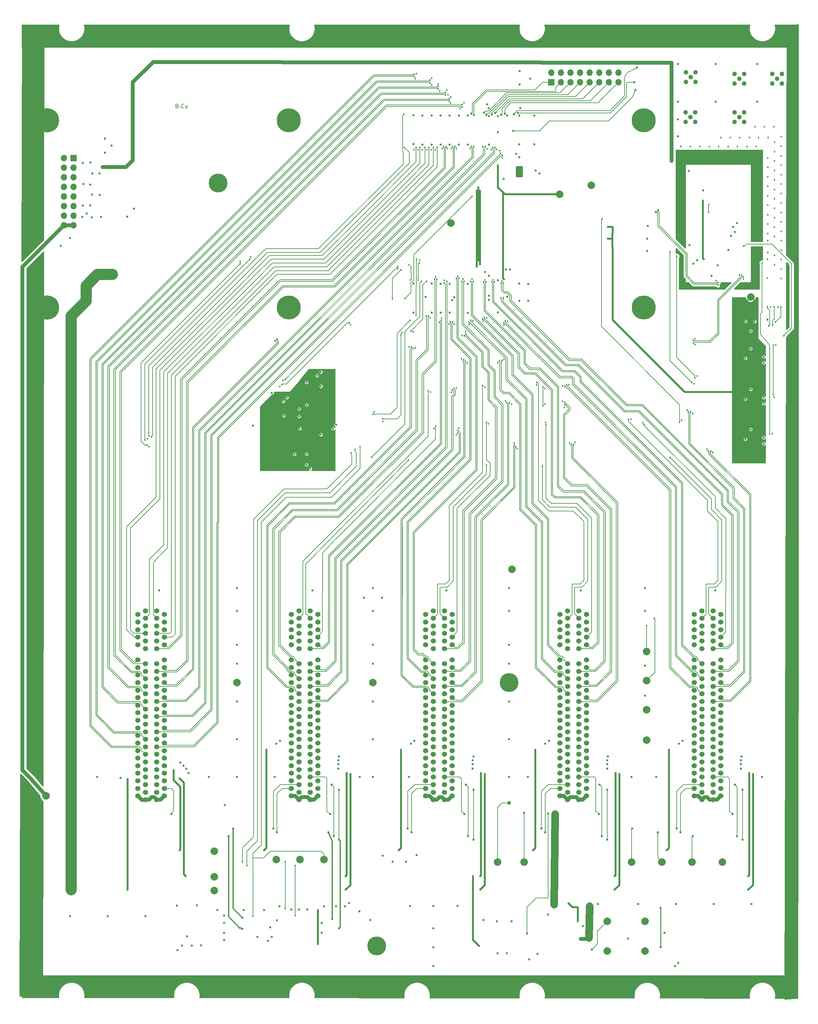
<source format=gbr>
G04 #@! TF.GenerationSoftware,KiCad,Pcbnew,(5.1.5)-3*
G04 #@! TF.CreationDate,2020-07-24T16:39:48-04:00*
G04 #@! TF.ProjectId,main_board,6d61696e-5f62-46f6-9172-642e6b696361,rev?*
G04 #@! TF.SameCoordinates,Original*
G04 #@! TF.FileFunction,Copper,L4,Bot*
G04 #@! TF.FilePolarity,Positive*
%FSLAX46Y46*%
G04 Gerber Fmt 4.6, Leading zero omitted, Abs format (unit mm)*
G04 Created by KiCad (PCBNEW (5.1.5)-3) date 2020-07-24 16:39:48*
%MOMM*%
%LPD*%
G04 APERTURE LIST*
%ADD10C,0.180000*%
%ADD11C,6.400000*%
%ADD12C,2.000000*%
%ADD13C,6.350000*%
%ADD14O,1.700000X1.700000*%
%ADD15R,1.700000X1.700000*%
%ADD16C,5.000000*%
%ADD17C,1.240000*%
%ADD18C,1.362000*%
%ADD19C,0.500000*%
%ADD20C,0.100000*%
%ADD21C,0.457200*%
%ADD22C,0.600000*%
%ADD23C,1.000000*%
%ADD24C,0.200000*%
%ADD25C,0.500000*%
%ADD26C,1.000000*%
%ADD27C,2.000000*%
%ADD28C,0.150000*%
%ADD29C,3.000000*%
%ADD30C,0.175000*%
%ADD31C,0.300000*%
%ADD32C,0.250000*%
%ADD33C,0.254000*%
G04 APERTURE END LIST*
D10*
X71180952Y-51428571D02*
X71323809Y-51476190D01*
X71371428Y-51523809D01*
X71419047Y-51619047D01*
X71419047Y-51761904D01*
X71371428Y-51857142D01*
X71323809Y-51904761D01*
X71228571Y-51952380D01*
X70847619Y-51952380D01*
X70847619Y-50952380D01*
X71180952Y-50952380D01*
X71276190Y-51000000D01*
X71323809Y-51047619D01*
X71371428Y-51142857D01*
X71371428Y-51238095D01*
X71323809Y-51333333D01*
X71276190Y-51380952D01*
X71180952Y-51428571D01*
X70847619Y-51428571D01*
X71847619Y-51857142D02*
X71895238Y-51904761D01*
X71847619Y-51952380D01*
X71800000Y-51904761D01*
X71847619Y-51857142D01*
X71847619Y-51952380D01*
X72895238Y-51857142D02*
X72847619Y-51904761D01*
X72704761Y-51952380D01*
X72609523Y-51952380D01*
X72466666Y-51904761D01*
X72371428Y-51809523D01*
X72323809Y-51714285D01*
X72276190Y-51523809D01*
X72276190Y-51380952D01*
X72323809Y-51190476D01*
X72371428Y-51095238D01*
X72466666Y-51000000D01*
X72609523Y-50952380D01*
X72704761Y-50952380D01*
X72847619Y-51000000D01*
X72895238Y-51047619D01*
X73752380Y-51285714D02*
X73752380Y-51952380D01*
X73323809Y-51285714D02*
X73323809Y-51809523D01*
X73371428Y-51904761D01*
X73466666Y-51952380D01*
X73609523Y-51952380D01*
X73704761Y-51904761D01*
X73752380Y-51857142D01*
D11*
X36710000Y-104765000D03*
X36710000Y-55235000D03*
D12*
X195400000Y-219200000D03*
X180800000Y-72400000D03*
X123000000Y-204000000D03*
X87000000Y-204000000D03*
X215500000Y-251500000D03*
X199500000Y-251500000D03*
X207500000Y-251500000D03*
X191500000Y-251500000D03*
D13*
X100710000Y-104765000D03*
X194690000Y-55235000D03*
X100710000Y-55235000D03*
X194690000Y-104765000D03*
D14*
X187980000Y-42660000D03*
X187980000Y-45200000D03*
X185440000Y-42660000D03*
X185440000Y-45200000D03*
X182900000Y-42660000D03*
X182900000Y-45200000D03*
X180360000Y-42660000D03*
X180360000Y-45200000D03*
X177820000Y-42660000D03*
X177820000Y-45200000D03*
X175280000Y-42660000D03*
X175280000Y-45200000D03*
X172740000Y-42660000D03*
X172740000Y-45200000D03*
X170200000Y-42660000D03*
D15*
X170200000Y-45200000D03*
D12*
X143600000Y-82400000D03*
X110000000Y-250800000D03*
X103700000Y-250800000D03*
X97400000Y-250800000D03*
X223000000Y-102000000D03*
X81000000Y-248600000D03*
X159800000Y-174000000D03*
D16*
X81950000Y-71800000D03*
X123950000Y-273650000D03*
X159000000Y-204000000D03*
D12*
X81000000Y-259000000D03*
X36400000Y-234000000D03*
X81000000Y-255400000D03*
X195400000Y-211200000D03*
X195400000Y-203500000D03*
X195400000Y-195800000D03*
X172400000Y-74800000D03*
X163000000Y-251500000D03*
X156000000Y-251500000D03*
D17*
X205830000Y-45095000D03*
X208370000Y-42555000D03*
X208370000Y-45095000D03*
X205830000Y-42555000D03*
X207100000Y-43825000D03*
X221270000Y-45470000D03*
X218730000Y-42930000D03*
X221270000Y-42930000D03*
X218730000Y-45470000D03*
X220000000Y-44200000D03*
D18*
X108402000Y-234000000D03*
X108402000Y-232000000D03*
X108402000Y-192000000D03*
X108402000Y-218000000D03*
X108402000Y-230000000D03*
X108402000Y-228000000D03*
X108402000Y-224000000D03*
X108402000Y-194000000D03*
X108402000Y-210000000D03*
X108402000Y-226000000D03*
X108402000Y-222000000D03*
X108402000Y-220000000D03*
X108402000Y-216000000D03*
X108402000Y-190000000D03*
X108402000Y-188000000D03*
X108402000Y-186000000D03*
X108402000Y-214000000D03*
X108402000Y-212000000D03*
X108402000Y-208000000D03*
X108402000Y-206000000D03*
X108402000Y-204000000D03*
X108402000Y-200000000D03*
X108402000Y-202000000D03*
X106402000Y-233000000D03*
X106402000Y-231000000D03*
X106402000Y-229000000D03*
X106402000Y-227000000D03*
X106402000Y-225000000D03*
X106402000Y-223000000D03*
X106402000Y-221000000D03*
X106402000Y-219000000D03*
X106402000Y-217000000D03*
X106402000Y-215000000D03*
X106402000Y-213000000D03*
X106402000Y-211000000D03*
X106402000Y-209000000D03*
X106402000Y-207000000D03*
X106402000Y-205000000D03*
X106402000Y-203000000D03*
X106402000Y-201000000D03*
X106402000Y-199000000D03*
X106402000Y-195000000D03*
X106402000Y-193000000D03*
X106402000Y-191000000D03*
X106402000Y-189000000D03*
X106402000Y-187000000D03*
X106402000Y-185000000D03*
X103402000Y-187000000D03*
X103402000Y-227000000D03*
X103402000Y-195000000D03*
X103402000Y-221000000D03*
X103402000Y-193000000D03*
X103402000Y-201000000D03*
X103402000Y-199000000D03*
X103402000Y-203000000D03*
X103402000Y-189000000D03*
X103402000Y-191000000D03*
X103402000Y-223000000D03*
X103402000Y-225000000D03*
X103402000Y-229000000D03*
X103402000Y-231000000D03*
X103402000Y-233000000D03*
X103402000Y-209000000D03*
X103402000Y-205000000D03*
X103402000Y-207000000D03*
X103402000Y-211000000D03*
X103402000Y-213000000D03*
X103402000Y-215000000D03*
X103402000Y-185000000D03*
X103402000Y-217000000D03*
X103402000Y-219000000D03*
X101402000Y-206000000D03*
X101402000Y-208000000D03*
X101402000Y-218000000D03*
X101402000Y-202000000D03*
X101402000Y-220000000D03*
X101402000Y-204000000D03*
X101402000Y-216000000D03*
X101402000Y-200000000D03*
X101402000Y-212000000D03*
X101402000Y-224000000D03*
X101402000Y-226000000D03*
X101402000Y-210000000D03*
X101402000Y-228000000D03*
X101402000Y-232000000D03*
X101402000Y-234000000D03*
X101402000Y-230000000D03*
X101402000Y-186000000D03*
X101402000Y-192000000D03*
X101402000Y-214000000D03*
X101402000Y-194000000D03*
X101402000Y-222000000D03*
X101402000Y-190000000D03*
X101402000Y-188000000D03*
X108402000Y-198000000D03*
X101402000Y-198000000D03*
X103402000Y-235000000D03*
X106402000Y-235000000D03*
X143962000Y-234000000D03*
X143962000Y-232000000D03*
X143962000Y-192000000D03*
X143962000Y-218000000D03*
X143962000Y-230000000D03*
X143962000Y-228000000D03*
X143962000Y-224000000D03*
X143962000Y-194000000D03*
X143962000Y-210000000D03*
X143962000Y-226000000D03*
X143962000Y-222000000D03*
X143962000Y-220000000D03*
X143962000Y-216000000D03*
X143962000Y-190000000D03*
X143962000Y-188000000D03*
X143962000Y-186000000D03*
X143962000Y-214000000D03*
X143962000Y-212000000D03*
X143962000Y-208000000D03*
X143962000Y-206000000D03*
X143962000Y-204000000D03*
X143962000Y-200000000D03*
X143962000Y-202000000D03*
X141962000Y-233000000D03*
X141962000Y-231000000D03*
X141962000Y-229000000D03*
X141962000Y-227000000D03*
X141962000Y-225000000D03*
X141962000Y-223000000D03*
X141962000Y-221000000D03*
X141962000Y-219000000D03*
X141962000Y-217000000D03*
X141962000Y-215000000D03*
X141962000Y-213000000D03*
X141962000Y-211000000D03*
X141962000Y-209000000D03*
X141962000Y-207000000D03*
X141962000Y-205000000D03*
X141962000Y-203000000D03*
X141962000Y-201000000D03*
X141962000Y-199000000D03*
X141962000Y-195000000D03*
X141962000Y-193000000D03*
X141962000Y-191000000D03*
X141962000Y-189000000D03*
X141962000Y-187000000D03*
X141962000Y-185000000D03*
X138962000Y-187000000D03*
X138962000Y-227000000D03*
X138962000Y-195000000D03*
X138962000Y-221000000D03*
X138962000Y-193000000D03*
X138962000Y-201000000D03*
X138962000Y-199000000D03*
X138962000Y-203000000D03*
X138962000Y-189000000D03*
X138962000Y-191000000D03*
X138962000Y-223000000D03*
X138962000Y-225000000D03*
X138962000Y-229000000D03*
X138962000Y-231000000D03*
X138962000Y-233000000D03*
X138962000Y-209000000D03*
X138962000Y-205000000D03*
X138962000Y-207000000D03*
X138962000Y-211000000D03*
X138962000Y-213000000D03*
X138962000Y-215000000D03*
X138962000Y-185000000D03*
X138962000Y-217000000D03*
X138962000Y-219000000D03*
X136962000Y-206000000D03*
X136962000Y-208000000D03*
X136962000Y-218000000D03*
X136962000Y-202000000D03*
X136962000Y-220000000D03*
X136962000Y-204000000D03*
X136962000Y-216000000D03*
X136962000Y-200000000D03*
X136962000Y-212000000D03*
X136962000Y-224000000D03*
X136962000Y-226000000D03*
X136962000Y-210000000D03*
X136962000Y-228000000D03*
X136962000Y-232000000D03*
X136962000Y-234000000D03*
X136962000Y-230000000D03*
X136962000Y-186000000D03*
X136962000Y-192000000D03*
X136962000Y-214000000D03*
X136962000Y-194000000D03*
X136962000Y-222000000D03*
X136962000Y-190000000D03*
X136962000Y-188000000D03*
X143962000Y-198000000D03*
X136962000Y-198000000D03*
X138962000Y-235000000D03*
X141962000Y-235000000D03*
X179522000Y-234000000D03*
X179522000Y-232000000D03*
X179522000Y-192000000D03*
X179522000Y-218000000D03*
X179522000Y-230000000D03*
X179522000Y-228000000D03*
X179522000Y-224000000D03*
X179522000Y-194000000D03*
X179522000Y-210000000D03*
X179522000Y-226000000D03*
X179522000Y-222000000D03*
X179522000Y-220000000D03*
X179522000Y-216000000D03*
X179522000Y-190000000D03*
X179522000Y-188000000D03*
X179522000Y-186000000D03*
X179522000Y-214000000D03*
X179522000Y-212000000D03*
X179522000Y-208000000D03*
X179522000Y-206000000D03*
X179522000Y-204000000D03*
X179522000Y-200000000D03*
X179522000Y-202000000D03*
X177522000Y-233000000D03*
X177522000Y-231000000D03*
X177522000Y-229000000D03*
X177522000Y-227000000D03*
X177522000Y-225000000D03*
X177522000Y-223000000D03*
X177522000Y-221000000D03*
X177522000Y-219000000D03*
X177522000Y-217000000D03*
X177522000Y-215000000D03*
X177522000Y-213000000D03*
X177522000Y-211000000D03*
X177522000Y-209000000D03*
X177522000Y-207000000D03*
X177522000Y-205000000D03*
X177522000Y-203000000D03*
X177522000Y-201000000D03*
X177522000Y-199000000D03*
X177522000Y-195000000D03*
X177522000Y-193000000D03*
X177522000Y-191000000D03*
X177522000Y-189000000D03*
X177522000Y-187000000D03*
X177522000Y-185000000D03*
X174522000Y-187000000D03*
X174522000Y-227000000D03*
X174522000Y-195000000D03*
X174522000Y-221000000D03*
X174522000Y-193000000D03*
X174522000Y-201000000D03*
X174522000Y-199000000D03*
X174522000Y-203000000D03*
X174522000Y-189000000D03*
X174522000Y-191000000D03*
X174522000Y-223000000D03*
X174522000Y-225000000D03*
X174522000Y-229000000D03*
X174522000Y-231000000D03*
X174522000Y-233000000D03*
X174522000Y-209000000D03*
X174522000Y-205000000D03*
X174522000Y-207000000D03*
X174522000Y-211000000D03*
X174522000Y-213000000D03*
X174522000Y-215000000D03*
X174522000Y-185000000D03*
X174522000Y-217000000D03*
X174522000Y-219000000D03*
X172522000Y-206000000D03*
X172522000Y-208000000D03*
X172522000Y-218000000D03*
X172522000Y-202000000D03*
X172522000Y-220000000D03*
X172522000Y-204000000D03*
X172522000Y-216000000D03*
X172522000Y-200000000D03*
X172522000Y-212000000D03*
X172522000Y-224000000D03*
X172522000Y-226000000D03*
X172522000Y-210000000D03*
X172522000Y-228000000D03*
X172522000Y-232000000D03*
X172522000Y-234000000D03*
X172522000Y-230000000D03*
X172522000Y-186000000D03*
X172522000Y-192000000D03*
X172522000Y-214000000D03*
X172522000Y-194000000D03*
X172522000Y-222000000D03*
X172522000Y-190000000D03*
X172522000Y-188000000D03*
X179522000Y-198000000D03*
X172522000Y-198000000D03*
X174522000Y-235000000D03*
X177522000Y-235000000D03*
X215082000Y-234000000D03*
X215082000Y-232000000D03*
X215082000Y-192000000D03*
X215082000Y-218000000D03*
X215082000Y-230000000D03*
X215082000Y-228000000D03*
X215082000Y-224000000D03*
X215082000Y-194000000D03*
X215082000Y-210000000D03*
X215082000Y-226000000D03*
X215082000Y-222000000D03*
X215082000Y-220000000D03*
X215082000Y-216000000D03*
X215082000Y-190000000D03*
X215082000Y-188000000D03*
X215082000Y-186000000D03*
X215082000Y-214000000D03*
X215082000Y-212000000D03*
X215082000Y-208000000D03*
X215082000Y-206000000D03*
X215082000Y-204000000D03*
X215082000Y-200000000D03*
X215082000Y-202000000D03*
X213082000Y-233000000D03*
X213082000Y-231000000D03*
X213082000Y-229000000D03*
X213082000Y-227000000D03*
X213082000Y-225000000D03*
X213082000Y-223000000D03*
X213082000Y-221000000D03*
X213082000Y-219000000D03*
X213082000Y-217000000D03*
X213082000Y-215000000D03*
X213082000Y-213000000D03*
X213082000Y-211000000D03*
X213082000Y-209000000D03*
X213082000Y-207000000D03*
X213082000Y-205000000D03*
X213082000Y-203000000D03*
X213082000Y-201000000D03*
X213082000Y-199000000D03*
X213082000Y-195000000D03*
X213082000Y-193000000D03*
X213082000Y-191000000D03*
X213082000Y-189000000D03*
X213082000Y-187000000D03*
X213082000Y-185000000D03*
X210082000Y-187000000D03*
X210082000Y-227000000D03*
X210082000Y-195000000D03*
X210082000Y-221000000D03*
X210082000Y-193000000D03*
X210082000Y-201000000D03*
X210082000Y-199000000D03*
X210082000Y-203000000D03*
X210082000Y-189000000D03*
X210082000Y-191000000D03*
X210082000Y-223000000D03*
X210082000Y-225000000D03*
X210082000Y-229000000D03*
X210082000Y-231000000D03*
X210082000Y-233000000D03*
X210082000Y-209000000D03*
X210082000Y-205000000D03*
X210082000Y-207000000D03*
X210082000Y-211000000D03*
X210082000Y-213000000D03*
X210082000Y-215000000D03*
X210082000Y-185000000D03*
X210082000Y-217000000D03*
X210082000Y-219000000D03*
X208082000Y-206000000D03*
X208082000Y-208000000D03*
X208082000Y-218000000D03*
X208082000Y-202000000D03*
X208082000Y-220000000D03*
X208082000Y-204000000D03*
X208082000Y-216000000D03*
X208082000Y-200000000D03*
X208082000Y-212000000D03*
X208082000Y-224000000D03*
X208082000Y-226000000D03*
X208082000Y-210000000D03*
X208082000Y-228000000D03*
X208082000Y-232000000D03*
X208082000Y-234000000D03*
X208082000Y-230000000D03*
X208082000Y-186000000D03*
X208082000Y-192000000D03*
X208082000Y-214000000D03*
X208082000Y-194000000D03*
X208082000Y-222000000D03*
X208082000Y-190000000D03*
X208082000Y-188000000D03*
X215082000Y-198000000D03*
X208082000Y-198000000D03*
X210082000Y-235000000D03*
X213082000Y-235000000D03*
X67762000Y-234000000D03*
X67762000Y-232000000D03*
X67762000Y-192000000D03*
X67762000Y-218000000D03*
X67762000Y-230000000D03*
X67762000Y-228000000D03*
X67762000Y-224000000D03*
X67762000Y-194000000D03*
X67762000Y-210000000D03*
X67762000Y-226000000D03*
X67762000Y-222000000D03*
X67762000Y-220000000D03*
X67762000Y-216000000D03*
X67762000Y-190000000D03*
X67762000Y-188000000D03*
X67762000Y-186000000D03*
X67762000Y-214000000D03*
X67762000Y-212000000D03*
X67762000Y-208000000D03*
X67762000Y-206000000D03*
X67762000Y-204000000D03*
X67762000Y-200000000D03*
X67762000Y-202000000D03*
X65762000Y-233000000D03*
X65762000Y-231000000D03*
X65762000Y-229000000D03*
X65762000Y-227000000D03*
X65762000Y-225000000D03*
X65762000Y-223000000D03*
X65762000Y-221000000D03*
X65762000Y-219000000D03*
X65762000Y-217000000D03*
X65762000Y-215000000D03*
X65762000Y-213000000D03*
X65762000Y-211000000D03*
X65762000Y-209000000D03*
X65762000Y-207000000D03*
X65762000Y-205000000D03*
X65762000Y-203000000D03*
X65762000Y-201000000D03*
X65762000Y-199000000D03*
X65762000Y-195000000D03*
X65762000Y-193000000D03*
X65762000Y-191000000D03*
X65762000Y-189000000D03*
X65762000Y-187000000D03*
X65762000Y-185000000D03*
X62762000Y-187000000D03*
X62762000Y-227000000D03*
X62762000Y-195000000D03*
X62762000Y-221000000D03*
X62762000Y-193000000D03*
X62762000Y-201000000D03*
X62762000Y-199000000D03*
X62762000Y-203000000D03*
X62762000Y-189000000D03*
X62762000Y-191000000D03*
X62762000Y-223000000D03*
X62762000Y-225000000D03*
X62762000Y-229000000D03*
X62762000Y-231000000D03*
X62762000Y-233000000D03*
X62762000Y-209000000D03*
X62762000Y-205000000D03*
X62762000Y-207000000D03*
X62762000Y-211000000D03*
X62762000Y-213000000D03*
X62762000Y-215000000D03*
X62762000Y-185000000D03*
X62762000Y-217000000D03*
X62762000Y-219000000D03*
X60762000Y-206000000D03*
X60762000Y-208000000D03*
X60762000Y-218000000D03*
X60762000Y-202000000D03*
X60762000Y-220000000D03*
X60762000Y-204000000D03*
X60762000Y-216000000D03*
X60762000Y-200000000D03*
X60762000Y-212000000D03*
X60762000Y-224000000D03*
X60762000Y-226000000D03*
X60762000Y-210000000D03*
X60762000Y-228000000D03*
X60762000Y-232000000D03*
X60762000Y-234000000D03*
X60762000Y-230000000D03*
X60762000Y-186000000D03*
X60762000Y-192000000D03*
X60762000Y-214000000D03*
X60762000Y-194000000D03*
X60762000Y-222000000D03*
X60762000Y-190000000D03*
X60762000Y-188000000D03*
X67762000Y-198000000D03*
X60762000Y-198000000D03*
X62762000Y-235000000D03*
X65762000Y-235000000D03*
D19*
X161050000Y-67630000D03*
X162450000Y-67630000D03*
X161050000Y-68830000D03*
X162450000Y-68830000D03*
X161050000Y-70030000D03*
X162450000Y-70030000D03*
G04 #@! TA.AperFunction,Conductor*
D20*
G36*
X162474504Y-67381204D02*
G01*
X162498773Y-67384804D01*
X162522571Y-67390765D01*
X162545671Y-67399030D01*
X162567849Y-67409520D01*
X162588893Y-67422133D01*
X162608598Y-67436747D01*
X162626777Y-67453223D01*
X162643253Y-67471402D01*
X162657867Y-67491107D01*
X162670480Y-67512151D01*
X162680970Y-67534329D01*
X162689235Y-67557429D01*
X162695196Y-67581227D01*
X162698796Y-67605496D01*
X162700000Y-67630000D01*
X162700000Y-70030000D01*
X162698796Y-70054504D01*
X162695196Y-70078773D01*
X162689235Y-70102571D01*
X162680970Y-70125671D01*
X162670480Y-70147849D01*
X162657867Y-70168893D01*
X162643253Y-70188598D01*
X162626777Y-70206777D01*
X162608598Y-70223253D01*
X162588893Y-70237867D01*
X162567849Y-70250480D01*
X162545671Y-70260970D01*
X162522571Y-70269235D01*
X162498773Y-70275196D01*
X162474504Y-70278796D01*
X162450000Y-70280000D01*
X161050000Y-70280000D01*
X161025496Y-70278796D01*
X161001227Y-70275196D01*
X160977429Y-70269235D01*
X160954329Y-70260970D01*
X160932151Y-70250480D01*
X160911107Y-70237867D01*
X160891402Y-70223253D01*
X160873223Y-70206777D01*
X160856747Y-70188598D01*
X160842133Y-70168893D01*
X160829520Y-70147849D01*
X160819030Y-70125671D01*
X160810765Y-70102571D01*
X160804804Y-70078773D01*
X160801204Y-70054504D01*
X160800000Y-70030000D01*
X160800000Y-67630000D01*
X160801204Y-67605496D01*
X160804804Y-67581227D01*
X160810765Y-67557429D01*
X160819030Y-67534329D01*
X160829520Y-67512151D01*
X160842133Y-67491107D01*
X160856747Y-67471402D01*
X160873223Y-67453223D01*
X160891402Y-67436747D01*
X160911107Y-67422133D01*
X160932151Y-67409520D01*
X160954329Y-67399030D01*
X160977429Y-67390765D01*
X161001227Y-67384804D01*
X161025496Y-67381204D01*
X161050000Y-67380000D01*
X162450000Y-67380000D01*
X162474504Y-67381204D01*
G37*
G04 #@! TD.AperFunction*
D17*
X207000000Y-54400000D03*
X205730000Y-53130000D03*
X208270000Y-55670000D03*
X208270000Y-53130000D03*
X205730000Y-55670000D03*
D15*
X43710000Y-65235000D03*
D14*
X41170000Y-65235000D03*
X43710000Y-67775000D03*
X41170000Y-67775000D03*
X43710000Y-70315000D03*
X41170000Y-70315000D03*
X43710000Y-72855000D03*
X41170000Y-72855000D03*
X43710000Y-75395000D03*
X41170000Y-75395000D03*
X43710000Y-77935000D03*
X41170000Y-77935000D03*
X43710000Y-80475000D03*
X41170000Y-80475000D03*
X43710000Y-83015000D03*
X41170000Y-83015000D03*
D12*
X185000000Y-267200000D03*
X195000000Y-267200000D03*
X195000000Y-275000000D03*
X185000000Y-275000000D03*
D17*
X228730000Y-45470000D03*
X231270000Y-42930000D03*
X231270000Y-45470000D03*
X228730000Y-42930000D03*
X230000000Y-44200000D03*
X218730000Y-55670000D03*
X221270000Y-53130000D03*
X221270000Y-55670000D03*
X218730000Y-53130000D03*
X220000000Y-54400000D03*
D21*
X221100000Y-88500000D03*
X231800000Y-112200000D03*
D22*
X223000000Y-121600000D03*
X221600000Y-107600000D03*
X223000000Y-105000000D03*
X224800000Y-119400000D03*
X221600000Y-119000000D03*
X223000000Y-121600000D03*
X224800000Y-130200000D03*
X221600000Y-129800000D03*
X223000000Y-132400000D03*
X222800000Y-145600000D03*
X224300000Y-145600000D03*
X221300000Y-145600000D03*
X219800000Y-145600000D03*
X225800000Y-145600000D03*
X97600000Y-127400000D03*
X106000000Y-132600000D03*
X105000000Y-133600000D03*
X111600000Y-122800000D03*
X109000000Y-124800000D03*
X109200000Y-137600000D03*
X109800000Y-135800000D03*
X109000000Y-146400000D03*
X108000000Y-147400000D03*
X94600000Y-146800000D03*
X96200000Y-146800000D03*
X97800000Y-146800000D03*
X99400000Y-146800000D03*
X101000000Y-146800000D03*
X102600000Y-146800000D03*
X104000000Y-146800000D03*
X110800000Y-147000000D03*
X112200000Y-147000000D03*
X219000000Y-144600000D03*
X220500000Y-144600000D03*
X222000000Y-144600000D03*
X223500000Y-144600000D03*
X225000000Y-144600000D03*
X224800000Y-140800000D03*
X221600000Y-140400000D03*
X223000000Y-143000000D03*
X224300000Y-107700000D03*
X186500000Y-91000000D03*
X185200000Y-83400000D03*
X185200000Y-86600000D03*
D23*
X159000000Y-235800000D03*
D22*
X163800000Y-270400000D03*
X178000000Y-271800000D03*
X180400000Y-263200000D03*
X169400000Y-238600000D03*
X92400000Y-271300000D03*
X188200000Y-228200000D03*
X223600000Y-228200000D03*
X152600000Y-228200000D03*
X222400000Y-258800000D03*
X187000000Y-258800000D03*
X151400000Y-258800000D03*
D23*
X54000000Y-96000000D03*
X43000000Y-258800000D03*
D22*
X58000000Y-229600000D03*
X58000000Y-258800000D03*
X117000000Y-228200000D03*
X115800000Y-258800000D03*
D21*
X140567644Y-108632356D03*
D22*
X187200000Y-228000000D03*
X222600000Y-228000000D03*
X151600000Y-228000000D03*
X222400000Y-255200000D03*
X187000000Y-255200000D03*
X151400000Y-255200000D03*
X71800000Y-229400000D03*
X73400000Y-255200000D03*
X116000000Y-228000000D03*
X115800000Y-255200000D03*
X151100000Y-273700000D03*
X149500000Y-255200000D03*
X201400000Y-221800000D03*
X200800000Y-248400000D03*
X166000000Y-221800000D03*
X165400000Y-248400000D03*
X130400000Y-221800000D03*
X129800000Y-248400000D03*
X70200000Y-227200000D03*
X71800000Y-248400000D03*
X94800000Y-221800000D03*
X94200000Y-248400000D03*
D21*
X145400000Y-137928600D03*
X143967644Y-126632356D03*
X141850000Y-98250000D03*
D22*
X218200000Y-238800000D03*
X182800000Y-238800000D03*
X147200000Y-238800000D03*
X111600000Y-238800000D03*
X69600000Y-238800000D03*
D23*
X171000000Y-262800000D03*
D22*
X190500000Y-271700000D03*
D23*
X171200000Y-238800000D03*
D22*
X163000000Y-238500000D03*
D21*
X145400000Y-137271400D03*
X144432356Y-126167644D03*
X142500000Y-97850000D03*
X141032356Y-108167644D03*
X208200000Y-123400000D03*
X203400000Y-91200000D03*
X207400000Y-124600000D03*
X201600000Y-90000000D03*
X195400000Y-189000000D03*
X137600000Y-126800000D03*
X139928600Y-97200000D03*
X137728600Y-106956235D03*
X183700000Y-81300000D03*
X204200000Y-135100000D03*
X211900000Y-79500000D03*
X211900000Y-77500000D03*
X197493999Y-187093999D03*
X133632356Y-115632356D03*
X133167644Y-115167644D03*
X137071400Y-106956235D03*
X139271400Y-97200000D03*
X145071400Y-97000000D03*
X143471400Y-108600000D03*
X146967644Y-118567644D03*
X147432356Y-119032356D03*
X144128600Y-108600000D03*
X145728600Y-97000000D03*
X152000000Y-125400000D03*
X147632356Y-111767644D03*
X147128600Y-97800000D03*
X159128600Y-130000000D03*
X160832356Y-141632356D03*
X146471400Y-97800000D03*
X158471400Y-130000000D03*
X160367644Y-141167644D03*
X147167644Y-112232356D03*
X151967644Y-107832356D03*
X175471400Y-141000000D03*
X173800000Y-130528600D03*
X152271400Y-98000000D03*
X176128600Y-141000000D03*
X173800000Y-129871400D03*
X152928600Y-98000000D03*
X152432356Y-107367644D03*
X166400000Y-124600000D03*
X149528600Y-97800000D03*
X148832356Y-108167644D03*
X157128600Y-118800000D03*
X156471400Y-118800000D03*
X148367644Y-108632356D03*
X148871400Y-97800000D03*
X154471400Y-98000000D03*
X157567644Y-108832356D03*
X173767644Y-125632356D03*
X174232356Y-125167644D03*
X158032356Y-108367644D03*
X155128600Y-98000000D03*
X168000000Y-125800000D03*
X168000000Y-130800000D03*
X190600000Y-134400000D03*
X157528600Y-102200000D03*
X157534996Y-98320050D03*
X207128600Y-132400000D03*
X212447605Y-142774364D03*
X156877796Y-98320050D03*
X206471400Y-132400000D03*
X211790405Y-142774364D03*
X156800000Y-102200000D03*
X226000000Y-93000000D03*
X228000000Y-138200000D03*
X145700000Y-136700000D03*
X213400000Y-99600000D03*
X209200000Y-99600000D03*
X219400000Y-99600000D03*
X224200000Y-99400000D03*
X204400000Y-99400000D03*
X203800000Y-75600000D03*
X203800000Y-87000000D03*
X203800000Y-79000000D03*
X205000000Y-91800000D03*
X203800000Y-70600000D03*
X203800000Y-83000000D03*
X204000000Y-64000000D03*
X209000000Y-64200000D03*
X214000000Y-64800000D03*
X219000000Y-64800000D03*
X223600000Y-65000000D03*
X224000000Y-84800000D03*
X224000000Y-79800000D03*
X224000000Y-74800000D03*
X224000000Y-69800000D03*
D22*
X33000000Y-34600000D03*
X43000000Y-34600000D03*
X53000000Y-34600000D03*
X63000000Y-34600000D03*
X73000000Y-34600000D03*
X83000000Y-34600000D03*
X93000000Y-34600000D03*
X103000000Y-34600000D03*
X113000000Y-34600000D03*
X123000000Y-34600000D03*
X133000000Y-34600000D03*
X143000000Y-34600000D03*
X153000000Y-34600000D03*
X163000000Y-34600000D03*
X173000000Y-34600000D03*
X183000000Y-34600000D03*
X193000000Y-34600000D03*
X203000000Y-34600000D03*
X213000000Y-34600000D03*
X223000000Y-34600000D03*
X221600000Y-108400000D03*
X223000000Y-111000000D03*
X226400000Y-119400000D03*
X226400000Y-117800000D03*
X221600000Y-118200000D03*
X223000000Y-115600000D03*
X226400000Y-130200000D03*
X226400000Y-128600000D03*
X221600000Y-129000000D03*
X223000000Y-126400000D03*
X169600000Y-219400000D03*
X185000000Y-225600000D03*
X185000000Y-224600000D03*
X185200000Y-223600000D03*
X168600000Y-220200000D03*
X185000000Y-226800000D03*
X205000000Y-219400000D03*
X220400000Y-225600000D03*
X220400000Y-224600000D03*
X220600000Y-223600000D03*
X204000000Y-220200000D03*
X220400000Y-226800000D03*
X134000000Y-219400000D03*
X149400000Y-225600000D03*
X149400000Y-224600000D03*
X149600000Y-223600000D03*
X133000000Y-220200000D03*
X149400000Y-226800000D03*
X213600000Y-179600000D03*
X178000000Y-179600000D03*
X142400000Y-179600000D03*
X107000000Y-179600000D03*
X66400000Y-179600000D03*
X125400000Y-181600000D03*
X120600000Y-181600000D03*
X169400000Y-265400000D03*
X178600000Y-268400000D03*
X200200000Y-270200000D03*
X164400000Y-277200000D03*
X166600000Y-275800000D03*
X158400000Y-275600000D03*
X156000000Y-275600000D03*
X155850000Y-267150000D03*
X159750000Y-267150000D03*
X83600000Y-265600000D03*
X83600000Y-267600000D03*
X83600000Y-270200000D03*
X83600000Y-272200000D03*
X98200000Y-263200000D03*
X95800000Y-268800000D03*
X97600000Y-266900000D03*
X109400000Y-267600000D03*
X109400000Y-270200000D03*
X125600000Y-249800000D03*
X128200000Y-251400000D03*
X131800000Y-251400000D03*
X134600000Y-249600000D03*
X56200000Y-229200000D03*
X72000000Y-225200000D03*
X72800000Y-226000000D03*
X73600000Y-226800000D03*
X74200000Y-228000000D03*
X83800000Y-236400000D03*
X113800000Y-226800000D03*
X113800000Y-225600000D03*
X113800000Y-224600000D03*
X114000000Y-223600000D03*
X97400000Y-220200000D03*
X98400000Y-219400000D03*
X119400000Y-264500000D03*
X116700000Y-262300000D03*
X71200000Y-274800000D03*
X72400000Y-273600000D03*
X73800000Y-271100000D03*
X76400000Y-262900000D03*
X71100000Y-263000000D03*
X75000000Y-273600000D03*
X77500000Y-273500000D03*
X99400000Y-133400000D03*
X91200000Y-136000000D03*
X108200000Y-122800000D03*
X109200000Y-121800000D03*
X103400000Y-131600000D03*
X103400000Y-133600000D03*
X105425000Y-130575000D03*
X100200000Y-128600000D03*
X99200000Y-129600000D03*
X105400000Y-124600000D03*
X109200000Y-125600000D03*
X113200000Y-135800000D03*
X112400000Y-136800000D03*
X103600000Y-136800000D03*
X105400000Y-143545000D03*
X102200000Y-143600000D03*
X105400000Y-146400000D03*
X106400000Y-147400000D03*
X109200000Y-138400000D03*
X226400000Y-140800000D03*
X226400000Y-139200000D03*
X221600000Y-139600000D03*
X223000000Y-137000000D03*
X227400000Y-108000000D03*
X133700000Y-98400000D03*
X133700000Y-106100000D03*
X138500000Y-98400000D03*
X138500000Y-106100000D03*
X140900000Y-98500000D03*
X140900000Y-106100000D03*
X143300000Y-98500000D03*
X143300000Y-106100000D03*
X144500000Y-102100000D03*
X144000000Y-102800000D03*
X148100000Y-106200000D03*
X148100000Y-98500000D03*
X153700000Y-101600000D03*
X153700000Y-102700000D03*
X156100000Y-106000000D03*
X156100000Y-97600000D03*
X158500000Y-101900000D03*
X161700000Y-98400000D03*
X161700000Y-103000000D03*
X164100000Y-103000000D03*
X136900000Y-102000000D03*
X133700000Y-53900000D03*
X133700000Y-61500000D03*
X136100000Y-54000000D03*
X136100000Y-61700000D03*
X138500000Y-54000000D03*
X138500000Y-61700000D03*
X140900000Y-54000000D03*
X140900000Y-61700000D03*
X143300000Y-54000000D03*
X143300000Y-61700000D03*
X145700000Y-54000000D03*
X145700000Y-61700000D03*
X148100000Y-61700000D03*
X148100000Y-54000000D03*
X153700000Y-54100000D03*
X153700000Y-61700000D03*
X156100000Y-58400000D03*
X156100000Y-54100000D03*
X158500000Y-54000000D03*
X161700000Y-54000000D03*
X161700000Y-61600000D03*
X165700000Y-61600000D03*
X165700000Y-54000000D03*
X203800000Y-278200000D03*
X203000000Y-279000000D03*
X161800000Y-42200000D03*
X161800000Y-45800000D03*
X164600000Y-44200000D03*
X153600000Y-52000000D03*
X153200000Y-51000000D03*
X152700000Y-95400000D03*
X153700000Y-96400000D03*
X157565000Y-70735000D03*
X166100000Y-68500000D03*
X167100000Y-69300000D03*
X161700000Y-65000000D03*
X160900000Y-64100000D03*
X158200000Y-94700000D03*
X159300000Y-94700000D03*
X164100000Y-98500000D03*
X224093959Y-108421145D03*
X195800000Y-83200000D03*
X195600000Y-86600000D03*
X195600000Y-89800000D03*
X210400000Y-73800000D03*
X205000000Y-69000000D03*
X206600000Y-68600000D03*
X212600000Y-96400000D03*
X207800000Y-93200000D03*
X208800000Y-92200000D03*
X214200000Y-93600000D03*
X217800000Y-85800000D03*
X218800000Y-84800000D03*
X218400000Y-83400000D03*
X219400000Y-82400000D03*
X217100000Y-89500000D03*
X205700000Y-87400000D03*
X206800000Y-88300000D03*
X162000000Y-52000000D03*
X40300000Y-88400000D03*
X42800000Y-86400000D03*
X57900000Y-80700000D03*
X59700000Y-78600000D03*
X47200000Y-79900000D03*
X46000000Y-80800000D03*
X51000000Y-80800000D03*
X48500000Y-80900000D03*
X48100000Y-77800000D03*
X46200000Y-77800000D03*
X48600000Y-74900000D03*
X50700000Y-75000000D03*
X46300000Y-72100000D03*
X48100000Y-72300000D03*
X48700000Y-69300000D03*
X50600000Y-69300000D03*
X46200000Y-66500000D03*
X48200000Y-66400000D03*
X52000000Y-63800000D03*
X53800000Y-61900000D03*
X52000000Y-60100000D03*
X96250000Y-127350000D03*
D21*
X204400000Y-94000000D03*
X204400000Y-96800000D03*
X224200000Y-95800000D03*
X224000000Y-86800000D03*
X225800000Y-90400000D03*
X216400000Y-98400000D03*
D22*
X34200000Y-282800000D03*
X122800000Y-282800000D03*
X232800000Y-282800000D03*
X222800000Y-282800000D03*
X162800000Y-282800000D03*
X42800000Y-282800000D03*
X172800000Y-282800000D03*
X132800000Y-282800000D03*
X92800000Y-282800000D03*
X82800000Y-282800000D03*
X202800000Y-282800000D03*
X112800000Y-282800000D03*
X192800000Y-282800000D03*
X212800000Y-282800000D03*
X142800000Y-282800000D03*
X72800000Y-282800000D03*
X62800000Y-282800000D03*
X102800000Y-282800000D03*
X182800000Y-282800000D03*
X152800000Y-282800000D03*
X52800000Y-282800000D03*
X139000000Y-279000000D03*
X139000000Y-274000000D03*
X139000000Y-269000000D03*
X139000000Y-263100000D03*
X34200000Y-225800000D03*
X34200000Y-245800000D03*
X34200000Y-265800000D03*
X34200000Y-175800000D03*
X34200000Y-85800000D03*
X34200000Y-275800000D03*
X34200000Y-215800000D03*
X34200000Y-165800000D03*
X34200000Y-195800000D03*
X34200000Y-125800000D03*
X34200000Y-185800000D03*
X34200000Y-115800000D03*
X34200000Y-145800000D03*
X34200000Y-95800000D03*
X34200000Y-155800000D03*
X34200000Y-205800000D03*
X34200000Y-135800000D03*
X34200000Y-255800000D03*
X34200000Y-44800000D03*
X34200000Y-74800000D03*
X34200000Y-64800000D03*
X30800000Y-232800000D03*
X31400000Y-55200000D03*
X32200000Y-107600000D03*
X34200000Y-238400000D03*
X62800000Y-265800000D03*
X42800000Y-265800000D03*
X52800000Y-265800000D03*
X122300000Y-266800000D03*
X145400000Y-263100000D03*
X132800000Y-263100000D03*
X152300000Y-266800000D03*
X193200000Y-262600000D03*
X213200000Y-262600000D03*
X223200000Y-262600000D03*
X203200000Y-262600000D03*
X182600000Y-262600000D03*
X110000000Y-263200000D03*
X81800000Y-264200000D03*
X88800000Y-264200000D03*
X94200000Y-264200000D03*
X105600000Y-264000000D03*
X103400000Y-264000000D03*
X101400000Y-264000000D03*
X113200000Y-263200000D03*
X115600000Y-263200000D03*
D21*
X234700000Y-77200000D03*
D22*
X234200000Y-260400000D03*
X234200000Y-209800000D03*
D21*
X234700000Y-83200000D03*
D22*
X234200000Y-139800000D03*
X234200000Y-149800000D03*
X234200000Y-199800000D03*
X234200000Y-119800000D03*
X234800000Y-109800000D03*
X234200000Y-39800000D03*
X234200000Y-179800000D03*
X234200000Y-219800000D03*
D21*
X234700000Y-99800000D03*
X234700000Y-69800000D03*
D22*
X234200000Y-189800000D03*
X234200000Y-229800000D03*
D21*
X234700000Y-89800000D03*
X234700000Y-59800000D03*
D22*
X234200000Y-159800000D03*
X234200000Y-169800000D03*
X234200000Y-129800000D03*
X234200000Y-49800000D03*
X234200000Y-34600000D03*
X234200000Y-270800000D03*
X234200000Y-240800000D03*
X234200000Y-250800000D03*
D21*
X232900000Y-58200000D03*
X232900000Y-60700000D03*
X231100000Y-62100000D03*
X232900000Y-63200000D03*
X231100000Y-64600000D03*
X229300000Y-61000000D03*
X232900000Y-65700000D03*
X231100000Y-67100000D03*
X229300000Y-63500000D03*
X227500000Y-65200000D03*
X232900000Y-68200000D03*
X231100000Y-69600000D03*
X229300000Y-66000000D03*
X227500000Y-67700000D03*
X232900000Y-70700000D03*
X231100000Y-72100000D03*
X229300000Y-68500000D03*
X227500000Y-70200000D03*
X232900000Y-73200000D03*
X231100000Y-74600000D03*
X229300000Y-71000000D03*
X227500000Y-72700000D03*
X232900000Y-75700000D03*
X231100000Y-77100000D03*
X229300000Y-73500000D03*
X227500000Y-75200000D03*
X232900000Y-78200000D03*
X231100000Y-79600000D03*
X229300000Y-76000000D03*
X227500000Y-77700000D03*
X232900000Y-80700000D03*
X231100000Y-82100000D03*
X229300000Y-78500000D03*
X227500000Y-80200000D03*
X232900000Y-83200000D03*
X231100000Y-84600000D03*
X229300000Y-81000000D03*
X227500000Y-82700000D03*
X232900000Y-85700000D03*
X231100000Y-87100000D03*
X229300000Y-83500000D03*
X227500000Y-85200000D03*
X232900000Y-88200000D03*
X231100000Y-89600000D03*
X229300000Y-86000000D03*
X232900000Y-90700000D03*
X231100000Y-92100000D03*
X227500000Y-90200000D03*
X232900000Y-93200000D03*
X231100000Y-94600000D03*
X229300000Y-91000000D03*
X232900000Y-95700000D03*
X231100000Y-97100000D03*
X229300000Y-93500000D03*
X232900000Y-98200000D03*
X204500000Y-62200000D03*
X207000000Y-62200000D03*
X224100000Y-56900000D03*
X209500000Y-62200000D03*
X226600000Y-56900000D03*
X212000000Y-62200000D03*
X229100000Y-56900000D03*
X214500000Y-62200000D03*
X215100000Y-59800000D03*
X217000000Y-62200000D03*
X217600000Y-59800000D03*
X219500000Y-62200000D03*
X220100000Y-59800000D03*
X222000000Y-62200000D03*
X222600000Y-59800000D03*
X224500000Y-62200000D03*
X225100000Y-59800000D03*
X227600000Y-59800000D03*
X231100000Y-59600000D03*
X227500000Y-87100000D03*
D22*
X224700000Y-40300000D03*
X224700000Y-50300000D03*
X213700000Y-40300000D03*
X213700000Y-50300000D03*
X203700000Y-50300000D03*
X203700000Y-40300000D03*
X203700000Y-59500000D03*
X203700000Y-55000000D03*
D21*
X227400000Y-97000000D03*
D22*
X232800000Y-102400000D03*
X232800000Y-109600000D03*
D21*
X227400000Y-92000000D03*
D22*
X159000000Y-209000000D03*
X159000000Y-194000000D03*
X159000000Y-199000000D03*
X159000000Y-229000000D03*
X159000000Y-179000000D03*
X159000000Y-219000000D03*
X159000000Y-185000000D03*
X123000000Y-194000000D03*
X123000000Y-199000000D03*
X123000000Y-229000000D03*
X123000000Y-209000000D03*
X123000000Y-179000000D03*
X123000000Y-185000000D03*
X123000000Y-219000000D03*
X87000000Y-209000000D03*
X87000000Y-194000000D03*
X87000000Y-199000000D03*
X87000000Y-229000000D03*
X87000000Y-179000000D03*
X87000000Y-219000000D03*
X87000000Y-185000000D03*
X79500000Y-229000000D03*
X50000000Y-229000000D03*
X97000000Y-229000000D03*
X119500000Y-229000000D03*
X132500000Y-229000000D03*
X164000000Y-229000000D03*
X191500000Y-229000000D03*
X198000000Y-229000000D03*
X226000000Y-229000000D03*
X195000000Y-207500000D03*
X195000000Y-199500000D03*
X195000000Y-179000000D03*
X195000000Y-185000000D03*
D21*
X145100000Y-138500000D03*
X139100000Y-136750000D03*
X153550000Y-135500000D03*
X125600000Y-134900000D03*
X123300000Y-132400000D03*
X138200000Y-127100000D03*
X134200000Y-115400000D03*
X132500000Y-115200000D03*
X146400000Y-118300000D03*
X147950000Y-119450000D03*
X143700000Y-127200000D03*
X145100000Y-126150000D03*
X152600000Y-125850000D03*
X156100000Y-119350000D03*
X157700000Y-118500000D03*
X166300000Y-125250000D03*
X168500000Y-126200000D03*
X173150000Y-125550000D03*
X174850000Y-125150000D03*
X173650000Y-131150000D03*
X173200000Y-129600000D03*
X168550000Y-130300000D03*
X159700000Y-130350000D03*
X158100000Y-129500000D03*
X168700000Y-135200000D03*
X160350000Y-140550000D03*
X161150000Y-142150000D03*
X176500000Y-140450000D03*
X175000000Y-140600000D03*
X191250000Y-134350000D03*
X194450000Y-135250000D03*
X204700000Y-134600000D03*
X206150000Y-131850000D03*
X207650000Y-132800000D03*
X213000000Y-143150000D03*
X211450000Y-142250000D03*
X208000000Y-124900000D03*
X208800000Y-122900000D03*
X99200000Y-124100000D03*
X98350000Y-125700000D03*
X90600000Y-91400000D03*
X87800000Y-92550000D03*
X117000000Y-109350000D03*
X208250000Y-114600000D03*
X208250000Y-113050000D03*
X228700000Y-138100000D03*
X229200000Y-128450000D03*
X229650000Y-114700000D03*
X228300000Y-104700000D03*
X230200000Y-104700000D03*
X221100000Y-97250000D03*
X219950000Y-96250000D03*
X214900000Y-98900000D03*
X213800000Y-97700000D03*
X63700000Y-141600000D03*
X63250000Y-139500000D03*
X63700000Y-138700000D03*
X135300000Y-92200000D03*
X129600000Y-94550000D03*
X132550000Y-93500000D03*
X139600000Y-96650000D03*
X145400000Y-96450000D03*
X149200000Y-97250000D03*
X141850000Y-97600000D03*
X146800000Y-97250000D03*
X152600000Y-97450000D03*
X154800000Y-97450000D03*
X157200000Y-97800000D03*
X138100000Y-107500000D03*
X141150000Y-107550000D03*
X143100000Y-109150000D03*
X144500000Y-109150000D03*
X147500000Y-111100000D03*
X146550000Y-112100000D03*
X148450000Y-109250000D03*
X149450000Y-108300000D03*
X152050000Y-108450000D03*
X153100000Y-107500000D03*
X157650000Y-109450000D03*
X158650000Y-108450000D03*
X133650000Y-111200000D03*
X130700000Y-111400000D03*
X148700000Y-62700000D03*
X153150000Y-62750000D03*
X154300000Y-62950000D03*
X155700000Y-62950000D03*
X156600000Y-63300000D03*
X157150000Y-65050000D03*
X147100000Y-50600000D03*
X146000000Y-52100000D03*
X143550000Y-50650000D03*
X143650000Y-49050000D03*
X142850000Y-48500000D03*
X142500000Y-47300000D03*
X140650000Y-47450000D03*
X140250000Y-45650000D03*
X138500000Y-45900000D03*
X138550000Y-44050000D03*
X134250000Y-44200000D03*
X134450000Y-42850000D03*
X141300000Y-62700000D03*
X142700000Y-62700000D03*
X143700000Y-62700000D03*
X145100000Y-62700000D03*
X139500000Y-63000000D03*
X138400000Y-63000000D03*
X137300000Y-63000000D03*
X136100000Y-63000000D03*
X134900000Y-63000000D03*
X133900000Y-63000000D03*
D22*
X96200000Y-271300000D03*
X95200000Y-272300000D03*
D21*
X140000000Y-62400000D03*
X141671400Y-62200000D03*
X156767644Y-63967644D03*
X154671400Y-62400000D03*
X152071400Y-62200000D03*
X149071400Y-62200000D03*
X144071400Y-62200000D03*
X157232356Y-64432356D03*
X155328600Y-62400000D03*
X152728600Y-62200000D03*
X149728600Y-62200000D03*
X144728600Y-62200000D03*
X142328600Y-62200000D03*
X139000000Y-62400000D03*
X137800000Y-62400000D03*
X136800000Y-62400000D03*
X146600000Y-51071400D03*
X143200000Y-50128600D03*
X133850000Y-43728600D03*
X142200000Y-48528600D03*
X140250000Y-46928600D03*
X138100000Y-45400000D03*
X142200000Y-47871400D03*
X138100000Y-44600000D03*
X143200000Y-49471400D03*
X140250000Y-46271400D03*
X134400000Y-62400000D03*
X133850000Y-43071400D03*
X146600000Y-51728600D03*
D22*
X150500000Y-93900000D03*
X151300000Y-93300000D03*
X150900000Y-92300000D03*
X150900000Y-73000000D03*
X150500000Y-73900000D03*
X151300000Y-73900000D03*
X150900000Y-77000000D03*
X51400000Y-67600000D03*
X202000000Y-66000000D03*
X210600000Y-92000000D03*
X210300001Y-76500001D03*
D21*
X97545384Y-113153863D03*
X207800000Y-113471400D03*
X220567644Y-96167644D03*
X97080672Y-113618575D03*
X207800000Y-114128600D03*
X221032356Y-96632356D03*
D22*
X197917157Y-79582843D03*
D21*
X214300000Y-98728600D03*
D22*
X198482843Y-79017157D03*
D21*
X214300000Y-98071400D03*
X135400000Y-62400000D03*
D22*
X108400000Y-273200000D03*
X108387500Y-264187500D03*
X203400000Y-242600000D03*
X167600000Y-242600000D03*
X132200000Y-242600000D03*
X96600000Y-242600000D03*
X88400000Y-266200000D03*
X86000000Y-242600000D03*
X191600000Y-242600000D03*
X219400000Y-244600000D03*
X218800000Y-231000000D03*
X183600000Y-244600000D03*
X183000000Y-231000000D03*
X148200000Y-244600000D03*
X147600000Y-231000000D03*
X112000000Y-231000000D03*
X112600000Y-244600000D03*
X88400000Y-269200000D03*
X84800000Y-244600000D03*
X207600000Y-244600000D03*
X204400000Y-243600000D03*
X168600000Y-243600000D03*
X133200000Y-243600000D03*
X97600000Y-243600000D03*
X112200000Y-266600000D03*
X111200000Y-243600000D03*
X198400000Y-243600000D03*
X220800000Y-232400000D03*
X220800000Y-245600000D03*
X185000000Y-232400000D03*
X185000000Y-245600000D03*
X149600000Y-232400000D03*
X149600000Y-245600000D03*
X114000000Y-232400000D03*
X114000000Y-245600000D03*
X114000000Y-269000000D03*
D21*
X117200000Y-143200000D03*
X88400000Y-251400000D03*
X99800000Y-251400000D03*
X99800000Y-263800000D03*
X119600000Y-141600000D03*
X91200000Y-265800000D03*
X118200000Y-142400000D03*
X89600000Y-252400000D03*
X102400000Y-252400000D03*
X102400000Y-265600000D03*
D22*
X157700000Y-97300000D03*
X156100000Y-67200000D03*
D21*
X149200000Y-75400000D03*
X131400000Y-102400000D03*
X99800000Y-123800000D03*
X129600000Y-93900000D03*
X132900000Y-97500000D03*
X133000000Y-94100000D03*
X139600000Y-136200000D03*
X153000000Y-135200000D03*
X168800000Y-135800000D03*
X194800000Y-135800000D03*
X229000000Y-127800000D03*
X229000000Y-114800000D03*
X98800000Y-125200000D03*
X116700000Y-108800000D03*
D22*
X177200000Y-267200000D03*
X174800000Y-262400000D03*
X181000000Y-274600000D03*
D21*
X128100000Y-102500000D03*
X130400000Y-94800000D03*
X231000000Y-104600000D03*
X229600000Y-108600000D03*
X229200000Y-104600000D03*
X228800000Y-109400000D03*
X123000000Y-133000000D03*
X132800000Y-108200000D03*
X122600000Y-144400000D03*
X135800000Y-97800000D03*
X125600000Y-134200000D03*
X130400000Y-112000000D03*
X133000000Y-111000000D03*
X137200000Y-97800000D03*
X227400000Y-104600000D03*
X227776223Y-109623777D03*
X131300000Y-62400000D03*
X64400000Y-139000000D03*
X131200000Y-53600000D03*
X63600000Y-138000000D03*
X62600000Y-139800000D03*
X134400000Y-106800000D03*
X90400000Y-92000000D03*
X134500000Y-92000000D03*
X63200000Y-141200000D03*
X87800000Y-93200000D03*
X135000000Y-97500000D03*
X135200000Y-93000000D03*
X132400000Y-145200000D03*
X153000000Y-146400000D03*
X167800000Y-146800000D03*
X201600000Y-144400000D03*
D22*
X199200000Y-274000000D03*
X199200000Y-263600000D03*
X160300000Y-53600000D03*
X192900000Y-41300000D03*
X161300000Y-53300000D03*
X192200000Y-45200000D03*
X160100000Y-58000000D03*
X192500000Y-47200000D03*
X157900000Y-53500000D03*
X156900000Y-53800000D03*
X155400000Y-53300000D03*
X154500000Y-53700000D03*
X153000000Y-53800000D03*
X152400000Y-53200000D03*
X149700000Y-53800000D03*
X149000000Y-53500000D03*
D24*
X233800000Y-110200000D02*
X231800000Y-112200000D01*
X228600000Y-88000000D02*
X233800000Y-93200000D01*
X221423289Y-88500000D02*
X221923289Y-88000000D01*
X221100000Y-88500000D02*
X221423289Y-88500000D01*
X221923289Y-88000000D02*
X228600000Y-88000000D01*
X233800000Y-93200000D02*
X233800000Y-110200000D01*
D25*
X205500000Y-127100000D02*
X214200000Y-127100000D01*
X186500000Y-91000000D02*
X186500000Y-108100000D01*
X214200000Y-127100000D02*
X218700000Y-127100000D01*
X186500000Y-108100000D02*
X205500000Y-127100000D01*
X185200000Y-83400000D02*
X186400000Y-83400000D01*
X186400000Y-83400000D02*
X186500000Y-83500000D01*
X186500000Y-83500000D02*
X186400000Y-86600000D01*
X185200000Y-86600000D02*
X186400000Y-86600000D01*
X186400000Y-86600000D02*
X186500000Y-91000000D01*
D26*
X60762000Y-234000000D02*
X61800000Y-235038000D01*
X62724000Y-235038000D02*
X62762000Y-235000000D01*
X61800000Y-235038000D02*
X62724000Y-235038000D01*
X66762000Y-235000000D02*
X67762000Y-234000000D01*
X65762000Y-235000000D02*
X66762000Y-235000000D01*
X102402000Y-234000000D02*
X103402000Y-235000000D01*
X101402000Y-234000000D02*
X102402000Y-234000000D01*
X105721001Y-234319001D02*
X106402000Y-235000000D01*
X104082999Y-234319001D02*
X105721001Y-234319001D01*
X103402000Y-235000000D02*
X104082999Y-234319001D01*
X107402000Y-235000000D02*
X108402000Y-234000000D01*
X106402000Y-235000000D02*
X107402000Y-235000000D01*
X137962000Y-234000000D02*
X138962000Y-235000000D01*
X136962000Y-234000000D02*
X137962000Y-234000000D01*
X141281001Y-234319001D02*
X141962000Y-235000000D01*
X140606078Y-234319001D02*
X141281001Y-234319001D01*
X139925079Y-235000000D02*
X140606078Y-234319001D01*
X138962000Y-235000000D02*
X139925079Y-235000000D01*
X142962000Y-235000000D02*
X143962000Y-234000000D01*
X141962000Y-235000000D02*
X142962000Y-235000000D01*
X173522000Y-234000000D02*
X174522000Y-235000000D01*
X172522000Y-234000000D02*
X173522000Y-234000000D01*
X176841001Y-234319001D02*
X177522000Y-235000000D01*
X174522000Y-235000000D02*
X175202999Y-234319001D01*
X175202999Y-234319001D02*
X176841001Y-234319001D01*
X178522000Y-235000000D02*
X179522000Y-234000000D01*
X177522000Y-235000000D02*
X178522000Y-235000000D01*
X209082000Y-234000000D02*
X210082000Y-235000000D01*
X208082000Y-234000000D02*
X209082000Y-234000000D01*
X214082000Y-235000000D02*
X215082000Y-234000000D01*
X213082000Y-235000000D02*
X214082000Y-235000000D01*
X210762999Y-234319001D02*
X210082000Y-235000000D01*
X211437922Y-234319001D02*
X210762999Y-234319001D01*
X212118921Y-235000000D02*
X211437922Y-234319001D01*
X213082000Y-235000000D02*
X212118921Y-235000000D01*
X65081001Y-234319001D02*
X65762000Y-235000000D01*
X64406078Y-234319001D02*
X65081001Y-234319001D01*
X63725079Y-235000000D02*
X64406078Y-234319001D01*
X62762000Y-235000000D02*
X63725079Y-235000000D01*
X41170000Y-83015000D02*
X43710000Y-83015000D01*
X30200000Y-93985000D02*
X41170000Y-83015000D01*
X30200000Y-227200000D02*
X30200000Y-93985000D01*
X36400000Y-234000000D02*
X32400000Y-229400000D01*
X32400000Y-229400000D02*
X30200000Y-227200000D01*
X178000000Y-271800000D02*
X179800000Y-271800000D01*
D27*
X180400000Y-263200000D02*
X180200000Y-271600000D01*
D28*
X169400000Y-261000000D02*
X169400000Y-238600000D01*
X166200000Y-261000000D02*
X169400000Y-261000000D01*
X163800000Y-270400000D02*
X163800000Y-263400000D01*
X163800000Y-263400000D02*
X166200000Y-261000000D01*
X157200000Y-235800000D02*
X159000000Y-235800000D01*
X156000000Y-251500000D02*
X156000000Y-237000000D01*
X156000000Y-237000000D02*
X157200000Y-235800000D01*
D25*
X223600000Y-228200000D02*
X223600000Y-257600000D01*
X223600000Y-257600000D02*
X222400000Y-258800000D01*
X188200000Y-228200000D02*
X188200000Y-257600000D01*
X188200000Y-257600000D02*
X187000000Y-258800000D01*
X152600000Y-228200000D02*
X152600000Y-257600000D01*
X152600000Y-257600000D02*
X151400000Y-258800000D01*
D29*
X50000000Y-96000000D02*
X54000000Y-96000000D01*
X47000000Y-99000000D02*
X50000000Y-96000000D01*
X43000000Y-258800000D02*
X43000000Y-107000000D01*
X43000000Y-107000000D02*
X47000000Y-103000000D01*
X47000000Y-103000000D02*
X47000000Y-99000000D01*
D25*
X58000000Y-229600000D02*
X58000000Y-238000000D01*
X58000000Y-238000000D02*
X58000000Y-258800000D01*
X117000000Y-228200000D02*
X117000000Y-257600000D01*
X117000000Y-257600000D02*
X115800000Y-258800000D01*
D30*
X111162500Y-193272334D02*
X111162500Y-170372334D01*
X109809834Y-194625000D02*
X111162500Y-193272334D01*
X109027000Y-194625000D02*
X109809834Y-194625000D01*
X140812500Y-108677666D02*
X140767190Y-108632356D01*
X108402000Y-194000000D02*
X109027000Y-194625000D01*
X111162500Y-193272334D02*
X111162500Y-170372334D01*
X111162500Y-170372334D02*
X140812500Y-140722334D01*
X140812500Y-140722334D02*
X140812500Y-108677666D01*
X140767190Y-108632356D02*
X140567644Y-108632356D01*
D25*
X222600000Y-228000000D02*
X222600000Y-255000000D01*
X222600000Y-255000000D02*
X222400000Y-255200000D01*
X187200000Y-228000000D02*
X187200000Y-255000000D01*
X187200000Y-255000000D02*
X187000000Y-255200000D01*
X151600000Y-228000000D02*
X151600000Y-255000000D01*
X151600000Y-255000000D02*
X151400000Y-255200000D01*
X72900001Y-230500001D02*
X72900001Y-254700001D01*
X71800000Y-229400000D02*
X72900001Y-230500001D01*
X72900001Y-254700001D02*
X73400000Y-255200000D01*
X116000000Y-228000000D02*
X116000000Y-255000000D01*
X116000000Y-255000000D02*
X115800000Y-255200000D01*
X151100000Y-273700000D02*
X149500000Y-272100000D01*
X149500000Y-272100000D02*
X149500000Y-255200000D01*
X201400000Y-247800000D02*
X200800000Y-248400000D01*
X201400000Y-221800000D02*
X201400000Y-247800000D01*
X166000000Y-247800000D02*
X165400000Y-248400000D01*
X166000000Y-221800000D02*
X166000000Y-247800000D01*
X130400000Y-247800000D02*
X129800000Y-248400000D01*
X130400000Y-221800000D02*
X130400000Y-247800000D01*
X72000000Y-231600000D02*
X70200000Y-229800000D01*
X72000000Y-248200000D02*
X72000000Y-231600000D01*
X70200000Y-229800000D02*
X70200000Y-227200000D01*
X71800000Y-248400000D02*
X72000000Y-248200000D01*
X94800000Y-247800000D02*
X94200000Y-248400000D01*
X94800000Y-221800000D02*
X94800000Y-247800000D01*
D30*
X116012500Y-203522334D02*
X116012500Y-172722334D01*
X116012500Y-172722334D02*
X116012500Y-203522334D01*
X145526869Y-137928600D02*
X145812500Y-138214231D01*
X145400000Y-137928600D02*
X145526869Y-137928600D01*
X116012500Y-203522334D02*
X110909834Y-208625000D01*
X110909834Y-208625000D02*
X109027000Y-208625000D01*
X145812500Y-138214231D02*
X145812500Y-142922334D01*
X145812500Y-142922334D02*
X116012500Y-172722334D01*
X109027000Y-208625000D02*
X108402000Y-208000000D01*
X114412500Y-201072334D02*
X114412500Y-171722334D01*
X109027000Y-204625000D02*
X108402000Y-204000000D01*
X144167190Y-126632356D02*
X144412500Y-126877666D01*
X144412500Y-126877666D02*
X144412500Y-127722334D01*
X143967644Y-126632356D02*
X144167190Y-126632356D01*
X143812500Y-128322334D02*
X143812500Y-142322334D01*
X144412500Y-127722334D02*
X143812500Y-128322334D01*
X143812500Y-142322334D02*
X114412500Y-171722334D01*
X114412500Y-171722334D02*
X114412500Y-201072334D01*
X114412500Y-201072334D02*
X110859834Y-204625000D01*
X110859834Y-204625000D02*
X109027000Y-204625000D01*
X112862500Y-198222334D02*
X112862500Y-171072334D01*
X142212500Y-98612500D02*
X141850000Y-98250000D01*
X108402000Y-200000000D02*
X109027000Y-200625000D01*
X112862500Y-198222334D02*
X112862500Y-171072334D01*
X112862500Y-171072334D02*
X142212500Y-141722334D01*
X110459834Y-200625000D02*
X112862500Y-198222334D01*
X142212500Y-141722334D02*
X142212500Y-98612500D01*
X109027000Y-200625000D02*
X110459834Y-200625000D01*
D28*
X217400000Y-229400000D02*
X217400000Y-238000000D01*
X217000000Y-229000000D02*
X217400000Y-229400000D01*
X217400000Y-238000000D02*
X218200000Y-238800000D01*
X213002000Y-229000000D02*
X217000000Y-229000000D01*
X182000000Y-229400000D02*
X182000000Y-238000000D01*
X181600000Y-229000000D02*
X182000000Y-229400000D01*
X182000000Y-238000000D02*
X182800000Y-238800000D01*
X177602000Y-229000000D02*
X181600000Y-229000000D01*
X146400000Y-229400000D02*
X146400000Y-238000000D01*
X146000000Y-229000000D02*
X146400000Y-229400000D01*
X146400000Y-238000000D02*
X147200000Y-238800000D01*
X142002000Y-229000000D02*
X146000000Y-229000000D01*
X106402000Y-229000000D02*
X110400000Y-229000000D01*
X110400000Y-229000000D02*
X110800000Y-229400000D01*
X110800000Y-229400000D02*
X110800000Y-238000000D01*
X110800000Y-238000000D02*
X111600000Y-238800000D01*
X69600000Y-238800000D02*
X70200000Y-237800000D01*
X70200000Y-237800000D02*
X70200000Y-232600000D01*
X69600000Y-232000000D02*
X67762000Y-232000000D01*
X70200000Y-232600000D02*
X69600000Y-232000000D01*
D27*
X171000000Y-262800000D02*
X171200000Y-238800000D01*
D28*
X163000000Y-251500000D02*
X163000000Y-238500000D01*
D30*
X116387500Y-203677666D02*
X116387500Y-172877666D01*
X116387500Y-203677666D02*
X111065166Y-209000000D01*
X116387500Y-172877666D02*
X116387500Y-203677666D01*
X146187500Y-143077666D02*
X116387500Y-172877666D01*
X145866101Y-137704871D02*
X145866101Y-137737501D01*
X111065166Y-209000000D02*
X106402000Y-209000000D01*
X146187500Y-138058900D02*
X146187500Y-143077666D01*
X145866101Y-137737501D02*
X146187500Y-138058900D01*
X145400000Y-137271400D02*
X145591099Y-137462499D01*
X145591099Y-137462499D02*
X145623729Y-137462499D01*
X145623729Y-137462499D02*
X145866101Y-137704871D01*
X114787500Y-201227666D02*
X114787500Y-171877666D01*
X111015166Y-205000000D02*
X106402000Y-205000000D01*
X114787500Y-201227666D02*
X111015166Y-205000000D01*
X144187500Y-142477666D02*
X114787500Y-171877666D01*
X144787500Y-127877666D02*
X144187500Y-128477666D01*
X144787500Y-126722334D02*
X144787500Y-127877666D01*
X144432356Y-126367190D02*
X144787500Y-126722334D01*
X144187500Y-128477666D02*
X144187500Y-142477666D01*
X144432356Y-126167644D02*
X144432356Y-126367190D01*
X114787500Y-171877666D02*
X114787500Y-201227666D01*
X113237500Y-198377666D02*
X113237500Y-171227666D01*
X142500000Y-98173289D02*
X142500000Y-97850000D01*
X142587500Y-98260789D02*
X142500000Y-98173289D01*
X142587500Y-141877666D02*
X142587500Y-98260789D01*
X113237500Y-198377666D02*
X113237500Y-171227666D01*
X110615166Y-201000000D02*
X113237500Y-198377666D01*
X113237500Y-171227666D02*
X142587500Y-141877666D01*
X106402000Y-201000000D02*
X110615166Y-201000000D01*
X111537500Y-193427666D02*
X111537500Y-170527666D01*
X141187500Y-108522334D02*
X141032356Y-108367190D01*
X141032356Y-108367190D02*
X141032356Y-108167644D01*
X141187500Y-140877666D02*
X141187500Y-108522334D01*
X111537500Y-170527666D02*
X141187500Y-140877666D01*
X109965166Y-195000000D02*
X111537500Y-193427666D01*
X111537500Y-193427666D02*
X111537500Y-170527666D01*
X106402000Y-195000000D02*
X109965166Y-195000000D01*
D28*
X208200000Y-123400000D02*
X208200000Y-123076711D01*
X208200000Y-123076711D02*
X208200000Y-122800000D01*
X208200000Y-122800000D02*
X203400000Y-118000000D01*
X203400000Y-118000000D02*
X203400000Y-92000000D01*
X203400000Y-92000000D02*
X203400000Y-91200000D01*
X207400000Y-124600000D02*
X201600000Y-118800000D01*
X201600000Y-118800000D02*
X201600000Y-90000000D01*
X195400000Y-195800000D02*
X195400000Y-189000000D01*
X137600000Y-138800000D02*
X104450000Y-171950000D01*
X104450000Y-171950000D02*
X104450000Y-185952000D01*
X104450000Y-185952000D02*
X103402000Y-187000000D01*
X137600000Y-126800000D02*
X137600000Y-138800000D01*
D30*
X98387500Y-193985500D02*
X98387500Y-164375000D01*
X102320501Y-197559119D02*
X102320501Y-197918501D01*
X101842881Y-197081499D02*
X102320501Y-197559119D01*
X101483499Y-197081499D02*
X101842881Y-197081499D01*
X98387500Y-193985500D02*
X101483499Y-197081499D01*
X113977666Y-160337500D02*
X102425000Y-160337500D01*
X136387500Y-137927666D02*
X113977666Y-160337500D01*
X139787500Y-97341100D02*
X139787500Y-119077666D01*
X136387500Y-122477666D02*
X136387500Y-137927666D01*
X102425000Y-160337500D02*
X98387500Y-164375000D01*
X139787500Y-119077666D02*
X136387500Y-122477666D01*
X98387500Y-164375000D02*
X98387500Y-193985500D01*
X102320501Y-197918501D02*
X103402000Y-199000000D01*
X139928600Y-97200000D02*
X139787500Y-97341100D01*
X96787500Y-196385500D02*
X96787500Y-163675000D01*
X101483499Y-201081499D02*
X101842881Y-201081499D01*
X100961119Y-200918501D02*
X101320501Y-200918501D01*
X100483499Y-200440881D02*
X100961119Y-200918501D01*
X102320501Y-201559119D02*
X102320501Y-201918501D01*
X100483499Y-200081499D02*
X100483499Y-200440881D01*
X96787500Y-196385500D02*
X100483499Y-200081499D01*
X102320501Y-201918501D02*
X103402000Y-203000000D01*
X101842881Y-201081499D02*
X102320501Y-201559119D01*
X101320501Y-200918501D02*
X101483499Y-201081499D01*
X137587500Y-107097335D02*
X137728600Y-106956235D01*
X137587500Y-116027666D02*
X137587500Y-107097335D01*
X113527666Y-158537500D02*
X134787500Y-137277666D01*
X101741488Y-158537500D02*
X113527666Y-158537500D01*
X134787500Y-137277666D02*
X134787500Y-118827666D01*
X96787500Y-163491488D02*
X101741488Y-158537500D01*
X134787500Y-118827666D02*
X137587500Y-116027666D01*
X96787500Y-196385500D02*
X96787500Y-163491488D01*
D28*
X183471401Y-81528599D02*
X183471401Y-109771401D01*
X183700000Y-81300000D02*
X183471401Y-81528599D01*
X183471401Y-109771401D02*
X204200000Y-130500000D01*
X204200000Y-130500000D02*
X204200000Y-135100000D01*
X211900000Y-79500000D02*
X211900000Y-77500000D01*
X195400000Y-203500000D02*
X197600000Y-201300000D01*
X197600000Y-201300000D02*
X197600000Y-187000000D01*
X197587998Y-187000000D02*
X197493999Y-187093999D01*
X197600000Y-187000000D02*
X197587998Y-187000000D01*
D30*
X95200000Y-162800000D02*
X95187500Y-199922334D01*
X102320501Y-205918501D02*
X103402000Y-207000000D01*
X102320501Y-205559119D02*
X102320501Y-205918501D01*
X101842881Y-205081499D02*
X102320501Y-205559119D01*
X101483499Y-205081499D02*
X101842881Y-205081499D01*
X95187500Y-199922334D02*
X100277666Y-205012500D01*
X95200000Y-162800000D02*
X95187500Y-199922334D01*
X95200000Y-162575097D02*
X95200000Y-162800000D01*
X100987597Y-156787500D02*
X95200000Y-162575097D01*
X112877666Y-156787500D02*
X100987597Y-156787500D01*
X133187500Y-115877666D02*
X133187500Y-136477666D01*
X101414500Y-205012500D02*
X101483499Y-205081499D01*
X100277666Y-205012500D02*
X101414500Y-205012500D01*
X133632356Y-115632356D02*
X133432810Y-115632356D01*
X133432810Y-115632356D02*
X133187500Y-115877666D01*
X133187500Y-136477666D02*
X112877666Y-156787500D01*
X94812500Y-200077666D02*
X94812500Y-162700000D01*
X94812500Y-200077666D02*
X100122334Y-205387500D01*
X100122334Y-205387500D02*
X101259169Y-205387500D01*
X101402000Y-205530331D02*
X101402000Y-206000000D01*
X101259169Y-205387500D02*
X101402000Y-205530331D01*
X132812500Y-115722334D02*
X132812500Y-136322334D01*
X112722334Y-156412500D02*
X100832265Y-156412500D01*
X94812500Y-162432265D02*
X94812500Y-200077666D01*
X133167644Y-115367190D02*
X132812500Y-115722334D01*
X100832265Y-156412500D02*
X94812500Y-162432265D01*
X132812500Y-136322334D02*
X112722334Y-156412500D01*
X133167644Y-115167644D02*
X133167644Y-115367190D01*
X96412500Y-196540831D02*
X96412500Y-163525000D01*
X101402000Y-201530331D02*
X101402000Y-202000000D01*
X101165161Y-201293492D02*
X101402000Y-201530331D01*
X100108508Y-200596207D02*
X100805793Y-201293492D01*
X96412500Y-196540831D02*
X100108508Y-200236840D01*
X100108508Y-200236840D02*
X100108508Y-200596207D01*
X100805793Y-201293492D02*
X101165161Y-201293492D01*
X96412500Y-163336156D02*
X101586156Y-158162500D01*
X134412500Y-137122334D02*
X134412500Y-118672334D01*
X96412500Y-196540831D02*
X96412500Y-163336156D01*
X101586156Y-158162500D02*
X113372334Y-158162500D01*
X134412500Y-118672334D02*
X137212500Y-115872334D01*
X137212500Y-107097335D02*
X137071400Y-106956235D01*
X113372334Y-158162500D02*
X134412500Y-137122334D01*
X137212500Y-115872334D02*
X137212500Y-107097335D01*
X98012500Y-194140831D02*
X98000000Y-164225000D01*
X136012500Y-122322334D02*
X136012500Y-137772334D01*
X139271400Y-97200000D02*
X139412500Y-97341100D01*
X113822334Y-159962500D02*
X102262500Y-159962500D01*
X139412500Y-118922334D02*
X136012500Y-122322334D01*
X101402000Y-197530331D02*
X101402000Y-198000000D01*
X139412500Y-97341100D02*
X139412500Y-118922334D01*
X98000000Y-164225000D02*
X98012500Y-194140831D01*
X136012500Y-137772334D02*
X113822334Y-159962500D01*
X102262500Y-159962500D02*
X98000000Y-164225000D01*
X98012500Y-194140831D02*
X101402000Y-197530331D01*
X137002000Y-198050000D02*
X137002000Y-197580331D01*
X133612500Y-164222334D02*
X150212500Y-147622334D01*
X150212500Y-147622334D02*
X150212500Y-117877666D01*
X150212500Y-117877666D02*
X145212500Y-112877666D01*
X133612500Y-194140831D02*
X133612500Y-164222334D01*
X145212500Y-112877666D02*
X145212500Y-97141100D01*
X133600000Y-164225000D02*
X133612500Y-194140831D01*
X145212500Y-97141100D02*
X145071400Y-97000000D01*
X136962000Y-197530331D02*
X136119169Y-196687500D01*
X136962000Y-198000000D02*
X136962000Y-197530331D01*
X136119169Y-196687500D02*
X134922334Y-196687500D01*
X134922334Y-196687500D02*
X133600000Y-195365166D01*
X133600000Y-195365166D02*
X133600000Y-164225000D01*
X148612500Y-144922334D02*
X148612500Y-118277666D01*
X132012500Y-161522334D02*
X148612500Y-144922334D01*
X132012500Y-197627666D02*
X132012500Y-161522334D01*
X135672334Y-201287500D02*
X132012500Y-197627666D01*
X136962000Y-201530331D02*
X136725161Y-201293492D01*
X136365793Y-201293492D02*
X136359801Y-201287500D01*
X136962000Y-202000000D02*
X136962000Y-201530331D01*
X136359801Y-201287500D02*
X135672334Y-201287500D01*
X136725161Y-201293492D02*
X136365793Y-201293492D01*
X148612500Y-118277666D02*
X143612500Y-113277666D01*
X143612500Y-113277666D02*
X143612500Y-108741100D01*
X143612500Y-108741100D02*
X143471400Y-108600000D01*
X146739045Y-118796243D02*
X146967644Y-118567644D01*
X147012500Y-144125000D02*
X147012500Y-119302330D01*
X146739045Y-119028875D02*
X146739045Y-118796243D01*
X147012500Y-119302330D02*
X146739045Y-119028875D01*
X136744169Y-205312500D02*
X136962000Y-205530331D01*
X133547334Y-205312500D02*
X136744169Y-205312500D01*
X130412500Y-160722334D02*
X130412500Y-200597320D01*
X136962000Y-205530331D02*
X136962000Y-206000000D01*
X130412500Y-200597320D02*
X130404951Y-200604869D01*
X130404951Y-202170117D02*
X133547334Y-205312500D01*
X147012500Y-144122334D02*
X130412500Y-160722334D01*
X130404951Y-200604869D02*
X130404951Y-202170117D01*
X130787500Y-199922334D02*
X130800000Y-162800000D01*
X142227666Y-149437500D02*
X147387500Y-144277666D01*
X147432356Y-119555144D02*
X147432356Y-119032356D01*
X147387500Y-144275000D02*
X147387500Y-119600000D01*
X147387500Y-119600000D02*
X147432356Y-119555144D01*
X130787500Y-160877666D02*
X142227666Y-149437500D01*
X130787500Y-199922334D02*
X130787500Y-160877666D01*
X130779951Y-202014785D02*
X130779951Y-200604869D01*
X137880501Y-205918501D02*
X137880501Y-205559119D01*
X133702666Y-204937500D02*
X130779951Y-202014785D01*
X137880501Y-205559119D02*
X137402881Y-205081499D01*
X137402881Y-205081499D02*
X137043499Y-205081499D01*
X137043499Y-205081499D02*
X136899500Y-204937500D01*
X138962000Y-207000000D02*
X137880501Y-205918501D01*
X136899500Y-204937500D02*
X133702666Y-204937500D01*
X130787500Y-200597320D02*
X130779951Y-200604869D01*
X130787500Y-199922334D02*
X130787500Y-200597320D01*
X132387500Y-196385500D02*
X132387500Y-163675000D01*
X148987500Y-118122334D02*
X143987500Y-113122334D01*
X135827666Y-200912500D02*
X132387500Y-197472334D01*
X143987500Y-108741100D02*
X144128600Y-108600000D01*
X137880501Y-201918501D02*
X137880501Y-201559119D01*
X148987500Y-145077666D02*
X148987500Y-118122334D01*
X143987500Y-113122334D02*
X143987500Y-108741100D01*
X137880501Y-201559119D02*
X137239883Y-200918501D01*
X136521119Y-200918501D02*
X136515118Y-200912500D01*
X138962000Y-203000000D02*
X137880501Y-201918501D01*
X137239883Y-200918501D02*
X136521119Y-200918501D01*
X136515118Y-200912500D02*
X135827666Y-200912500D01*
X132387500Y-197472334D02*
X132387500Y-161677666D01*
X132387500Y-161677666D02*
X148987500Y-145077666D01*
X133987500Y-193985500D02*
X133987500Y-164375000D01*
X150587500Y-117722334D02*
X145587500Y-112722334D01*
X150587500Y-147777666D02*
X150587500Y-117722334D01*
X133987500Y-164377666D02*
X150587500Y-147777666D01*
X133987500Y-194035500D02*
X133987500Y-164377666D01*
X145587500Y-97141100D02*
X145728600Y-97000000D01*
X145587500Y-112722334D02*
X145587500Y-97141100D01*
X137043499Y-197081499D02*
X136274500Y-196312500D01*
X137880501Y-197918501D02*
X137880501Y-197559119D01*
X138962000Y-199000000D02*
X137880501Y-197918501D01*
X137402881Y-197081499D02*
X137043499Y-197081499D01*
X137880501Y-197559119D02*
X137402881Y-197081499D01*
X136274500Y-196312500D02*
X135077666Y-196312500D01*
X133987500Y-195222334D02*
X133987500Y-193985500D01*
X135077666Y-196312500D02*
X133987500Y-195222334D01*
D28*
X139002000Y-187050000D02*
X140050000Y-186002000D01*
X140050000Y-177950000D02*
X142250000Y-177950000D01*
X140050000Y-186002000D02*
X140050000Y-177950000D01*
X142250000Y-177950000D02*
X143200000Y-177000000D01*
X143200000Y-177000000D02*
X143200000Y-170000000D01*
X143200000Y-170000000D02*
X143200000Y-157200000D01*
X143200000Y-157200000D02*
X152000000Y-148400000D01*
X152000000Y-148400000D02*
X152000000Y-125400000D01*
D30*
X152187500Y-116522334D02*
X147632356Y-111967190D01*
X147632356Y-111967190D02*
X147632356Y-111767644D01*
X155787500Y-150077666D02*
X155787500Y-131122334D01*
X145565166Y-195050000D02*
X147137500Y-193477666D01*
X147137500Y-158727666D02*
X155787500Y-150077666D01*
X153787500Y-121922334D02*
X152187500Y-120322334D01*
X142002000Y-195050000D02*
X145565166Y-195050000D01*
X147137500Y-193477666D02*
X147137500Y-158727666D01*
X155787500Y-131122334D02*
X153787500Y-129122334D01*
X152187500Y-120322334D02*
X152187500Y-116522334D01*
X153787500Y-129122334D02*
X153787500Y-121922334D01*
X148837500Y-198427666D02*
X148837500Y-159427666D01*
X142002000Y-201050000D02*
X146215166Y-201050000D01*
X148837500Y-159427666D02*
X157387500Y-150877666D01*
X146215166Y-201050000D02*
X148837500Y-198427666D01*
X157387500Y-150877666D02*
X157387500Y-130322334D01*
X157387500Y-130322334D02*
X155387500Y-128322334D01*
X155387500Y-128322334D02*
X155387500Y-121522334D01*
X155387500Y-121522334D02*
X153787500Y-119922334D01*
X153787500Y-119922334D02*
X153787500Y-115922334D01*
X146987500Y-97941100D02*
X147128600Y-97800000D01*
X146987500Y-109122334D02*
X146987500Y-97941100D01*
X153787500Y-115922334D02*
X146987500Y-109122334D01*
X146615166Y-205050000D02*
X150387500Y-201277666D01*
X142002000Y-205050000D02*
X146615166Y-205050000D01*
X150387500Y-201277666D02*
X150387500Y-160277666D01*
X150387500Y-160277666D02*
X158987500Y-151677666D01*
X158987500Y-130141100D02*
X159128600Y-130000000D01*
X158987500Y-151677666D02*
X158987500Y-130141100D01*
X151987500Y-161077666D02*
X160587500Y-152477666D01*
X151987500Y-203727666D02*
X151987500Y-161077666D01*
X142002000Y-209050000D02*
X146665166Y-209050000D01*
X146665166Y-209050000D02*
X151987500Y-203727666D01*
X160587500Y-152477666D02*
X160587500Y-141677666D01*
X160632810Y-141632356D02*
X160832356Y-141632356D01*
X160587500Y-141677666D02*
X160632810Y-141632356D01*
X148462500Y-159272334D02*
X157012500Y-150722334D01*
X144002000Y-200050000D02*
X144627000Y-200675000D01*
X144627000Y-200675000D02*
X146059834Y-200675000D01*
X146059834Y-200675000D02*
X148462500Y-198272334D01*
X148462500Y-198272334D02*
X148462500Y-159272334D01*
X157012500Y-150722334D02*
X157012500Y-130477666D01*
X157012500Y-130477666D02*
X155012500Y-128477666D01*
X155012500Y-128477666D02*
X155012500Y-121677666D01*
X155012500Y-121677666D02*
X153412500Y-120077666D01*
X153412500Y-120077666D02*
X153412500Y-116077666D01*
X146612500Y-109277666D02*
X146612500Y-97941100D01*
X146612500Y-97941100D02*
X146471400Y-97800000D01*
X153412500Y-116077666D02*
X146612500Y-109277666D01*
X144627000Y-204675000D02*
X144002000Y-204050000D01*
X150012500Y-201122334D02*
X146459834Y-204675000D01*
X158612500Y-151522334D02*
X150012500Y-160122334D01*
X146459834Y-204675000D02*
X144627000Y-204675000D01*
X150012500Y-160122334D02*
X150012500Y-201122334D01*
X158612500Y-130141100D02*
X158471400Y-130000000D01*
X158612500Y-151522334D02*
X158612500Y-130141100D01*
X151612500Y-160922334D02*
X160212500Y-152322334D01*
X144002000Y-208050000D02*
X144627000Y-208675000D01*
X144627000Y-208675000D02*
X146509834Y-208675000D01*
X146509834Y-208675000D02*
X151612500Y-203572334D01*
X151612500Y-203572334D02*
X151612500Y-160922334D01*
X160212500Y-152322334D02*
X160212500Y-141522334D01*
X160367644Y-141367190D02*
X160367644Y-141167644D01*
X160212500Y-141522334D02*
X160367644Y-141367190D01*
X155412500Y-149922334D02*
X155412500Y-131277666D01*
X146762500Y-193322334D02*
X146762500Y-158572334D01*
X145409834Y-194675000D02*
X146762500Y-193322334D01*
X147367190Y-112232356D02*
X147167644Y-112232356D01*
X151812500Y-120477666D02*
X151812500Y-116677666D01*
X146762500Y-158572334D02*
X155412500Y-149922334D01*
X144002000Y-194050000D02*
X144627000Y-194675000D01*
X155412500Y-131277666D02*
X153412500Y-129277666D01*
X153412500Y-129277666D02*
X153412500Y-122077666D01*
X144627000Y-194675000D02*
X145409834Y-194675000D01*
X153412500Y-122077666D02*
X151812500Y-120477666D01*
X151812500Y-116677666D02*
X147367190Y-112232356D01*
X170212500Y-154277666D02*
X171122334Y-155187500D01*
X163122334Y-122387500D02*
X165922334Y-122387500D01*
X161412500Y-120677666D02*
X163122334Y-122387500D01*
X182400000Y-159715166D02*
X182400000Y-160100000D01*
X165922334Y-122387500D02*
X170212500Y-126677666D01*
X161412500Y-117077666D02*
X161412500Y-120677666D01*
X170212500Y-126677666D02*
X170212500Y-154277666D01*
X151967644Y-107832356D02*
X152167190Y-107832356D01*
X152167190Y-107832356D02*
X161412500Y-117077666D01*
X177872334Y-155187500D02*
X182400000Y-159715166D01*
X182400000Y-160100000D02*
X182412500Y-193322334D01*
X182412500Y-193322334D02*
X181059834Y-194675000D01*
X181059834Y-194675000D02*
X180277000Y-194675000D01*
X180277000Y-194675000D02*
X179652000Y-194050000D01*
X171122334Y-155187500D02*
X177872334Y-155187500D01*
X175612500Y-141141100D02*
X175471400Y-141000000D01*
X180277000Y-208675000D02*
X182259834Y-208675000D01*
X182259834Y-208675000D02*
X187412500Y-203522334D01*
X187412500Y-203522334D02*
X187412500Y-156477666D01*
X187412500Y-156477666D02*
X175612500Y-144677666D01*
X179652000Y-208050000D02*
X180277000Y-208675000D01*
X175612500Y-144677666D02*
X175612500Y-141141100D01*
X185812500Y-158277666D02*
X179522334Y-151987500D01*
X179652000Y-204050000D02*
X180277000Y-204675000D01*
X182109834Y-204675000D02*
X185812500Y-200972334D01*
X180277000Y-204675000D02*
X182109834Y-204675000D01*
X185812500Y-200972334D02*
X185812500Y-158277666D01*
X179522334Y-151987500D02*
X175522334Y-151987500D01*
X175522334Y-151987500D02*
X173412500Y-149877666D01*
X173800000Y-130528600D02*
X173926869Y-130528600D01*
X174812500Y-131414232D02*
X174812500Y-131722334D01*
X173926869Y-130528600D02*
X174812500Y-131414232D01*
X174812500Y-131722334D02*
X173412500Y-133122334D01*
X173412500Y-133122334D02*
X173412500Y-149877666D01*
X184112500Y-198272334D02*
X184112500Y-158977666D01*
X179652000Y-200050000D02*
X180277000Y-200675000D01*
X180277000Y-200675000D02*
X181709834Y-200675000D01*
X181709834Y-200675000D02*
X184112500Y-198272334D01*
X184112500Y-158977666D02*
X178722334Y-153587500D01*
X178722334Y-153587500D02*
X173322334Y-153587500D01*
X171812500Y-152077666D02*
X171812500Y-125877666D01*
X171812500Y-125877666D02*
X167122334Y-121187500D01*
X173322334Y-153587500D02*
X171812500Y-152077666D01*
X167122334Y-121187500D02*
X164522334Y-121187500D01*
X164522334Y-121187500D02*
X163012500Y-119677666D01*
X163012500Y-119677666D02*
X163012500Y-116277666D01*
X163012500Y-116277666D02*
X152412500Y-105677666D01*
X152412500Y-98141100D02*
X152271400Y-98000000D01*
X152412500Y-105677666D02*
X152412500Y-98141100D01*
X175987500Y-141141100D02*
X176128600Y-141000000D01*
X187787500Y-156322334D02*
X175987500Y-144522334D01*
X187787500Y-203677666D02*
X187787500Y-156322334D01*
X182415166Y-209050000D02*
X187787500Y-203677666D01*
X175987500Y-144522334D02*
X175987500Y-141141100D01*
X177652000Y-209050000D02*
X182415166Y-209050000D01*
X182265166Y-205050000D02*
X186187500Y-201127666D01*
X177652000Y-205050000D02*
X182265166Y-205050000D01*
X186187500Y-201127666D02*
X186187500Y-158122334D01*
X186187500Y-158122334D02*
X179677666Y-151612500D01*
X179677666Y-151612500D02*
X175677666Y-151612500D01*
X175677666Y-151612500D02*
X173787500Y-149722334D01*
X174266101Y-130337501D02*
X175187500Y-131258900D01*
X174266101Y-130304871D02*
X174266101Y-130337501D01*
X174023729Y-130062499D02*
X174266101Y-130304871D01*
X175187500Y-131258900D02*
X175187500Y-131877666D01*
X173800000Y-129871400D02*
X173991099Y-130062499D01*
X173991099Y-130062499D02*
X174023729Y-130062499D01*
X173787500Y-133277666D02*
X173787500Y-149722334D01*
X175187500Y-131877666D02*
X173787500Y-133277666D01*
X172187500Y-125722334D02*
X167277666Y-120812500D01*
X178877666Y-153212500D02*
X173477666Y-153212500D01*
X184487500Y-158822334D02*
X178877666Y-153212500D01*
X184487500Y-198427666D02*
X184487500Y-158822334D01*
X172187500Y-151922334D02*
X172187500Y-125722334D01*
X173477666Y-153212500D02*
X172187500Y-151922334D01*
X181865166Y-201050000D02*
X184487500Y-198427666D01*
X177652000Y-201050000D02*
X181865166Y-201050000D01*
X167277666Y-120812500D02*
X164677666Y-120812500D01*
X164677666Y-120812500D02*
X163387500Y-119522334D01*
X163387500Y-119522334D02*
X163387500Y-116122334D01*
X163387500Y-116122334D02*
X152787500Y-105522334D01*
X152787500Y-98141100D02*
X152928600Y-98000000D01*
X152787500Y-105522334D02*
X152787500Y-98141100D01*
X181215166Y-195050000D02*
X177652000Y-195050000D01*
X182787500Y-193477666D02*
X181215166Y-195050000D01*
X182800000Y-160100000D02*
X182787500Y-193477666D01*
X182800000Y-159584834D02*
X182800000Y-160100000D01*
X161787500Y-120522334D02*
X163277666Y-122012500D01*
X161787500Y-116922334D02*
X161787500Y-120522334D01*
X152432356Y-107367644D02*
X152432356Y-107567190D01*
X163277666Y-122012500D02*
X166077666Y-122012500D01*
X166077666Y-122012500D02*
X170587500Y-126522334D01*
X178015166Y-154800000D02*
X182800000Y-159584834D01*
X170587500Y-126522334D02*
X170587500Y-154122334D01*
X170587500Y-154122334D02*
X171265166Y-154800000D01*
X152432356Y-107567190D02*
X161787500Y-116922334D01*
X171265166Y-154800000D02*
X178015166Y-154800000D01*
D28*
X166800000Y-125000000D02*
X166400000Y-124600000D01*
X166800000Y-155800000D02*
X166800000Y-125000000D01*
X169600000Y-158600000D02*
X166800000Y-155800000D01*
X176000000Y-158600000D02*
X169600000Y-158600000D01*
X178850000Y-161450000D02*
X176000000Y-158600000D01*
X174652000Y-187050000D02*
X175700000Y-186002000D01*
X178850000Y-177000000D02*
X178850000Y-161450000D01*
X175700000Y-177950000D02*
X177900000Y-177950000D01*
X175700000Y-186002000D02*
X175700000Y-177950000D01*
X177900000Y-177950000D02*
X178850000Y-177000000D01*
D30*
X169537500Y-160672334D02*
X165387500Y-156522334D01*
X172633499Y-197081499D02*
X169537500Y-193985500D01*
X169537500Y-193985500D02*
X169537500Y-160672334D01*
X172992881Y-197081499D02*
X172633499Y-197081499D01*
X173470501Y-197559119D02*
X172992881Y-197081499D01*
X173470501Y-197918501D02*
X173470501Y-197559119D01*
X174552000Y-199000000D02*
X173470501Y-197918501D01*
X165387500Y-156522334D02*
X165387500Y-127722334D01*
X165387500Y-127722334D02*
X160187500Y-122522334D01*
X160187500Y-122522334D02*
X160187500Y-117522334D01*
X149387500Y-97941100D02*
X149528600Y-97800000D01*
X149387500Y-106722334D02*
X149387500Y-97941100D01*
X160187500Y-117522334D02*
X149387500Y-106722334D01*
X158587500Y-118122334D02*
X148832356Y-108367190D01*
X167937500Y-161472334D02*
X163787500Y-157322334D01*
X148832356Y-108367190D02*
X148832356Y-108167644D01*
X172962881Y-201081499D02*
X172603499Y-201081499D01*
X173440501Y-201559119D02*
X172962881Y-201081499D01*
X172603499Y-201081499D02*
X172484500Y-200962500D01*
X174522000Y-203000000D02*
X173440501Y-201918501D01*
X173440501Y-201918501D02*
X173440501Y-201559119D01*
X172484500Y-200962500D02*
X171252666Y-200962500D01*
X167937500Y-197647334D02*
X167937500Y-161472334D01*
X171252666Y-200962500D02*
X167937500Y-197647334D01*
X163787500Y-157322334D02*
X163787500Y-128922334D01*
X163787500Y-128922334D02*
X158587500Y-123722334D01*
X158587500Y-123722334D02*
X158587500Y-118122334D01*
X171427666Y-205012500D02*
X166337500Y-199922334D01*
X172992881Y-205081499D02*
X172633499Y-205081499D01*
X166337500Y-162272334D02*
X162187500Y-158122334D01*
X166337500Y-199922334D02*
X166337500Y-162272334D01*
X172564500Y-205012500D02*
X171427666Y-205012500D01*
X174552000Y-207000000D02*
X173470501Y-205918501D01*
X172633499Y-205081499D02*
X172564500Y-205012500D01*
X173470501Y-205918501D02*
X173470501Y-205559119D01*
X173470501Y-205559119D02*
X172992881Y-205081499D01*
X162187500Y-158122334D02*
X162187500Y-130322334D01*
X162187500Y-130322334D02*
X159077666Y-127212500D01*
X159077666Y-127212500D02*
X157677666Y-127212500D01*
X156987500Y-126522334D02*
X156987500Y-118941100D01*
X157677666Y-127212500D02*
X156987500Y-126522334D01*
X156987500Y-118941100D02*
X157128600Y-118800000D01*
X172409169Y-205387500D02*
X171272334Y-205387500D01*
X172552000Y-206000000D02*
X172552000Y-205530331D01*
X172552000Y-205530331D02*
X172409169Y-205387500D01*
X171272334Y-205387500D02*
X165962500Y-200077666D01*
X165962500Y-200077666D02*
X165962500Y-162427666D01*
X165962500Y-162427666D02*
X161812500Y-158277666D01*
X161812500Y-158277666D02*
X161812500Y-130477666D01*
X161812500Y-130477666D02*
X158922334Y-127587500D01*
X158922334Y-127587500D02*
X157522334Y-127587500D01*
X157522334Y-127587500D02*
X156612500Y-126677666D01*
X156612500Y-126677666D02*
X156612500Y-118941100D01*
X156612500Y-118941100D02*
X156471400Y-118800000D01*
X167562500Y-161627666D02*
X163412500Y-157477666D01*
X167562500Y-197802666D02*
X167562500Y-161627666D01*
X158212500Y-123877666D02*
X158212500Y-118277666D01*
X163412500Y-129077666D02*
X158212500Y-123877666D01*
X172522000Y-201530331D02*
X172329169Y-201337500D01*
X163412500Y-157477666D02*
X163412500Y-129077666D01*
X172329169Y-201337500D02*
X171097334Y-201337500D01*
X158212500Y-118277666D02*
X148567190Y-108632356D01*
X148567190Y-108632356D02*
X148367644Y-108632356D01*
X171097334Y-201337500D02*
X167562500Y-197802666D01*
X172522000Y-202000000D02*
X172522000Y-201530331D01*
X172552000Y-198000000D02*
X172552000Y-197530331D01*
X169162500Y-160827666D02*
X165012500Y-156677666D01*
X169162500Y-194140831D02*
X169162500Y-160827666D01*
X172552000Y-197530331D02*
X169162500Y-194140831D01*
X165012500Y-156677666D02*
X165012500Y-127877666D01*
X165012500Y-127877666D02*
X159812500Y-122677666D01*
X159812500Y-122677666D02*
X159812500Y-117677666D01*
X159812500Y-117677666D02*
X149012500Y-106877666D01*
X149012500Y-106877666D02*
X149012500Y-97941100D01*
X149012500Y-97941100D02*
X148871400Y-97800000D01*
X208052000Y-198000000D02*
X208052000Y-197530331D01*
X204662500Y-194140831D02*
X204662500Y-151327666D01*
X204662500Y-151327666D02*
X177812500Y-124477666D01*
X177812500Y-124477666D02*
X177812500Y-123277666D01*
X177812500Y-123277666D02*
X176322334Y-121787500D01*
X176322334Y-121787500D02*
X173122334Y-121787500D01*
X173122334Y-121787500D02*
X154612500Y-103277666D01*
X154612500Y-103277666D02*
X154612500Y-98141100D01*
X154612500Y-98141100D02*
X154471400Y-98000000D01*
X208082000Y-197530331D02*
X207764169Y-197212500D01*
X208082000Y-198000000D02*
X208082000Y-197530331D01*
X207764169Y-197212500D02*
X207734169Y-197212500D01*
X207734169Y-197212500D02*
X204662500Y-194140831D01*
X157767190Y-108832356D02*
X157567644Y-108832356D01*
X207845161Y-201293492D02*
X207485793Y-201293492D01*
X208082000Y-202000000D02*
X208082000Y-201530331D01*
X172322334Y-123387500D02*
X157767190Y-108832356D01*
X208082000Y-201530331D02*
X207845161Y-201293492D01*
X207485793Y-201293492D02*
X203062500Y-196870199D01*
X203062500Y-196870199D02*
X203062500Y-152327666D01*
X203062500Y-152327666D02*
X175812500Y-125077666D01*
X175812500Y-123677666D02*
X175522334Y-123387500D01*
X175812500Y-125077666D02*
X175812500Y-123677666D01*
X175522334Y-123387500D02*
X172322334Y-123387500D01*
X201462500Y-200077666D02*
X201462500Y-153127666D01*
X173967190Y-125632356D02*
X173767644Y-125632356D01*
X201462500Y-153127666D02*
X173967190Y-125632356D01*
X208082000Y-205530331D02*
X207864169Y-205312500D01*
X208082000Y-206000000D02*
X208082000Y-205530331D01*
X207864169Y-205312500D02*
X206697334Y-205312500D01*
X206697334Y-205312500D02*
X201462500Y-200077666D01*
X201837500Y-199922334D02*
X201837500Y-152972334D01*
X174232356Y-125367190D02*
X174232356Y-125167644D01*
X201837500Y-152972334D02*
X174232356Y-125367190D01*
X208163499Y-205081499D02*
X208019500Y-204937500D01*
X209000501Y-205559119D02*
X208522881Y-205081499D01*
X208522881Y-205081499D02*
X208163499Y-205081499D01*
X210082000Y-207000000D02*
X209000501Y-205918501D01*
X209000501Y-205918501D02*
X209000501Y-205559119D01*
X208019500Y-204937500D02*
X206852666Y-204937500D01*
X206852666Y-204937500D02*
X201837500Y-199922334D01*
X158032356Y-108567190D02*
X158032356Y-108367644D01*
X207641119Y-200918501D02*
X203437500Y-196714882D01*
X172477666Y-123012500D02*
X158032356Y-108567190D01*
X208359883Y-200918501D02*
X207641119Y-200918501D01*
X203437500Y-152172334D02*
X176187500Y-124922334D01*
X210082000Y-203000000D02*
X209000501Y-201918501D01*
X209000501Y-201559119D02*
X208359883Y-200918501D01*
X175677666Y-123012500D02*
X172477666Y-123012500D01*
X176187500Y-123522334D02*
X175677666Y-123012500D01*
X209000501Y-201918501D02*
X209000501Y-201559119D01*
X176187500Y-124922334D02*
X176187500Y-123522334D01*
X203437500Y-196714882D02*
X203437500Y-152172334D01*
X205037500Y-151172334D02*
X178187500Y-124322334D01*
X205037500Y-193985500D02*
X205037500Y-151172334D01*
X178187500Y-124322334D02*
X178187500Y-123122334D01*
X178187500Y-123122334D02*
X176477666Y-121412500D01*
X176477666Y-121412500D02*
X173277666Y-121412500D01*
X154987500Y-98141100D02*
X155128600Y-98000000D01*
X154987500Y-103122334D02*
X154987500Y-98141100D01*
X173277666Y-121412500D02*
X154987500Y-103122334D01*
X208163499Y-197081499D02*
X207919500Y-196837500D01*
X208522881Y-197081499D02*
X208163499Y-197081499D01*
X210082000Y-199000000D02*
X209000501Y-197918501D01*
X209000501Y-197918501D02*
X209000501Y-197559119D01*
X209000501Y-197559119D02*
X208522881Y-197081499D01*
X207919500Y-196837500D02*
X207889500Y-196837500D01*
X207889500Y-196837500D02*
X205037500Y-193985500D01*
D28*
X214350000Y-161450000D02*
X211500000Y-158600000D01*
X214350000Y-177000000D02*
X214350000Y-161450000D01*
X211200000Y-177950000D02*
X213400000Y-177950000D01*
X211200000Y-186002000D02*
X211200000Y-177950000D01*
X210152000Y-187050000D02*
X211200000Y-186002000D01*
X213400000Y-177950000D02*
X214350000Y-177000000D01*
X168000000Y-125800000D02*
X168000000Y-130800000D01*
X190600000Y-134800000D02*
X190600000Y-134400000D01*
X211500000Y-158600000D02*
X211500000Y-155700000D01*
X211500000Y-155700000D02*
X190600000Y-134800000D01*
D30*
X157387500Y-102541100D02*
X157528600Y-102200000D01*
X177477666Y-119812500D02*
X174077666Y-119812500D01*
X218353281Y-193561885D02*
X218353281Y-159688115D01*
X193477666Y-132012500D02*
X189677666Y-132012500D01*
X213082000Y-195000000D02*
X216915166Y-195000000D01*
X218353281Y-159688115D02*
X215587500Y-156922334D01*
X216915166Y-195000000D02*
X218353281Y-193561885D01*
X215587500Y-154122334D02*
X193477666Y-132012500D01*
X189677666Y-132012500D02*
X177477666Y-119812500D01*
X215587500Y-156922334D02*
X215587500Y-154122334D01*
X174077666Y-119812500D02*
X157387500Y-103122334D01*
X157387500Y-103122334D02*
X157387500Y-102541100D01*
X157393896Y-98461150D02*
X157534996Y-98320050D01*
X157877666Y-100612500D02*
X157393896Y-100128730D01*
X158677666Y-100612500D02*
X157877666Y-100612500D01*
X159587500Y-101522334D02*
X158677666Y-100612500D01*
X159587500Y-102922334D02*
X159587500Y-101522334D01*
X178277666Y-118412500D02*
X175077666Y-118412500D01*
X190277666Y-130412500D02*
X178277666Y-118412500D01*
X194377666Y-130412500D02*
X190277666Y-130412500D01*
X175077666Y-118412500D02*
X159587500Y-102922334D01*
X157393896Y-100128730D02*
X157393896Y-98461150D01*
X217265166Y-201000000D02*
X219887500Y-198377666D01*
X213052000Y-201000000D02*
X217265166Y-201000000D01*
X219887500Y-198377666D02*
X219887500Y-158822334D01*
X219887500Y-158822334D02*
X217137500Y-156072334D01*
X217137500Y-153172334D02*
X194377666Y-130412500D01*
X217137500Y-156072334D02*
X217137500Y-153172334D01*
X206987500Y-140722334D02*
X206987500Y-132541100D01*
X206987500Y-132541100D02*
X207128600Y-132400000D01*
X218687500Y-155172334D02*
X218687500Y-152422334D01*
X213052000Y-205000000D02*
X217665166Y-205000000D01*
X217665166Y-205000000D02*
X221437500Y-201227666D01*
X221437500Y-201227666D02*
X221437500Y-157922334D01*
X221437500Y-157922334D02*
X218687500Y-155172334D01*
X218687500Y-152422334D02*
X206987500Y-140722334D01*
X212306505Y-142915464D02*
X212447605Y-142774364D01*
X212306505Y-143441339D02*
X212306505Y-142915464D01*
X223037500Y-203677666D02*
X223037500Y-154172334D01*
X217715166Y-209000000D02*
X223037500Y-203677666D01*
X213052000Y-209000000D02*
X217715166Y-209000000D01*
X223037500Y-154172334D02*
X212306505Y-143441339D01*
X217109834Y-200625000D02*
X219512500Y-198222334D01*
X215677000Y-200625000D02*
X217109834Y-200625000D01*
X219512500Y-198222334D02*
X219512500Y-158977666D01*
X219512500Y-158977666D02*
X216762500Y-156227666D01*
X174922334Y-118787500D02*
X159212500Y-103077666D01*
X215052000Y-200000000D02*
X215677000Y-200625000D01*
X159212500Y-101677666D02*
X158522334Y-100987500D01*
X157018896Y-100284062D02*
X157018896Y-98461150D01*
X178122334Y-118787500D02*
X174922334Y-118787500D01*
X194222334Y-130787500D02*
X190122334Y-130787500D01*
X190122334Y-130787500D02*
X178122334Y-118787500D01*
X157722334Y-100987500D02*
X157018896Y-100284062D01*
X159212500Y-103077666D02*
X159212500Y-101677666D01*
X157018896Y-98461150D02*
X156877796Y-98320050D01*
X158522334Y-100987500D02*
X157722334Y-100987500D01*
X216762500Y-153327666D02*
X194222334Y-130787500D01*
X216762500Y-156227666D02*
X216762500Y-153327666D01*
X206612500Y-140877666D02*
X206612500Y-132541100D01*
X206612500Y-132541100D02*
X206471400Y-132400000D01*
X218312500Y-155327666D02*
X218312500Y-152577666D01*
X221062500Y-201072334D02*
X221062500Y-158077666D01*
X215677000Y-204625000D02*
X217509834Y-204625000D01*
X217509834Y-204625000D02*
X221062500Y-201072334D01*
X215052000Y-204000000D02*
X215677000Y-204625000D01*
X221062500Y-158077666D02*
X218312500Y-155327666D01*
X218312500Y-152577666D02*
X206612500Y-140877666D01*
X211931505Y-142915464D02*
X211790405Y-142774364D01*
X215052000Y-208000000D02*
X215677000Y-208625000D01*
X215677000Y-208625000D02*
X217559834Y-208625000D01*
X217559834Y-208625000D02*
X222662500Y-203522334D01*
X222662500Y-203522334D02*
X222662500Y-154327666D01*
X222662500Y-154327666D02*
X211931505Y-143596671D01*
X211931505Y-143596671D02*
X211931505Y-142915464D01*
X215677000Y-194625000D02*
X215052000Y-194000000D01*
X217978281Y-193406553D02*
X216759834Y-194625000D01*
X173922334Y-120187500D02*
X177322334Y-120187500D01*
X217978281Y-159843447D02*
X217978281Y-193406553D01*
X216759834Y-194625000D02*
X215677000Y-194625000D01*
X157012500Y-102541100D02*
X157012500Y-103277666D01*
X157012500Y-103277666D02*
X173922334Y-120187500D01*
X156800000Y-102200000D02*
X157012500Y-102541100D01*
X177322334Y-120187500D02*
X189522334Y-132387500D01*
X189522334Y-132387500D02*
X193322334Y-132387500D01*
X215212500Y-157077666D02*
X217978281Y-159843447D01*
X215212500Y-154277666D02*
X215212500Y-157077666D01*
X193322334Y-132387500D02*
X215212500Y-154277666D01*
D24*
X228000000Y-114800000D02*
X225600000Y-111800000D01*
X226000000Y-103600000D02*
X226000000Y-93000000D01*
X228000000Y-138200000D02*
X228000000Y-114800000D01*
X225600000Y-111800000D02*
X225600000Y-106400000D01*
X225600000Y-106400000D02*
X226000000Y-106000000D01*
X226000000Y-106000000D02*
X226000000Y-103600000D01*
D28*
X67762000Y-192000000D02*
X68725079Y-192000000D01*
X68725079Y-192000000D02*
X69800000Y-192000000D01*
X69800000Y-192000000D02*
X70600000Y-191200000D01*
X70600000Y-191200000D02*
X70600000Y-176600000D01*
X70600000Y-176600000D02*
X70600000Y-123000000D01*
X70600000Y-123000000D02*
X97600000Y-96000000D01*
X97600000Y-96000000D02*
X111600000Y-96000000D01*
X111600000Y-96000000D02*
X119600000Y-88000000D01*
X119600000Y-88000000D02*
X140000000Y-67600000D01*
X140000000Y-67600000D02*
X140000000Y-62400000D01*
D30*
X98322334Y-97412500D02*
X112122334Y-97412500D01*
X67762000Y-194000000D02*
X68387000Y-194625000D01*
X72012500Y-191522334D02*
X72012500Y-123722334D01*
X68909834Y-194625000D02*
X72012500Y-191522334D01*
X72012500Y-123722334D02*
X98322334Y-97412500D01*
X68387000Y-194625000D02*
X68909834Y-194625000D01*
X112122334Y-97412500D02*
X141812500Y-67722334D01*
X141812500Y-67722334D02*
X141812500Y-62341100D01*
X141812500Y-62341100D02*
X141671400Y-62200000D01*
X81812500Y-139122333D02*
X81812500Y-161512298D01*
X81812500Y-161512298D02*
X81612500Y-161712298D01*
X68387000Y-220625000D02*
X67762000Y-220000000D01*
X156767644Y-63967644D02*
X156767644Y-64167190D01*
X156767644Y-64167190D02*
X81812500Y-139122333D01*
X75509834Y-220625000D02*
X68387000Y-220625000D01*
X81612500Y-161712298D02*
X81612500Y-214522334D01*
X81612500Y-214522334D02*
X75509834Y-220625000D01*
X68387000Y-216625000D02*
X74509834Y-216625000D01*
X154812500Y-62541100D02*
X154671400Y-62400000D01*
X154812500Y-63722334D02*
X154812500Y-62541100D01*
X67762000Y-216000000D02*
X68387000Y-216625000D01*
X74509834Y-216625000D02*
X80012500Y-211122334D01*
X80012500Y-211122334D02*
X80012500Y-138522334D01*
X80012500Y-138522334D02*
X154812500Y-63722334D01*
X78412500Y-137922334D02*
X152212500Y-64122334D01*
X75109834Y-212625000D02*
X78412500Y-209322334D01*
X152212500Y-62341100D02*
X152071400Y-62200000D01*
X152212500Y-64122334D02*
X152212500Y-62341100D01*
X67762000Y-212000000D02*
X68387000Y-212625000D01*
X68387000Y-212625000D02*
X75109834Y-212625000D01*
X78412500Y-209322334D02*
X78412500Y-137922334D01*
X149212500Y-62341100D02*
X149071400Y-62200000D01*
X68387000Y-208625000D02*
X73309834Y-208625000D01*
X76812500Y-137322334D02*
X149212500Y-64922334D01*
X149212500Y-64922334D02*
X149212500Y-62341100D01*
X73309834Y-208625000D02*
X76812500Y-205122334D01*
X67762000Y-208000000D02*
X68387000Y-208625000D01*
X76812500Y-205122334D02*
X76812500Y-137322334D01*
X68358207Y-200706508D02*
X68464199Y-200812500D01*
X67762000Y-200706508D02*
X68358207Y-200706508D01*
X68464199Y-200812500D02*
X70922334Y-200812500D01*
X67762000Y-200000000D02*
X67762000Y-200706508D01*
X73612500Y-198122334D02*
X73612500Y-124522334D01*
X73612500Y-124522334D02*
X99122334Y-99012500D01*
X70922334Y-200812500D02*
X73612500Y-198122334D01*
X99122334Y-99012500D02*
X112722334Y-99012500D01*
X112722334Y-99012500D02*
X144212500Y-67522334D01*
X144212500Y-67522334D02*
X144212500Y-62341100D01*
X144212500Y-62341100D02*
X144071400Y-62200000D01*
X75665166Y-221000000D02*
X65762000Y-221000000D01*
X81987500Y-161867614D02*
X81987500Y-214677666D01*
X82187500Y-161667614D02*
X81987500Y-161867614D01*
X81987500Y-214677666D02*
X75665166Y-221000000D01*
X157232356Y-64432356D02*
X157032810Y-64432356D01*
X157032810Y-64432356D02*
X82187500Y-139277665D01*
X82187500Y-139277665D02*
X82187500Y-161667614D01*
X155187500Y-63877666D02*
X155187500Y-62541100D01*
X80387500Y-138677666D02*
X155187500Y-63877666D01*
X80387500Y-211277666D02*
X80387500Y-138677666D01*
X65762000Y-217000000D02*
X74665166Y-217000000D01*
X155187500Y-62541100D02*
X155328600Y-62400000D01*
X74665166Y-217000000D02*
X80387500Y-211277666D01*
X152587500Y-62341100D02*
X152728600Y-62200000D01*
X152587500Y-64277666D02*
X152587500Y-62341100D01*
X78787500Y-209477666D02*
X78787500Y-138077666D01*
X65762000Y-213000000D02*
X75265166Y-213000000D01*
X78787500Y-138077666D02*
X152587500Y-64277666D01*
X75265166Y-213000000D02*
X78787500Y-209477666D01*
X149587500Y-65077666D02*
X149587500Y-62341100D01*
X77187500Y-205277666D02*
X77187500Y-137477666D01*
X73465166Y-209000000D02*
X77187500Y-205277666D01*
X149587500Y-62341100D02*
X149728600Y-62200000D01*
X65762000Y-209000000D02*
X73465166Y-209000000D01*
X77187500Y-137477666D02*
X149587500Y-65077666D01*
X73987500Y-124677666D02*
X99277666Y-99387500D01*
X73987500Y-198277666D02*
X73987500Y-124677666D01*
X71077666Y-201187500D02*
X73987500Y-198277666D01*
X68308882Y-201187500D02*
X71077666Y-201187500D01*
X67578333Y-201081499D02*
X68202881Y-201081499D01*
X65762000Y-201000000D02*
X67496834Y-201000000D01*
X67496834Y-201000000D02*
X67578333Y-201081499D01*
X68202881Y-201081499D02*
X68308882Y-201187500D01*
X99277666Y-99387500D02*
X112877666Y-99387500D01*
X144587500Y-67677666D02*
X144587500Y-62341100D01*
X112877666Y-99387500D02*
X144587500Y-67677666D01*
X144587500Y-62341100D02*
X144728600Y-62200000D01*
X98477666Y-97787500D02*
X112277666Y-97787500D01*
X72387500Y-123877666D02*
X98477666Y-97787500D01*
X72387500Y-191677666D02*
X72387500Y-123877666D01*
X65762000Y-195000000D02*
X69065166Y-195000000D01*
X69065166Y-195000000D02*
X72387500Y-191677666D01*
X112277666Y-97787500D02*
X142187500Y-67877666D01*
X142187500Y-62341100D02*
X142328600Y-62200000D01*
X142187500Y-67877666D02*
X142187500Y-62341100D01*
D28*
X65762000Y-191000000D02*
X69200000Y-191000000D01*
X69200000Y-191000000D02*
X69600000Y-190600000D01*
X69600000Y-190600000D02*
X69600000Y-176600000D01*
X69600000Y-176600000D02*
X69600000Y-122600000D01*
X69600000Y-122600000D02*
X97200000Y-95000000D01*
X97200000Y-95000000D02*
X111400000Y-95000000D01*
X111400000Y-95000000D02*
X111400000Y-94800000D01*
X111400000Y-94800000D02*
X139000000Y-67200000D01*
X139000000Y-67200000D02*
X139000000Y-62400000D01*
X64855999Y-186093999D02*
X64855999Y-176455999D01*
X65762000Y-187000000D02*
X64855999Y-186093999D01*
X64855999Y-176455999D02*
X64855999Y-172144001D01*
X64855999Y-172144001D02*
X68200000Y-168800000D01*
X68200000Y-168800000D02*
X68600000Y-168400000D01*
X68600000Y-168400000D02*
X68600000Y-122200000D01*
X68600000Y-122200000D02*
X90200000Y-100600000D01*
X90200000Y-100600000D02*
X96800000Y-94000000D01*
X96800000Y-94000000D02*
X110800000Y-94000000D01*
X110800000Y-94000000D02*
X126200000Y-78600000D01*
X126200000Y-78600000D02*
X133200000Y-71600000D01*
X133200000Y-71600000D02*
X137800000Y-67000000D01*
X137800000Y-67000000D02*
X137800000Y-62400000D01*
X62762000Y-187000000D02*
X63800000Y-185962000D01*
X63800000Y-185962000D02*
X63800000Y-176400000D01*
X63800000Y-176400000D02*
X63800000Y-171800000D01*
X63800000Y-171800000D02*
X63800000Y-171400000D01*
X63800000Y-171400000D02*
X67600000Y-167600000D01*
X67600000Y-167600000D02*
X67600000Y-146200000D01*
X67600000Y-146200000D02*
X67600000Y-121800000D01*
X67600000Y-121800000D02*
X92200000Y-97200000D01*
X92200000Y-97200000D02*
X96400000Y-93000000D01*
X96400000Y-93000000D02*
X110400000Y-93000000D01*
X110400000Y-93000000D02*
X132600000Y-70800000D01*
X132600000Y-70800000D02*
X136800000Y-66600000D01*
X136800000Y-66600000D02*
X136800000Y-62400000D01*
D30*
X59534834Y-199000000D02*
X62762000Y-199000000D01*
X56012500Y-195477666D02*
X59534834Y-199000000D01*
X126522334Y-51212500D02*
X56012500Y-121722334D01*
X146458900Y-51212500D02*
X126522334Y-51212500D01*
X146600000Y-51071400D02*
X146458900Y-51212500D01*
X56012500Y-121722334D02*
X56012500Y-195477666D01*
X126027666Y-49987500D02*
X143058900Y-49987500D01*
X54787500Y-121227666D02*
X126027666Y-49987500D01*
X60774500Y-201012500D02*
X59077666Y-201012500D01*
X60843499Y-201081499D02*
X60774500Y-201012500D01*
X61202881Y-201081499D02*
X60843499Y-201081499D01*
X54787500Y-196722334D02*
X54787500Y-121227666D01*
X62762000Y-203000000D02*
X61680501Y-201918501D01*
X143058900Y-49987500D02*
X143200000Y-50128600D01*
X61680501Y-201918501D02*
X61680501Y-201559119D01*
X59077666Y-201012500D02*
X54787500Y-196722334D01*
X61680501Y-201559119D02*
X61202881Y-201081499D01*
X61680501Y-221918501D02*
X62762000Y-223000000D01*
X61680501Y-221559119D02*
X61680501Y-221918501D01*
X61039883Y-220918501D02*
X61680501Y-221559119D01*
X48687500Y-118177666D02*
X48400000Y-118500000D01*
X60215118Y-220812500D02*
X60321119Y-220918501D01*
X48400000Y-118500000D02*
X48400000Y-119039630D01*
X48387500Y-215322334D02*
X53877666Y-220812500D01*
X123277666Y-43587500D02*
X48687500Y-118177666D01*
X133850000Y-43728600D02*
X133708900Y-43587500D01*
X48400000Y-119039630D02*
X48387500Y-119052130D01*
X60321119Y-220918501D02*
X61039883Y-220918501D01*
X133708900Y-43587500D02*
X123277666Y-43587500D01*
X48387500Y-119052130D02*
X48387500Y-215322334D01*
X53877666Y-220812500D02*
X60215118Y-220812500D01*
X61680501Y-205559119D02*
X61680501Y-205918501D01*
X61202881Y-205081499D02*
X61680501Y-205559119D01*
X60843499Y-205081499D02*
X61202881Y-205081499D01*
X60774500Y-205012500D02*
X60843499Y-205081499D01*
X53187500Y-199922334D02*
X58277666Y-205012500D01*
X53187500Y-120477666D02*
X53187500Y-199922334D01*
X142200000Y-48528600D02*
X142058900Y-48387500D01*
X61680501Y-205918501D02*
X62762000Y-207000000D01*
X125277666Y-48387500D02*
X53187500Y-120477666D01*
X58277666Y-205012500D02*
X60774500Y-205012500D01*
X142058900Y-48387500D02*
X125277666Y-48387500D01*
X61680501Y-209559119D02*
X61680501Y-209918501D01*
X61202881Y-209081499D02*
X61680501Y-209559119D01*
X60843499Y-209081499D02*
X61202881Y-209081499D01*
X60773650Y-209011650D02*
X60843499Y-209081499D01*
X55476816Y-209011650D02*
X60773650Y-209011650D01*
X51587500Y-205122334D02*
X55476816Y-209011650D01*
X51587500Y-119877666D02*
X51587500Y-205122334D01*
X140250000Y-46928600D02*
X140108900Y-46787500D01*
X61680501Y-209918501D02*
X62762000Y-211000000D01*
X140108900Y-46787500D02*
X124677666Y-46787500D01*
X124677666Y-46787500D02*
X51587500Y-119877666D01*
X61680501Y-217918501D02*
X62762000Y-219000000D01*
X61680501Y-217559119D02*
X61680501Y-217918501D01*
X60774500Y-217012500D02*
X60843499Y-217081499D01*
X60843499Y-217081499D02*
X61202881Y-217081499D01*
X54477666Y-217012500D02*
X60774500Y-217012500D01*
X61202881Y-217081499D02*
X61680501Y-217559119D01*
X138100000Y-45400000D02*
X137887500Y-45187500D01*
X137887500Y-45187500D02*
X124077666Y-45187500D01*
X49987500Y-212522334D02*
X54477666Y-217012500D01*
X49987500Y-119277666D02*
X49987500Y-212522334D01*
X124077666Y-45187500D02*
X49987500Y-119277666D01*
X125122334Y-48012500D02*
X52812500Y-120322334D01*
X60762000Y-205530331D02*
X60762000Y-206000000D01*
X142200000Y-47871400D02*
X142058900Y-48012500D01*
X142058900Y-48012500D02*
X125122334Y-48012500D01*
X52812500Y-120322334D02*
X52812500Y-200077666D01*
X52812500Y-200077666D02*
X58122334Y-205387500D01*
X58122334Y-205387500D02*
X60619169Y-205387500D01*
X60619169Y-205387500D02*
X60762000Y-205530331D01*
X137887500Y-44812500D02*
X123922334Y-44812500D01*
X123922334Y-44812500D02*
X49612500Y-119122334D01*
X49612500Y-119122334D02*
X49612500Y-212677666D01*
X49612500Y-212677666D02*
X54322334Y-217387500D01*
X54322334Y-217387500D02*
X60619169Y-217387500D01*
X138100000Y-44600000D02*
X137887500Y-44812500D01*
X60619169Y-217387500D02*
X60762000Y-217530331D01*
X60762000Y-217530331D02*
X60762000Y-218000000D01*
X60619169Y-201387500D02*
X58922334Y-201387500D01*
X60762000Y-202000000D02*
X60762000Y-201530331D01*
X125872334Y-49612500D02*
X143058900Y-49612500D01*
X60762000Y-201530331D02*
X60619169Y-201387500D01*
X58922334Y-201387500D02*
X54412500Y-196877666D01*
X54412500Y-196877666D02*
X54412500Y-121072334D01*
X54412500Y-121072334D02*
X125872334Y-49612500D01*
X143058900Y-49612500D02*
X143200000Y-49471400D01*
X60618319Y-209386650D02*
X60762000Y-209530331D01*
X51212500Y-205277666D02*
X55321484Y-209386650D01*
X124522334Y-46412500D02*
X51212500Y-119722334D01*
X140250000Y-46271400D02*
X140108900Y-46412500D01*
X51212500Y-119722334D02*
X51212500Y-205277666D01*
X140108900Y-46412500D02*
X124522334Y-46412500D01*
X60762000Y-209530331D02*
X60762000Y-210000000D01*
X55321484Y-209386650D02*
X60618319Y-209386650D01*
D28*
X60762000Y-192000000D02*
X59798921Y-192000000D01*
X59798921Y-192000000D02*
X57800000Y-190001079D01*
X57800000Y-190001079D02*
X57800000Y-177000000D01*
X57800000Y-177000000D02*
X57800000Y-174900000D01*
X57800000Y-174900000D02*
X57800000Y-162800000D01*
X57800000Y-162800000D02*
X65600000Y-155000000D01*
X65600000Y-155000000D02*
X65600000Y-122000000D01*
X65600000Y-122000000D02*
X65600000Y-121000000D01*
X65600000Y-121000000D02*
X71800000Y-114800000D01*
X71800000Y-114800000D02*
X86600000Y-100000000D01*
X86600000Y-100000000D02*
X92000000Y-94600000D01*
X92000000Y-94600000D02*
X95600000Y-91000000D01*
X95600000Y-91000000D02*
X109600000Y-91000000D01*
X109600000Y-91000000D02*
X119800000Y-80800000D01*
X119800000Y-80800000D02*
X134400000Y-66200000D01*
X134400000Y-66200000D02*
X134400000Y-62400000D01*
D30*
X60762000Y-221530331D02*
X60762000Y-222000000D01*
X48017417Y-118317417D02*
X48017417Y-118817417D01*
X133708900Y-43212500D02*
X123122334Y-43212500D01*
X48017417Y-118817417D02*
X48012500Y-118822334D01*
X48012500Y-215477666D02*
X53722334Y-221187500D01*
X60165793Y-221293492D02*
X60525161Y-221293492D01*
X123122334Y-43212500D02*
X48017417Y-118317417D01*
X60525161Y-221293492D02*
X60762000Y-221530331D01*
X133850000Y-43071400D02*
X133708900Y-43212500D01*
X53722334Y-221187500D02*
X60059801Y-221187500D01*
X48012500Y-118822334D02*
X48012500Y-215477666D01*
X60059801Y-221187500D02*
X60165793Y-221293492D01*
X146458900Y-51587500D02*
X126677666Y-51587500D01*
X126677666Y-51587500D02*
X56387500Y-121877666D01*
X56387500Y-121877666D02*
X56387500Y-195322334D01*
X56387500Y-195322334D02*
X59690166Y-198625000D01*
X59690166Y-198625000D02*
X60137000Y-198625000D01*
X146600000Y-51728600D02*
X146458900Y-51587500D01*
X60137000Y-198625000D02*
X60762000Y-198000000D01*
D25*
X150500000Y-73900000D02*
X150500000Y-93900000D01*
X151300000Y-73900000D02*
X151300000Y-93300000D01*
X150900000Y-73000000D02*
X150900000Y-77000000D01*
X150900000Y-77000000D02*
X150900000Y-92300000D01*
D26*
X202000000Y-51600000D02*
X202000000Y-66000000D01*
X202000000Y-40000000D02*
X202000000Y-51600000D01*
X51400000Y-67600000D02*
X57600000Y-67600000D01*
X59400000Y-45200000D02*
X64800000Y-39800000D01*
X57600000Y-67600000D02*
X59400000Y-65800000D01*
X59400000Y-65800000D02*
X59400000Y-45200000D01*
X64800000Y-39800000D02*
X202000000Y-40000000D01*
D25*
X210300001Y-91700001D02*
X210300001Y-76500001D01*
X210600000Y-92000000D02*
X210300001Y-91700001D01*
D30*
X75587500Y-200477666D02*
X75587500Y-136677666D01*
X75587500Y-136677666D02*
X97987500Y-114277666D01*
X71065166Y-205000000D02*
X75587500Y-200477666D01*
X65762000Y-205000000D02*
X71065166Y-205000000D01*
X97987500Y-113795525D02*
X97545384Y-113353409D01*
X97987500Y-114277666D02*
X97987500Y-113795525D01*
X97545384Y-113353409D02*
X97545384Y-113153863D01*
X207800000Y-113471400D02*
X207941100Y-113612500D01*
X207941100Y-113612500D02*
X212122334Y-113612500D01*
X212122334Y-113612500D02*
X214212500Y-111522334D01*
X220567644Y-96367190D02*
X220567644Y-96167644D01*
X214212500Y-102722334D02*
X220567644Y-96367190D01*
X214212500Y-111522334D02*
X214212500Y-102722334D01*
X67762000Y-204000000D02*
X68387000Y-204625000D01*
X75212500Y-136522334D02*
X97612500Y-114122334D01*
X75212500Y-200322334D02*
X75212500Y-136522334D01*
X68387000Y-204625000D02*
X70909834Y-204625000D01*
X70909834Y-204625000D02*
X75212500Y-200322334D01*
X97612500Y-113950857D02*
X97280218Y-113618575D01*
X97612500Y-114122334D02*
X97612500Y-113950857D01*
X97280218Y-113618575D02*
X97080672Y-113618575D01*
X207800000Y-114128600D02*
X207941100Y-113987500D01*
X207941100Y-113987500D02*
X212277666Y-113987500D01*
X212277666Y-113987500D02*
X214587500Y-111677666D01*
X214587500Y-111677666D02*
X214587500Y-102877666D01*
X214587500Y-102877666D02*
X220832810Y-96632356D01*
X220832810Y-96632356D02*
X221032356Y-96632356D01*
X214158900Y-98587500D02*
X214300000Y-98728600D01*
X197917157Y-79582843D02*
X198217677Y-79582843D01*
X198217677Y-79582843D02*
X198412500Y-79777666D01*
X198412500Y-83277666D02*
X205812500Y-90677666D01*
X198412500Y-79777666D02*
X198412500Y-83277666D01*
X207922334Y-98587500D02*
X214158900Y-98587500D01*
X205812500Y-90677666D02*
X205812500Y-96477666D01*
X205812500Y-96477666D02*
X207922334Y-98587500D01*
X208077666Y-98212500D02*
X214158900Y-98212500D01*
X206187500Y-96322334D02*
X208077666Y-98212500D01*
X206187500Y-90522334D02*
X206187500Y-96322334D01*
X198787500Y-83122334D02*
X206187500Y-90522334D01*
X198787500Y-79622334D02*
X198787500Y-83122334D01*
X198482843Y-79317677D02*
X198787500Y-79622334D01*
X198482843Y-79017157D02*
X198482843Y-79317677D01*
X214158900Y-98212500D02*
X214300000Y-98071400D01*
D28*
X62762000Y-191000000D02*
X59600000Y-191000000D01*
X59600000Y-191000000D02*
X58800000Y-190200000D01*
X58800000Y-190200000D02*
X58800000Y-177000000D01*
X58800000Y-177000000D02*
X58800000Y-176200000D01*
X58800000Y-176200000D02*
X58800000Y-175400000D01*
X58800000Y-175400000D02*
X58800000Y-163200000D01*
X58800000Y-163200000D02*
X66600000Y-155400000D01*
X66600000Y-155400000D02*
X66600000Y-121400000D01*
X66600000Y-121400000D02*
X91400000Y-96600000D01*
X91400000Y-96600000D02*
X96000000Y-92000000D01*
X96000000Y-92000000D02*
X110000000Y-92000000D01*
X110000000Y-92000000D02*
X113800000Y-88200000D01*
X113800000Y-88200000D02*
X135400000Y-66600000D01*
X135400000Y-66600000D02*
X135400000Y-62400000D01*
D25*
X108400000Y-273200000D02*
X108400000Y-264200000D01*
X108400000Y-264200000D02*
X108387500Y-264187500D01*
D28*
X203400000Y-232800000D02*
X203400000Y-242600000D01*
X210202000Y-231000000D02*
X205200000Y-231000000D01*
X205200000Y-231000000D02*
X203400000Y-232800000D01*
X167600000Y-232800000D02*
X167600000Y-242600000D01*
X174402000Y-231000000D02*
X169400000Y-231000000D01*
X169400000Y-231000000D02*
X167600000Y-232800000D01*
X132200000Y-232800000D02*
X132200000Y-242600000D01*
X139002000Y-231000000D02*
X134000000Y-231000000D01*
X134000000Y-231000000D02*
X132200000Y-232800000D01*
X103402000Y-231000000D02*
X98400000Y-231000000D01*
X98400000Y-231000000D02*
X96600000Y-232800000D01*
X96600000Y-232800000D02*
X96600000Y-242600000D01*
D31*
X88400000Y-266200000D02*
X86000000Y-263800000D01*
X86000000Y-263800000D02*
X86000000Y-242600000D01*
D28*
X191500000Y-242700000D02*
X191600000Y-242600000D01*
X191500000Y-251500000D02*
X191500000Y-242700000D01*
X219400000Y-231600000D02*
X219400000Y-244600000D01*
X218800000Y-231000000D02*
X219400000Y-231600000D01*
X183600000Y-231600000D02*
X183600000Y-244600000D01*
X183000000Y-231000000D02*
X183600000Y-231600000D01*
X148200000Y-231600000D02*
X148200000Y-244600000D01*
X147600000Y-231000000D02*
X148200000Y-231600000D01*
X112000000Y-231000000D02*
X112600000Y-231600000D01*
X112600000Y-231600000D02*
X112600000Y-244600000D01*
D31*
X88100001Y-268900001D02*
X87500001Y-268900001D01*
X88400000Y-269200000D02*
X88100001Y-268900001D01*
X87500001Y-268648999D02*
X84800000Y-265948998D01*
X87500001Y-268900001D02*
X87500001Y-268648999D01*
X84800000Y-265948998D02*
X84800000Y-244600000D01*
D28*
X207500000Y-244700000D02*
X207600000Y-244600000D01*
X207500000Y-251500000D02*
X207500000Y-244700000D01*
X205800000Y-232000000D02*
X204400000Y-233400000D01*
X204400000Y-233400000D02*
X204400000Y-243600000D01*
X208202000Y-232000000D02*
X207238921Y-232000000D01*
X207238921Y-232000000D02*
X205800000Y-232000000D01*
X170000000Y-232000000D02*
X168600000Y-233400000D01*
X168600000Y-233400000D02*
X168600000Y-243600000D01*
X172402000Y-232000000D02*
X171438921Y-232000000D01*
X171438921Y-232000000D02*
X170000000Y-232000000D01*
X134600000Y-232000000D02*
X133200000Y-233400000D01*
X133200000Y-233400000D02*
X133200000Y-243600000D01*
X137002000Y-232000000D02*
X136038921Y-232000000D01*
X136038921Y-232000000D02*
X134600000Y-232000000D01*
X101402000Y-232000000D02*
X100438921Y-232000000D01*
X100438921Y-232000000D02*
X99000000Y-232000000D01*
X99000000Y-232000000D02*
X97600000Y-233400000D01*
X97600000Y-233400000D02*
X97600000Y-243600000D01*
D31*
X112200000Y-246000000D02*
X112200000Y-266600000D01*
X111200000Y-243600000D02*
X112200000Y-246000000D01*
D28*
X198500001Y-250500001D02*
X198500001Y-249899999D01*
X199500000Y-251500000D02*
X198500001Y-250500001D01*
X198400000Y-249799998D02*
X198400000Y-243600000D01*
X198500001Y-249899999D02*
X198400000Y-249799998D01*
X220800000Y-232400000D02*
X220800000Y-245600000D01*
X185000000Y-232400000D02*
X185000000Y-245600000D01*
X149600000Y-232400000D02*
X149600000Y-245600000D01*
X114000000Y-232400000D02*
X114000000Y-245600000D01*
D31*
X114299999Y-245899999D02*
X114000000Y-245600000D01*
X114299999Y-268700001D02*
X114299999Y-245899999D01*
X114000000Y-269000000D02*
X114299999Y-268700001D01*
D24*
X117200000Y-143523289D02*
X117400000Y-143723289D01*
X117200000Y-143200000D02*
X117200000Y-143523289D01*
X117400000Y-143723289D02*
X117400000Y-146200000D01*
X117400000Y-146200000D02*
X116200000Y-147400000D01*
X116200000Y-147400000D02*
X111400000Y-152200000D01*
X111400000Y-152200000D02*
X110800000Y-152800000D01*
X110800000Y-152800000D02*
X100400000Y-152800000D01*
X100400000Y-152800000D02*
X99400000Y-152800000D01*
X99400000Y-152800000D02*
X92800000Y-159400000D01*
X92800000Y-159400000D02*
X92000000Y-160200000D01*
X92000000Y-160200000D02*
X91600000Y-160600000D01*
X91600000Y-160600000D02*
X91400000Y-160800000D01*
X91400000Y-160800000D02*
X91400000Y-184000000D01*
X91400000Y-184000000D02*
X91400000Y-197400000D01*
X91400000Y-197400000D02*
X91400000Y-244800000D01*
X91400000Y-244800000D02*
X88400000Y-247800000D01*
X88400000Y-247800000D02*
X88400000Y-251400000D01*
X99800000Y-251400000D02*
X99800000Y-263800000D01*
X119600000Y-141600000D02*
X119600000Y-147400000D01*
X119600000Y-147400000D02*
X117400000Y-149600000D01*
X117400000Y-149600000D02*
X112000000Y-155000000D01*
X112000000Y-155000000D02*
X101696744Y-155000000D01*
X101696744Y-155000000D02*
X100000000Y-155000000D01*
X100000000Y-155000000D02*
X93400000Y-161600000D01*
X93400000Y-161600000D02*
X93400000Y-174000000D01*
X93400000Y-174000000D02*
X93400000Y-184400000D01*
X93400000Y-184400000D02*
X93400000Y-247000000D01*
X93400000Y-247000000D02*
X91200000Y-249200000D01*
X110000000Y-249385787D02*
X109214213Y-248600000D01*
X110000000Y-250800000D02*
X110000000Y-249385787D01*
X109214213Y-248600000D02*
X95800000Y-248600000D01*
X95800000Y-248600000D02*
X94000000Y-250400000D01*
X94000000Y-250400000D02*
X91200000Y-250400000D01*
X91200000Y-249200000D02*
X91200000Y-250400000D01*
X91200000Y-250400000D02*
X91200000Y-265800000D01*
X92400000Y-161400000D02*
X92400000Y-167600000D01*
X92400000Y-167600000D02*
X92400000Y-185600000D01*
X92400000Y-194400000D02*
X92400000Y-194600000D01*
X92400000Y-185600000D02*
X92400000Y-194400000D01*
X100200000Y-153800000D02*
X99800000Y-153800000D01*
X100200000Y-153800000D02*
X100000000Y-153800000D01*
X99800000Y-153800000D02*
X92400000Y-161200000D01*
X92400000Y-161200000D02*
X92400000Y-161400000D01*
X111400000Y-153800000D02*
X100200000Y-153800000D01*
X118200000Y-142400000D02*
X118200000Y-142723289D01*
X111600000Y-153800000D02*
X111400000Y-153800000D01*
X118200000Y-142723289D02*
X118600000Y-143123289D01*
X118600000Y-143123289D02*
X118600000Y-146800000D01*
X118600000Y-146800000D02*
X111600000Y-153800000D01*
X92400000Y-194600000D02*
X92400000Y-245800000D01*
X92400000Y-245800000D02*
X89600000Y-248600000D01*
X89600000Y-248600000D02*
X89600000Y-252400000D01*
X102400000Y-252400000D02*
X102400000Y-265600000D01*
D25*
X157400001Y-97000001D02*
X157400001Y-74300001D01*
X157700000Y-97300000D02*
X157400001Y-97000001D01*
X157400001Y-74300001D02*
X156100000Y-73000000D01*
X156100000Y-73000000D02*
X156100000Y-67200000D01*
X157900000Y-74800000D02*
X157400001Y-74300001D01*
X172400000Y-74800000D02*
X157900000Y-74800000D01*
D28*
X133800000Y-97477002D02*
X133800000Y-90800000D01*
X133000000Y-98277002D02*
X133800000Y-97477002D01*
X131400000Y-102400000D02*
X133000000Y-100800000D01*
X133000000Y-100800000D02*
X133000000Y-98277002D01*
X143600000Y-82400000D02*
X143600000Y-82200000D01*
X143600000Y-82200000D02*
X143000000Y-81600000D01*
X133800000Y-90800000D02*
X143000000Y-81600000D01*
X143000000Y-81600000D02*
X149200000Y-75400000D01*
X102000000Y-121500000D02*
X99800000Y-123800000D01*
X129600000Y-93900000D02*
X102000000Y-121500000D01*
X133000000Y-97400000D02*
X132900000Y-97500000D01*
X133100000Y-97300000D02*
X133000000Y-97400000D01*
X133000000Y-94100000D02*
X133100000Y-97300000D01*
X109600000Y-190450000D02*
X108402000Y-192000000D01*
X109650000Y-169750000D02*
X109600000Y-190450000D01*
X113550000Y-165600000D02*
X109650000Y-169750000D01*
X113700000Y-165500000D02*
X113600000Y-165600000D01*
X139550000Y-139550000D02*
X113700000Y-165500000D01*
X113600000Y-165600000D02*
X113550000Y-165600000D01*
X139600000Y-136200000D02*
X139550000Y-139550000D01*
X145200000Y-190500000D02*
X144002000Y-192050000D01*
X145250000Y-157950000D02*
X145250000Y-169800000D01*
X154000000Y-149200000D02*
X145250000Y-157950000D01*
X145250000Y-169800000D02*
X145200000Y-190500000D01*
X153000000Y-135200000D02*
X153000000Y-143600000D01*
X153000000Y-143600000D02*
X153000000Y-145000000D01*
X153000000Y-145000000D02*
X154000000Y-146000000D01*
X154000000Y-146000000D02*
X154000000Y-149200000D01*
X170200000Y-156600000D02*
X168800000Y-155200000D01*
X180850000Y-190500000D02*
X180900000Y-169800000D01*
X180900000Y-160500000D02*
X177000000Y-156600000D01*
X179652000Y-192050000D02*
X180850000Y-190500000D01*
X180900000Y-169800000D02*
X180900000Y-160500000D01*
X168800000Y-155200000D02*
X168800000Y-135800000D01*
X177000000Y-156600000D02*
X170200000Y-156600000D01*
X194800000Y-136000000D02*
X194800000Y-135800000D01*
X216400000Y-160500000D02*
X216300000Y-160500000D01*
X216300000Y-160500000D02*
X213600000Y-157800000D01*
X216400000Y-169800000D02*
X216400000Y-160500000D01*
X216350000Y-190500000D02*
X216400000Y-169800000D01*
X215152000Y-192050000D02*
X216350000Y-190500000D01*
X213600000Y-157800000D02*
X213600000Y-154800000D01*
X213600000Y-154800000D02*
X194800000Y-136000000D01*
D24*
X229000000Y-114800000D02*
X229000000Y-127800000D01*
D28*
X99028599Y-124971401D02*
X99828599Y-124971401D01*
X98800000Y-125200000D02*
X99028599Y-124971401D01*
X99828599Y-124971401D02*
X100028599Y-124971401D01*
X100028599Y-124971401D02*
X116200000Y-108800000D01*
X116200000Y-108800000D02*
X116700000Y-108800000D01*
D25*
X177200000Y-267200000D02*
X177200000Y-263400000D01*
X177200000Y-263400000D02*
X175800000Y-263400000D01*
X175800000Y-263400000D02*
X174800000Y-262400000D01*
D28*
X185000000Y-267200000D02*
X182400000Y-269800000D01*
X182400000Y-269800000D02*
X182400000Y-273200000D01*
X182400000Y-273200000D02*
X181000000Y-274600000D01*
X128100000Y-102500000D02*
X128100000Y-97900000D01*
X128100000Y-97900000D02*
X128100000Y-97100000D01*
X128100000Y-97100000D02*
X130400000Y-94800000D01*
D24*
X231000000Y-104600000D02*
X231000000Y-107400000D01*
X231000000Y-107400000D02*
X230800000Y-107400000D01*
X230800000Y-107400000D02*
X229600000Y-108600000D01*
X229200000Y-104600000D02*
X229200000Y-107800000D01*
X229200000Y-107800000D02*
X229000000Y-108000000D01*
X229000000Y-108000000D02*
X228800000Y-108200000D01*
X228800000Y-108200000D02*
X228800000Y-109400000D01*
X123000000Y-133000000D02*
X123323289Y-133000000D01*
X123323289Y-133000000D02*
X127600000Y-133000000D01*
X127600000Y-133000000D02*
X129400000Y-131200000D01*
X129400000Y-131200000D02*
X129400000Y-111600000D01*
X129400000Y-111600000D02*
X132800000Y-108200000D01*
X135400000Y-106800000D02*
X135400000Y-98200000D01*
X135400000Y-98200000D02*
X135800000Y-97800000D01*
X131400000Y-135600000D02*
X122600000Y-144400000D01*
X131400000Y-135200000D02*
X131400000Y-135600000D01*
X131400000Y-111123289D02*
X131400000Y-135200000D01*
X135400000Y-106800000D02*
X135400000Y-107123289D01*
X135400000Y-107123289D02*
X131400000Y-111123289D01*
X125600000Y-134200000D02*
X129400000Y-134200000D01*
X129400000Y-134200000D02*
X130400000Y-133200000D01*
X130400000Y-133200000D02*
X130400000Y-112000000D01*
X133000000Y-111000000D02*
X136200000Y-107800000D01*
X136200000Y-107800000D02*
X136200000Y-98800000D01*
X136200000Y-98800000D02*
X137200000Y-97800000D01*
X227400000Y-104923289D02*
X228000000Y-105523289D01*
X227400000Y-104600000D02*
X227400000Y-104923289D01*
X228000000Y-105523289D02*
X228000000Y-109400000D01*
X228000000Y-109400000D02*
X227776223Y-109623777D01*
D28*
X132600000Y-63700000D02*
X131300000Y-62400000D01*
X64400000Y-139000000D02*
X64400000Y-138800000D01*
X64600000Y-120600000D02*
X95000000Y-90200000D01*
X64400000Y-138800000D02*
X64600000Y-138600000D01*
X64600000Y-138600000D02*
X64600000Y-120600000D01*
X95000000Y-90200000D02*
X109000000Y-90200000D01*
X109000000Y-90200000D02*
X132600000Y-66600000D01*
X132600000Y-66600000D02*
X132600000Y-63700000D01*
X130846399Y-53953601D02*
X131200000Y-53600000D01*
X130846399Y-63646399D02*
X130846399Y-53953601D01*
X131000000Y-63800000D02*
X130846399Y-63646399D01*
X63600000Y-120200000D02*
X94600000Y-89200000D01*
X131000000Y-66800000D02*
X131000000Y-63800000D01*
X63600000Y-138000000D02*
X63600000Y-120200000D01*
X94600000Y-89200000D02*
X108600000Y-89200000D01*
X108600000Y-89200000D02*
X131000000Y-66800000D01*
X90400000Y-92000000D02*
X62600000Y-119800000D01*
X62600000Y-131000000D02*
X62600000Y-139800000D01*
X62600000Y-119800000D02*
X62600000Y-131000000D01*
X134400000Y-106800000D02*
X134500000Y-92000000D01*
X61600000Y-140200000D02*
X61600000Y-119400000D01*
X81200000Y-99800000D02*
X87800000Y-93200000D01*
X63200000Y-141200000D02*
X62600000Y-141200000D01*
X61600000Y-119400000D02*
X81200000Y-99800000D01*
X62600000Y-141200000D02*
X61600000Y-140200000D01*
X135000000Y-97500000D02*
X135000000Y-93200000D01*
X135000000Y-93200000D02*
X135200000Y-93000000D01*
X106402000Y-187000000D02*
X105150000Y-185748000D01*
X105150000Y-185748000D02*
X105150000Y-172650000D01*
X105150000Y-172650000D02*
X132400000Y-145200000D01*
X142002000Y-187050000D02*
X140750000Y-185798000D01*
X140750000Y-178750000D02*
X142650000Y-178750000D01*
X140750000Y-185798000D02*
X140750000Y-178750000D01*
X142650000Y-178750000D02*
X144200000Y-177200000D01*
X144200000Y-177200000D02*
X144200000Y-170000000D01*
X144200000Y-170000000D02*
X144200000Y-169000000D01*
X144200000Y-169000000D02*
X144200000Y-157600000D01*
X144200000Y-157600000D02*
X153000000Y-148800000D01*
X153000000Y-148800000D02*
X153000000Y-146400000D01*
X167800000Y-155600000D02*
X167800000Y-146800000D01*
X169800000Y-157600000D02*
X167800000Y-155600000D01*
X176600000Y-157600000D02*
X169800000Y-157600000D01*
X179850000Y-160850000D02*
X176600000Y-157600000D01*
X176400000Y-185798000D02*
X176400000Y-178750000D01*
X178300000Y-178750000D02*
X179850000Y-177200000D01*
X177652000Y-187050000D02*
X176400000Y-185798000D01*
X176400000Y-178750000D02*
X178300000Y-178750000D01*
X179850000Y-177200000D02*
X179850000Y-160850000D01*
X213152000Y-187050000D02*
X211900000Y-185798000D01*
X213800000Y-178750000D02*
X215350000Y-177200000D01*
X211900000Y-178750000D02*
X213800000Y-178750000D01*
X211900000Y-185798000D02*
X211900000Y-178750000D01*
X215350000Y-160950000D02*
X215350000Y-160850000D01*
X215350000Y-177200000D02*
X215350000Y-160950000D01*
X215350000Y-160950000D02*
X212600000Y-158200000D01*
X212600000Y-158200000D02*
X212600000Y-155400000D01*
X212600000Y-155400000D02*
X201600000Y-144400000D01*
D32*
X199200000Y-274000000D02*
X199200000Y-263600000D01*
D30*
X160599999Y-53200001D02*
X160599999Y-53300001D01*
X189600000Y-43800000D02*
X189600000Y-48800000D01*
X189600000Y-48800000D02*
X185700000Y-52700000D01*
X190200001Y-42700000D02*
X189600000Y-43800000D01*
X161100000Y-52700000D02*
X160599999Y-53200001D01*
X160599999Y-53300001D02*
X160300000Y-53600000D01*
X185700000Y-52700000D02*
X161100000Y-52700000D01*
X192900000Y-41300000D02*
X190200001Y-42699999D01*
X185900000Y-53300000D02*
X161300000Y-53300000D01*
X190100000Y-49100000D02*
X185900000Y-53300000D01*
X190100000Y-45300000D02*
X190100000Y-49100000D01*
X192200000Y-45200000D02*
X190650000Y-45200000D01*
X190650000Y-45200000D02*
X190100000Y-45300000D01*
X160100000Y-58000000D02*
X167100000Y-58000000D01*
X167100000Y-58000000D02*
X169700000Y-55400000D01*
X169700000Y-55400000D02*
X185400000Y-55400000D01*
X185400000Y-55400000D02*
X191700000Y-49100000D01*
X191700000Y-49100000D02*
X192500000Y-47200000D01*
X157900000Y-53500000D02*
X157900000Y-52200000D01*
X157900000Y-52200000D02*
X159500000Y-50600000D01*
X182580000Y-50600000D02*
X187980000Y-45200000D01*
X159500000Y-50600000D02*
X182580000Y-50600000D01*
X157199999Y-53500001D02*
X157199999Y-52100001D01*
X156900000Y-53800000D02*
X157199999Y-53500001D01*
X157199999Y-52100001D02*
X159200000Y-50100000D01*
X180540000Y-50100000D02*
X185440000Y-45200000D01*
X159200000Y-50100000D02*
X180540000Y-50100000D01*
X159000000Y-49600000D02*
X178500000Y-49600000D01*
X155400000Y-53300000D02*
X155699999Y-53000001D01*
X178500000Y-49600000D02*
X182900000Y-45200000D01*
X155699999Y-52900001D02*
X159000000Y-49600000D01*
X155699999Y-53000001D02*
X155699999Y-52900001D01*
X176560000Y-49000000D02*
X180360000Y-45200000D01*
X154500000Y-53700000D02*
X154500000Y-53300000D01*
X158800000Y-49000000D02*
X176560000Y-49000000D01*
X154500000Y-53300000D02*
X158800000Y-49000000D01*
X174520000Y-48500000D02*
X177820000Y-45200000D01*
X153000000Y-53500000D02*
X153100000Y-53400000D01*
X153100000Y-53400000D02*
X153700000Y-53400000D01*
X153700000Y-53400000D02*
X158600000Y-48500000D01*
X153000000Y-53800000D02*
X153000000Y-53500000D01*
X158600000Y-48500000D02*
X174520000Y-48500000D01*
X158395502Y-48000000D02*
X172480000Y-48000000D01*
X153595502Y-52800000D02*
X158395502Y-48000000D01*
X172480000Y-48000000D02*
X175280000Y-45200000D01*
X152400000Y-53200000D02*
X152800000Y-52800000D01*
X152800000Y-52800000D02*
X153595502Y-52800000D01*
X149700000Y-53800000D02*
X149700000Y-51000000D01*
X149700000Y-51000000D02*
X153100000Y-47600000D01*
X153100000Y-47600000D02*
X171300000Y-47600000D01*
X171300000Y-47600000D02*
X171400000Y-47500000D01*
X171400000Y-46540000D02*
X172740000Y-45200000D01*
X171400000Y-47500000D02*
X171400000Y-46540000D01*
X149299999Y-53200001D02*
X149299999Y-50800001D01*
X149000000Y-53500000D02*
X149299999Y-53200001D01*
X149299999Y-50800001D02*
X152900000Y-47200000D01*
X152900000Y-47200000D02*
X165900000Y-47200000D01*
X167900000Y-45200000D02*
X170200000Y-45200000D01*
X165900000Y-47200000D02*
X167900000Y-45200000D01*
D32*
G36*
X112875000Y-135325611D02*
G01*
X112833459Y-135353368D01*
X112753368Y-135433459D01*
X112690442Y-135527635D01*
X112647097Y-135632279D01*
X112625000Y-135743367D01*
X112625000Y-135856633D01*
X112647097Y-135967721D01*
X112690442Y-136072365D01*
X112753368Y-136166541D01*
X112833459Y-136246632D01*
X112875000Y-136274389D01*
X112875000Y-136475915D01*
X112846632Y-136433459D01*
X112766541Y-136353368D01*
X112672365Y-136290442D01*
X112567721Y-136247097D01*
X112456633Y-136225000D01*
X112343367Y-136225000D01*
X112232279Y-136247097D01*
X112127635Y-136290442D01*
X112033459Y-136353368D01*
X111953368Y-136433459D01*
X111890442Y-136527635D01*
X111847097Y-136632279D01*
X111825000Y-136743367D01*
X111825000Y-136856633D01*
X111847097Y-136967721D01*
X111890442Y-137072365D01*
X111953368Y-137166541D01*
X112033459Y-137246632D01*
X112127635Y-137309558D01*
X112232279Y-137352903D01*
X112343367Y-137375000D01*
X112456633Y-137375000D01*
X112567721Y-137352903D01*
X112672365Y-137309558D01*
X112766541Y-137246632D01*
X112846632Y-137166541D01*
X112875000Y-137124085D01*
X112875000Y-147875000D01*
X106724085Y-147875000D01*
X106766541Y-147846632D01*
X106846632Y-147766541D01*
X106909558Y-147672365D01*
X106952903Y-147567721D01*
X106975000Y-147456633D01*
X106975000Y-147343367D01*
X106952903Y-147232279D01*
X106909558Y-147127635D01*
X106846632Y-147033459D01*
X106766541Y-146953368D01*
X106672365Y-146890442D01*
X106567721Y-146847097D01*
X106456633Y-146825000D01*
X106343367Y-146825000D01*
X106232279Y-146847097D01*
X106127635Y-146890442D01*
X106033459Y-146953368D01*
X105953368Y-147033459D01*
X105890442Y-147127635D01*
X105847097Y-147232279D01*
X105825000Y-147343367D01*
X105825000Y-147456633D01*
X105847097Y-147567721D01*
X105890442Y-147672365D01*
X105953368Y-147766541D01*
X106033459Y-147846632D01*
X106075915Y-147875000D01*
X93125000Y-147875000D01*
X93125000Y-146343367D01*
X104825000Y-146343367D01*
X104825000Y-146456633D01*
X104847097Y-146567721D01*
X104890442Y-146672365D01*
X104953368Y-146766541D01*
X105033459Y-146846632D01*
X105127635Y-146909558D01*
X105232279Y-146952903D01*
X105343367Y-146975000D01*
X105456633Y-146975000D01*
X105567721Y-146952903D01*
X105672365Y-146909558D01*
X105766541Y-146846632D01*
X105846632Y-146766541D01*
X105909558Y-146672365D01*
X105952903Y-146567721D01*
X105975000Y-146456633D01*
X105975000Y-146343367D01*
X105952903Y-146232279D01*
X105909558Y-146127635D01*
X105846632Y-146033459D01*
X105766541Y-145953368D01*
X105672365Y-145890442D01*
X105567721Y-145847097D01*
X105456633Y-145825000D01*
X105343367Y-145825000D01*
X105232279Y-145847097D01*
X105127635Y-145890442D01*
X105033459Y-145953368D01*
X104953368Y-146033459D01*
X104890442Y-146127635D01*
X104847097Y-146232279D01*
X104825000Y-146343367D01*
X93125000Y-146343367D01*
X93125000Y-143543367D01*
X101625000Y-143543367D01*
X101625000Y-143656633D01*
X101647097Y-143767721D01*
X101690442Y-143872365D01*
X101753368Y-143966541D01*
X101833459Y-144046632D01*
X101927635Y-144109558D01*
X102032279Y-144152903D01*
X102143367Y-144175000D01*
X102256633Y-144175000D01*
X102367721Y-144152903D01*
X102472365Y-144109558D01*
X102566541Y-144046632D01*
X102646632Y-143966541D01*
X102709558Y-143872365D01*
X102752903Y-143767721D01*
X102775000Y-143656633D01*
X102775000Y-143543367D01*
X102764060Y-143488367D01*
X104825000Y-143488367D01*
X104825000Y-143601633D01*
X104847097Y-143712721D01*
X104890442Y-143817365D01*
X104953368Y-143911541D01*
X105033459Y-143991632D01*
X105127635Y-144054558D01*
X105232279Y-144097903D01*
X105343367Y-144120000D01*
X105456633Y-144120000D01*
X105567721Y-144097903D01*
X105672365Y-144054558D01*
X105766541Y-143991632D01*
X105846632Y-143911541D01*
X105909558Y-143817365D01*
X105952903Y-143712721D01*
X105975000Y-143601633D01*
X105975000Y-143488367D01*
X105952903Y-143377279D01*
X105909558Y-143272635D01*
X105846632Y-143178459D01*
X105766541Y-143098368D01*
X105672365Y-143035442D01*
X105567721Y-142992097D01*
X105456633Y-142970000D01*
X105343367Y-142970000D01*
X105232279Y-142992097D01*
X105127635Y-143035442D01*
X105033459Y-143098368D01*
X104953368Y-143178459D01*
X104890442Y-143272635D01*
X104847097Y-143377279D01*
X104825000Y-143488367D01*
X102764060Y-143488367D01*
X102752903Y-143432279D01*
X102709558Y-143327635D01*
X102646632Y-143233459D01*
X102566541Y-143153368D01*
X102472365Y-143090442D01*
X102367721Y-143047097D01*
X102256633Y-143025000D01*
X102143367Y-143025000D01*
X102032279Y-143047097D01*
X101927635Y-143090442D01*
X101833459Y-143153368D01*
X101753368Y-143233459D01*
X101690442Y-143327635D01*
X101647097Y-143432279D01*
X101625000Y-143543367D01*
X93125000Y-143543367D01*
X93125000Y-138343367D01*
X108625000Y-138343367D01*
X108625000Y-138456633D01*
X108647097Y-138567721D01*
X108690442Y-138672365D01*
X108753368Y-138766541D01*
X108833459Y-138846632D01*
X108927635Y-138909558D01*
X109032279Y-138952903D01*
X109143367Y-138975000D01*
X109256633Y-138975000D01*
X109367721Y-138952903D01*
X109472365Y-138909558D01*
X109566541Y-138846632D01*
X109646632Y-138766541D01*
X109709558Y-138672365D01*
X109752903Y-138567721D01*
X109775000Y-138456633D01*
X109775000Y-138343367D01*
X109752903Y-138232279D01*
X109709558Y-138127635D01*
X109646632Y-138033459D01*
X109566541Y-137953368D01*
X109472365Y-137890442D01*
X109367721Y-137847097D01*
X109256633Y-137825000D01*
X109143367Y-137825000D01*
X109032279Y-137847097D01*
X108927635Y-137890442D01*
X108833459Y-137953368D01*
X108753368Y-138033459D01*
X108690442Y-138127635D01*
X108647097Y-138232279D01*
X108625000Y-138343367D01*
X93125000Y-138343367D01*
X93125000Y-136743367D01*
X103025000Y-136743367D01*
X103025000Y-136856633D01*
X103047097Y-136967721D01*
X103090442Y-137072365D01*
X103153368Y-137166541D01*
X103233459Y-137246632D01*
X103327635Y-137309558D01*
X103432279Y-137352903D01*
X103543367Y-137375000D01*
X103656633Y-137375000D01*
X103767721Y-137352903D01*
X103872365Y-137309558D01*
X103966541Y-137246632D01*
X104046632Y-137166541D01*
X104109558Y-137072365D01*
X104152903Y-136967721D01*
X104175000Y-136856633D01*
X104175000Y-136743367D01*
X104152903Y-136632279D01*
X104109558Y-136527635D01*
X104046632Y-136433459D01*
X103966541Y-136353368D01*
X103872365Y-136290442D01*
X103767721Y-136247097D01*
X103656633Y-136225000D01*
X103543367Y-136225000D01*
X103432279Y-136247097D01*
X103327635Y-136290442D01*
X103233459Y-136353368D01*
X103153368Y-136433459D01*
X103090442Y-136527635D01*
X103047097Y-136632279D01*
X103025000Y-136743367D01*
X93125000Y-136743367D01*
X93125000Y-133343367D01*
X98825000Y-133343367D01*
X98825000Y-133456633D01*
X98847097Y-133567721D01*
X98890442Y-133672365D01*
X98953368Y-133766541D01*
X99033459Y-133846632D01*
X99127635Y-133909558D01*
X99232279Y-133952903D01*
X99343367Y-133975000D01*
X99456633Y-133975000D01*
X99567721Y-133952903D01*
X99672365Y-133909558D01*
X99766541Y-133846632D01*
X99846632Y-133766541D01*
X99909558Y-133672365D01*
X99952903Y-133567721D01*
X99957747Y-133543367D01*
X102825000Y-133543367D01*
X102825000Y-133656633D01*
X102847097Y-133767721D01*
X102890442Y-133872365D01*
X102953368Y-133966541D01*
X103033459Y-134046632D01*
X103127635Y-134109558D01*
X103232279Y-134152903D01*
X103343367Y-134175000D01*
X103456633Y-134175000D01*
X103567721Y-134152903D01*
X103672365Y-134109558D01*
X103766541Y-134046632D01*
X103846632Y-133966541D01*
X103909558Y-133872365D01*
X103952903Y-133767721D01*
X103975000Y-133656633D01*
X103975000Y-133543367D01*
X103952903Y-133432279D01*
X103909558Y-133327635D01*
X103846632Y-133233459D01*
X103766541Y-133153368D01*
X103672365Y-133090442D01*
X103567721Y-133047097D01*
X103456633Y-133025000D01*
X103343367Y-133025000D01*
X103232279Y-133047097D01*
X103127635Y-133090442D01*
X103033459Y-133153368D01*
X102953368Y-133233459D01*
X102890442Y-133327635D01*
X102847097Y-133432279D01*
X102825000Y-133543367D01*
X99957747Y-133543367D01*
X99975000Y-133456633D01*
X99975000Y-133343367D01*
X99952903Y-133232279D01*
X99909558Y-133127635D01*
X99846632Y-133033459D01*
X99766541Y-132953368D01*
X99672365Y-132890442D01*
X99567721Y-132847097D01*
X99456633Y-132825000D01*
X99343367Y-132825000D01*
X99232279Y-132847097D01*
X99127635Y-132890442D01*
X99033459Y-132953368D01*
X98953368Y-133033459D01*
X98890442Y-133127635D01*
X98847097Y-133232279D01*
X98825000Y-133343367D01*
X93125000Y-133343367D01*
X93125000Y-131543367D01*
X102825000Y-131543367D01*
X102825000Y-131656633D01*
X102847097Y-131767721D01*
X102890442Y-131872365D01*
X102953368Y-131966541D01*
X103033459Y-132046632D01*
X103127635Y-132109558D01*
X103232279Y-132152903D01*
X103343367Y-132175000D01*
X103456633Y-132175000D01*
X103567721Y-132152903D01*
X103672365Y-132109558D01*
X103766541Y-132046632D01*
X103846632Y-131966541D01*
X103909558Y-131872365D01*
X103952903Y-131767721D01*
X103975000Y-131656633D01*
X103975000Y-131543367D01*
X103952903Y-131432279D01*
X103909558Y-131327635D01*
X103846632Y-131233459D01*
X103766541Y-131153368D01*
X103672365Y-131090442D01*
X103567721Y-131047097D01*
X103456633Y-131025000D01*
X103343367Y-131025000D01*
X103232279Y-131047097D01*
X103127635Y-131090442D01*
X103033459Y-131153368D01*
X102953368Y-131233459D01*
X102890442Y-131327635D01*
X102847097Y-131432279D01*
X102825000Y-131543367D01*
X93125000Y-131543367D01*
X93125000Y-131051776D01*
X93658409Y-130518367D01*
X104850000Y-130518367D01*
X104850000Y-130631633D01*
X104872097Y-130742721D01*
X104915442Y-130847365D01*
X104978368Y-130941541D01*
X105058459Y-131021632D01*
X105152635Y-131084558D01*
X105257279Y-131127903D01*
X105368367Y-131150000D01*
X105481633Y-131150000D01*
X105592721Y-131127903D01*
X105697365Y-131084558D01*
X105791541Y-131021632D01*
X105871632Y-130941541D01*
X105934558Y-130847365D01*
X105977903Y-130742721D01*
X106000000Y-130631633D01*
X106000000Y-130518367D01*
X105977903Y-130407279D01*
X105934558Y-130302635D01*
X105871632Y-130208459D01*
X105791541Y-130128368D01*
X105697365Y-130065442D01*
X105592721Y-130022097D01*
X105481633Y-130000000D01*
X105368367Y-130000000D01*
X105257279Y-130022097D01*
X105152635Y-130065442D01*
X105058459Y-130128368D01*
X104978368Y-130208459D01*
X104915442Y-130302635D01*
X104872097Y-130407279D01*
X104850000Y-130518367D01*
X93658409Y-130518367D01*
X94633409Y-129543367D01*
X98625000Y-129543367D01*
X98625000Y-129656633D01*
X98647097Y-129767721D01*
X98690442Y-129872365D01*
X98753368Y-129966541D01*
X98833459Y-130046632D01*
X98927635Y-130109558D01*
X99032279Y-130152903D01*
X99143367Y-130175000D01*
X99256633Y-130175000D01*
X99367721Y-130152903D01*
X99472365Y-130109558D01*
X99566541Y-130046632D01*
X99646632Y-129966541D01*
X99709558Y-129872365D01*
X99752903Y-129767721D01*
X99775000Y-129656633D01*
X99775000Y-129543367D01*
X99752903Y-129432279D01*
X99709558Y-129327635D01*
X99646632Y-129233459D01*
X99566541Y-129153368D01*
X99472365Y-129090442D01*
X99367721Y-129047097D01*
X99256633Y-129025000D01*
X99143367Y-129025000D01*
X99032279Y-129047097D01*
X98927635Y-129090442D01*
X98833459Y-129153368D01*
X98753368Y-129233459D01*
X98690442Y-129327635D01*
X98647097Y-129432279D01*
X98625000Y-129543367D01*
X94633409Y-129543367D01*
X95633409Y-128543367D01*
X99625000Y-128543367D01*
X99625000Y-128656633D01*
X99647097Y-128767721D01*
X99690442Y-128872365D01*
X99753368Y-128966541D01*
X99833459Y-129046632D01*
X99927635Y-129109558D01*
X100032279Y-129152903D01*
X100143367Y-129175000D01*
X100256633Y-129175000D01*
X100367721Y-129152903D01*
X100472365Y-129109558D01*
X100566541Y-129046632D01*
X100646632Y-128966541D01*
X100709558Y-128872365D01*
X100752903Y-128767721D01*
X100775000Y-128656633D01*
X100775000Y-128543367D01*
X100752903Y-128432279D01*
X100709558Y-128327635D01*
X100646632Y-128233459D01*
X100566541Y-128153368D01*
X100472365Y-128090442D01*
X100367721Y-128047097D01*
X100256633Y-128025000D01*
X100143367Y-128025000D01*
X100032279Y-128047097D01*
X99927635Y-128090442D01*
X99833459Y-128153368D01*
X99753368Y-128233459D01*
X99690442Y-128327635D01*
X99647097Y-128432279D01*
X99625000Y-128543367D01*
X95633409Y-128543367D01*
X96251776Y-127925000D01*
X96306633Y-127925000D01*
X96417721Y-127902903D01*
X96522365Y-127859558D01*
X96616541Y-127796632D01*
X96696632Y-127716541D01*
X96759558Y-127622365D01*
X96802903Y-127517721D01*
X96825000Y-127406633D01*
X96825000Y-127351776D01*
X97051776Y-127125000D01*
X101000000Y-127125000D01*
X101024386Y-127122598D01*
X101047835Y-127115485D01*
X101069446Y-127103934D01*
X101096028Y-127080023D01*
X102376574Y-125543367D01*
X108625000Y-125543367D01*
X108625000Y-125656633D01*
X108647097Y-125767721D01*
X108690442Y-125872365D01*
X108753368Y-125966541D01*
X108833459Y-126046632D01*
X108927635Y-126109558D01*
X109032279Y-126152903D01*
X109143367Y-126175000D01*
X109256633Y-126175000D01*
X109367721Y-126152903D01*
X109472365Y-126109558D01*
X109566541Y-126046632D01*
X109646632Y-125966541D01*
X109709558Y-125872365D01*
X109752903Y-125767721D01*
X109775000Y-125656633D01*
X109775000Y-125543367D01*
X109752903Y-125432279D01*
X109709558Y-125327635D01*
X109646632Y-125233459D01*
X109566541Y-125153368D01*
X109472365Y-125090442D01*
X109367721Y-125047097D01*
X109256633Y-125025000D01*
X109143367Y-125025000D01*
X109032279Y-125047097D01*
X108927635Y-125090442D01*
X108833459Y-125153368D01*
X108753368Y-125233459D01*
X108690442Y-125327635D01*
X108647097Y-125432279D01*
X108625000Y-125543367D01*
X102376574Y-125543367D01*
X103209907Y-124543367D01*
X104825000Y-124543367D01*
X104825000Y-124656633D01*
X104847097Y-124767721D01*
X104890442Y-124872365D01*
X104953368Y-124966541D01*
X105033459Y-125046632D01*
X105127635Y-125109558D01*
X105232279Y-125152903D01*
X105343367Y-125175000D01*
X105456633Y-125175000D01*
X105567721Y-125152903D01*
X105672365Y-125109558D01*
X105766541Y-125046632D01*
X105846632Y-124966541D01*
X105909558Y-124872365D01*
X105952903Y-124767721D01*
X105975000Y-124656633D01*
X105975000Y-124543367D01*
X105952903Y-124432279D01*
X105909558Y-124327635D01*
X105846632Y-124233459D01*
X105766541Y-124153368D01*
X105672365Y-124090442D01*
X105567721Y-124047097D01*
X105456633Y-124025000D01*
X105343367Y-124025000D01*
X105232279Y-124047097D01*
X105127635Y-124090442D01*
X105033459Y-124153368D01*
X104953368Y-124233459D01*
X104890442Y-124327635D01*
X104847097Y-124432279D01*
X104825000Y-124543367D01*
X103209907Y-124543367D01*
X104709907Y-122743367D01*
X107625000Y-122743367D01*
X107625000Y-122856633D01*
X107647097Y-122967721D01*
X107690442Y-123072365D01*
X107753368Y-123166541D01*
X107833459Y-123246632D01*
X107927635Y-123309558D01*
X108032279Y-123352903D01*
X108143367Y-123375000D01*
X108256633Y-123375000D01*
X108367721Y-123352903D01*
X108472365Y-123309558D01*
X108566541Y-123246632D01*
X108646632Y-123166541D01*
X108709558Y-123072365D01*
X108752903Y-122967721D01*
X108775000Y-122856633D01*
X108775000Y-122743367D01*
X108752903Y-122632279D01*
X108709558Y-122527635D01*
X108646632Y-122433459D01*
X108566541Y-122353368D01*
X108472365Y-122290442D01*
X108367721Y-122247097D01*
X108256633Y-122225000D01*
X108143367Y-122225000D01*
X108032279Y-122247097D01*
X107927635Y-122290442D01*
X107833459Y-122353368D01*
X107753368Y-122433459D01*
X107690442Y-122527635D01*
X107647097Y-122632279D01*
X107625000Y-122743367D01*
X104709907Y-122743367D01*
X105543240Y-121743367D01*
X108625000Y-121743367D01*
X108625000Y-121856633D01*
X108647097Y-121967721D01*
X108690442Y-122072365D01*
X108753368Y-122166541D01*
X108833459Y-122246632D01*
X108927635Y-122309558D01*
X109032279Y-122352903D01*
X109143367Y-122375000D01*
X109256633Y-122375000D01*
X109367721Y-122352903D01*
X109472365Y-122309558D01*
X109566541Y-122246632D01*
X109646632Y-122166541D01*
X109709558Y-122072365D01*
X109752903Y-121967721D01*
X109775000Y-121856633D01*
X109775000Y-121743367D01*
X109752903Y-121632279D01*
X109709558Y-121527635D01*
X109646632Y-121433459D01*
X109566541Y-121353368D01*
X109472365Y-121290442D01*
X109367721Y-121247097D01*
X109256633Y-121225000D01*
X109143367Y-121225000D01*
X109032279Y-121247097D01*
X108927635Y-121290442D01*
X108833459Y-121353368D01*
X108753368Y-121433459D01*
X108690442Y-121527635D01*
X108647097Y-121632279D01*
X108625000Y-121743367D01*
X105543240Y-121743367D01*
X106058547Y-121125000D01*
X112875000Y-121125000D01*
X112875000Y-135325611D01*
G37*
X112875000Y-135325611D02*
X112833459Y-135353368D01*
X112753368Y-135433459D01*
X112690442Y-135527635D01*
X112647097Y-135632279D01*
X112625000Y-135743367D01*
X112625000Y-135856633D01*
X112647097Y-135967721D01*
X112690442Y-136072365D01*
X112753368Y-136166541D01*
X112833459Y-136246632D01*
X112875000Y-136274389D01*
X112875000Y-136475915D01*
X112846632Y-136433459D01*
X112766541Y-136353368D01*
X112672365Y-136290442D01*
X112567721Y-136247097D01*
X112456633Y-136225000D01*
X112343367Y-136225000D01*
X112232279Y-136247097D01*
X112127635Y-136290442D01*
X112033459Y-136353368D01*
X111953368Y-136433459D01*
X111890442Y-136527635D01*
X111847097Y-136632279D01*
X111825000Y-136743367D01*
X111825000Y-136856633D01*
X111847097Y-136967721D01*
X111890442Y-137072365D01*
X111953368Y-137166541D01*
X112033459Y-137246632D01*
X112127635Y-137309558D01*
X112232279Y-137352903D01*
X112343367Y-137375000D01*
X112456633Y-137375000D01*
X112567721Y-137352903D01*
X112672365Y-137309558D01*
X112766541Y-137246632D01*
X112846632Y-137166541D01*
X112875000Y-137124085D01*
X112875000Y-147875000D01*
X106724085Y-147875000D01*
X106766541Y-147846632D01*
X106846632Y-147766541D01*
X106909558Y-147672365D01*
X106952903Y-147567721D01*
X106975000Y-147456633D01*
X106975000Y-147343367D01*
X106952903Y-147232279D01*
X106909558Y-147127635D01*
X106846632Y-147033459D01*
X106766541Y-146953368D01*
X106672365Y-146890442D01*
X106567721Y-146847097D01*
X106456633Y-146825000D01*
X106343367Y-146825000D01*
X106232279Y-146847097D01*
X106127635Y-146890442D01*
X106033459Y-146953368D01*
X105953368Y-147033459D01*
X105890442Y-147127635D01*
X105847097Y-147232279D01*
X105825000Y-147343367D01*
X105825000Y-147456633D01*
X105847097Y-147567721D01*
X105890442Y-147672365D01*
X105953368Y-147766541D01*
X106033459Y-147846632D01*
X106075915Y-147875000D01*
X93125000Y-147875000D01*
X93125000Y-146343367D01*
X104825000Y-146343367D01*
X104825000Y-146456633D01*
X104847097Y-146567721D01*
X104890442Y-146672365D01*
X104953368Y-146766541D01*
X105033459Y-146846632D01*
X105127635Y-146909558D01*
X105232279Y-146952903D01*
X105343367Y-146975000D01*
X105456633Y-146975000D01*
X105567721Y-146952903D01*
X105672365Y-146909558D01*
X105766541Y-146846632D01*
X105846632Y-146766541D01*
X105909558Y-146672365D01*
X105952903Y-146567721D01*
X105975000Y-146456633D01*
X105975000Y-146343367D01*
X105952903Y-146232279D01*
X105909558Y-146127635D01*
X105846632Y-146033459D01*
X105766541Y-145953368D01*
X105672365Y-145890442D01*
X105567721Y-145847097D01*
X105456633Y-145825000D01*
X105343367Y-145825000D01*
X105232279Y-145847097D01*
X105127635Y-145890442D01*
X105033459Y-145953368D01*
X104953368Y-146033459D01*
X104890442Y-146127635D01*
X104847097Y-146232279D01*
X104825000Y-146343367D01*
X93125000Y-146343367D01*
X93125000Y-143543367D01*
X101625000Y-143543367D01*
X101625000Y-143656633D01*
X101647097Y-143767721D01*
X101690442Y-143872365D01*
X101753368Y-143966541D01*
X101833459Y-144046632D01*
X101927635Y-144109558D01*
X102032279Y-144152903D01*
X102143367Y-144175000D01*
X102256633Y-144175000D01*
X102367721Y-144152903D01*
X102472365Y-144109558D01*
X102566541Y-144046632D01*
X102646632Y-143966541D01*
X102709558Y-143872365D01*
X102752903Y-143767721D01*
X102775000Y-143656633D01*
X102775000Y-143543367D01*
X102764060Y-143488367D01*
X104825000Y-143488367D01*
X104825000Y-143601633D01*
X104847097Y-143712721D01*
X104890442Y-143817365D01*
X104953368Y-143911541D01*
X105033459Y-143991632D01*
X105127635Y-144054558D01*
X105232279Y-144097903D01*
X105343367Y-144120000D01*
X105456633Y-144120000D01*
X105567721Y-144097903D01*
X105672365Y-144054558D01*
X105766541Y-143991632D01*
X105846632Y-143911541D01*
X105909558Y-143817365D01*
X105952903Y-143712721D01*
X105975000Y-143601633D01*
X105975000Y-143488367D01*
X105952903Y-143377279D01*
X105909558Y-143272635D01*
X105846632Y-143178459D01*
X105766541Y-143098368D01*
X105672365Y-143035442D01*
X105567721Y-142992097D01*
X105456633Y-142970000D01*
X105343367Y-142970000D01*
X105232279Y-142992097D01*
X105127635Y-143035442D01*
X105033459Y-143098368D01*
X104953368Y-143178459D01*
X104890442Y-143272635D01*
X104847097Y-143377279D01*
X104825000Y-143488367D01*
X102764060Y-143488367D01*
X102752903Y-143432279D01*
X102709558Y-143327635D01*
X102646632Y-143233459D01*
X102566541Y-143153368D01*
X102472365Y-143090442D01*
X102367721Y-143047097D01*
X102256633Y-143025000D01*
X102143367Y-143025000D01*
X102032279Y-143047097D01*
X101927635Y-143090442D01*
X101833459Y-143153368D01*
X101753368Y-143233459D01*
X101690442Y-143327635D01*
X101647097Y-143432279D01*
X101625000Y-143543367D01*
X93125000Y-143543367D01*
X93125000Y-138343367D01*
X108625000Y-138343367D01*
X108625000Y-138456633D01*
X108647097Y-138567721D01*
X108690442Y-138672365D01*
X108753368Y-138766541D01*
X108833459Y-138846632D01*
X108927635Y-138909558D01*
X109032279Y-138952903D01*
X109143367Y-138975000D01*
X109256633Y-138975000D01*
X109367721Y-138952903D01*
X109472365Y-138909558D01*
X109566541Y-138846632D01*
X109646632Y-138766541D01*
X109709558Y-138672365D01*
X109752903Y-138567721D01*
X109775000Y-138456633D01*
X109775000Y-138343367D01*
X109752903Y-138232279D01*
X109709558Y-138127635D01*
X109646632Y-138033459D01*
X109566541Y-137953368D01*
X109472365Y-137890442D01*
X109367721Y-137847097D01*
X109256633Y-137825000D01*
X109143367Y-137825000D01*
X109032279Y-137847097D01*
X108927635Y-137890442D01*
X108833459Y-137953368D01*
X108753368Y-138033459D01*
X108690442Y-138127635D01*
X108647097Y-138232279D01*
X108625000Y-138343367D01*
X93125000Y-138343367D01*
X93125000Y-136743367D01*
X103025000Y-136743367D01*
X103025000Y-136856633D01*
X103047097Y-136967721D01*
X103090442Y-137072365D01*
X103153368Y-137166541D01*
X103233459Y-137246632D01*
X103327635Y-137309558D01*
X103432279Y-137352903D01*
X103543367Y-137375000D01*
X103656633Y-137375000D01*
X103767721Y-137352903D01*
X103872365Y-137309558D01*
X103966541Y-137246632D01*
X104046632Y-137166541D01*
X104109558Y-137072365D01*
X104152903Y-136967721D01*
X104175000Y-136856633D01*
X104175000Y-136743367D01*
X104152903Y-136632279D01*
X104109558Y-136527635D01*
X104046632Y-136433459D01*
X103966541Y-136353368D01*
X103872365Y-136290442D01*
X103767721Y-136247097D01*
X103656633Y-136225000D01*
X103543367Y-136225000D01*
X103432279Y-136247097D01*
X103327635Y-136290442D01*
X103233459Y-136353368D01*
X103153368Y-136433459D01*
X103090442Y-136527635D01*
X103047097Y-136632279D01*
X103025000Y-136743367D01*
X93125000Y-136743367D01*
X93125000Y-133343367D01*
X98825000Y-133343367D01*
X98825000Y-133456633D01*
X98847097Y-133567721D01*
X98890442Y-133672365D01*
X98953368Y-133766541D01*
X99033459Y-133846632D01*
X99127635Y-133909558D01*
X99232279Y-133952903D01*
X99343367Y-133975000D01*
X99456633Y-133975000D01*
X99567721Y-133952903D01*
X99672365Y-133909558D01*
X99766541Y-133846632D01*
X99846632Y-133766541D01*
X99909558Y-133672365D01*
X99952903Y-133567721D01*
X99957747Y-133543367D01*
X102825000Y-133543367D01*
X102825000Y-133656633D01*
X102847097Y-133767721D01*
X102890442Y-133872365D01*
X102953368Y-133966541D01*
X103033459Y-134046632D01*
X103127635Y-134109558D01*
X103232279Y-134152903D01*
X103343367Y-134175000D01*
X103456633Y-134175000D01*
X103567721Y-134152903D01*
X103672365Y-134109558D01*
X103766541Y-134046632D01*
X103846632Y-133966541D01*
X103909558Y-133872365D01*
X103952903Y-133767721D01*
X103975000Y-133656633D01*
X103975000Y-133543367D01*
X103952903Y-133432279D01*
X103909558Y-133327635D01*
X103846632Y-133233459D01*
X103766541Y-133153368D01*
X103672365Y-133090442D01*
X103567721Y-133047097D01*
X103456633Y-133025000D01*
X103343367Y-133025000D01*
X103232279Y-133047097D01*
X103127635Y-133090442D01*
X103033459Y-133153368D01*
X102953368Y-133233459D01*
X102890442Y-133327635D01*
X102847097Y-133432279D01*
X102825000Y-133543367D01*
X99957747Y-133543367D01*
X99975000Y-133456633D01*
X99975000Y-133343367D01*
X99952903Y-133232279D01*
X99909558Y-133127635D01*
X99846632Y-133033459D01*
X99766541Y-132953368D01*
X99672365Y-132890442D01*
X99567721Y-132847097D01*
X99456633Y-132825000D01*
X99343367Y-132825000D01*
X99232279Y-132847097D01*
X99127635Y-132890442D01*
X99033459Y-132953368D01*
X98953368Y-133033459D01*
X98890442Y-133127635D01*
X98847097Y-133232279D01*
X98825000Y-133343367D01*
X93125000Y-133343367D01*
X93125000Y-131543367D01*
X102825000Y-131543367D01*
X102825000Y-131656633D01*
X102847097Y-131767721D01*
X102890442Y-131872365D01*
X102953368Y-131966541D01*
X103033459Y-132046632D01*
X103127635Y-132109558D01*
X103232279Y-132152903D01*
X103343367Y-132175000D01*
X103456633Y-132175000D01*
X103567721Y-132152903D01*
X103672365Y-132109558D01*
X103766541Y-132046632D01*
X103846632Y-131966541D01*
X103909558Y-131872365D01*
X103952903Y-131767721D01*
X103975000Y-131656633D01*
X103975000Y-131543367D01*
X103952903Y-131432279D01*
X103909558Y-131327635D01*
X103846632Y-131233459D01*
X103766541Y-131153368D01*
X103672365Y-131090442D01*
X103567721Y-131047097D01*
X103456633Y-131025000D01*
X103343367Y-131025000D01*
X103232279Y-131047097D01*
X103127635Y-131090442D01*
X103033459Y-131153368D01*
X102953368Y-131233459D01*
X102890442Y-131327635D01*
X102847097Y-131432279D01*
X102825000Y-131543367D01*
X93125000Y-131543367D01*
X93125000Y-131051776D01*
X93658409Y-130518367D01*
X104850000Y-130518367D01*
X104850000Y-130631633D01*
X104872097Y-130742721D01*
X104915442Y-130847365D01*
X104978368Y-130941541D01*
X105058459Y-131021632D01*
X105152635Y-131084558D01*
X105257279Y-131127903D01*
X105368367Y-131150000D01*
X105481633Y-131150000D01*
X105592721Y-131127903D01*
X105697365Y-131084558D01*
X105791541Y-131021632D01*
X105871632Y-130941541D01*
X105934558Y-130847365D01*
X105977903Y-130742721D01*
X106000000Y-130631633D01*
X106000000Y-130518367D01*
X105977903Y-130407279D01*
X105934558Y-130302635D01*
X105871632Y-130208459D01*
X105791541Y-130128368D01*
X105697365Y-130065442D01*
X105592721Y-130022097D01*
X105481633Y-130000000D01*
X105368367Y-130000000D01*
X105257279Y-130022097D01*
X105152635Y-130065442D01*
X105058459Y-130128368D01*
X104978368Y-130208459D01*
X104915442Y-130302635D01*
X104872097Y-130407279D01*
X104850000Y-130518367D01*
X93658409Y-130518367D01*
X94633409Y-129543367D01*
X98625000Y-129543367D01*
X98625000Y-129656633D01*
X98647097Y-129767721D01*
X98690442Y-129872365D01*
X98753368Y-129966541D01*
X98833459Y-130046632D01*
X98927635Y-130109558D01*
X99032279Y-130152903D01*
X99143367Y-130175000D01*
X99256633Y-130175000D01*
X99367721Y-130152903D01*
X99472365Y-130109558D01*
X99566541Y-130046632D01*
X99646632Y-129966541D01*
X99709558Y-129872365D01*
X99752903Y-129767721D01*
X99775000Y-129656633D01*
X99775000Y-129543367D01*
X99752903Y-129432279D01*
X99709558Y-129327635D01*
X99646632Y-129233459D01*
X99566541Y-129153368D01*
X99472365Y-129090442D01*
X99367721Y-129047097D01*
X99256633Y-129025000D01*
X99143367Y-129025000D01*
X99032279Y-129047097D01*
X98927635Y-129090442D01*
X98833459Y-129153368D01*
X98753368Y-129233459D01*
X98690442Y-129327635D01*
X98647097Y-129432279D01*
X98625000Y-129543367D01*
X94633409Y-129543367D01*
X95633409Y-128543367D01*
X99625000Y-128543367D01*
X99625000Y-128656633D01*
X99647097Y-128767721D01*
X99690442Y-128872365D01*
X99753368Y-128966541D01*
X99833459Y-129046632D01*
X99927635Y-129109558D01*
X100032279Y-129152903D01*
X100143367Y-129175000D01*
X100256633Y-129175000D01*
X100367721Y-129152903D01*
X100472365Y-129109558D01*
X100566541Y-129046632D01*
X100646632Y-128966541D01*
X100709558Y-128872365D01*
X100752903Y-128767721D01*
X100775000Y-128656633D01*
X100775000Y-128543367D01*
X100752903Y-128432279D01*
X100709558Y-128327635D01*
X100646632Y-128233459D01*
X100566541Y-128153368D01*
X100472365Y-128090442D01*
X100367721Y-128047097D01*
X100256633Y-128025000D01*
X100143367Y-128025000D01*
X100032279Y-128047097D01*
X99927635Y-128090442D01*
X99833459Y-128153368D01*
X99753368Y-128233459D01*
X99690442Y-128327635D01*
X99647097Y-128432279D01*
X99625000Y-128543367D01*
X95633409Y-128543367D01*
X96251776Y-127925000D01*
X96306633Y-127925000D01*
X96417721Y-127902903D01*
X96522365Y-127859558D01*
X96616541Y-127796632D01*
X96696632Y-127716541D01*
X96759558Y-127622365D01*
X96802903Y-127517721D01*
X96825000Y-127406633D01*
X96825000Y-127351776D01*
X97051776Y-127125000D01*
X101000000Y-127125000D01*
X101024386Y-127122598D01*
X101047835Y-127115485D01*
X101069446Y-127103934D01*
X101096028Y-127080023D01*
X102376574Y-125543367D01*
X108625000Y-125543367D01*
X108625000Y-125656633D01*
X108647097Y-125767721D01*
X108690442Y-125872365D01*
X108753368Y-125966541D01*
X108833459Y-126046632D01*
X108927635Y-126109558D01*
X109032279Y-126152903D01*
X109143367Y-126175000D01*
X109256633Y-126175000D01*
X109367721Y-126152903D01*
X109472365Y-126109558D01*
X109566541Y-126046632D01*
X109646632Y-125966541D01*
X109709558Y-125872365D01*
X109752903Y-125767721D01*
X109775000Y-125656633D01*
X109775000Y-125543367D01*
X109752903Y-125432279D01*
X109709558Y-125327635D01*
X109646632Y-125233459D01*
X109566541Y-125153368D01*
X109472365Y-125090442D01*
X109367721Y-125047097D01*
X109256633Y-125025000D01*
X109143367Y-125025000D01*
X109032279Y-125047097D01*
X108927635Y-125090442D01*
X108833459Y-125153368D01*
X108753368Y-125233459D01*
X108690442Y-125327635D01*
X108647097Y-125432279D01*
X108625000Y-125543367D01*
X102376574Y-125543367D01*
X103209907Y-124543367D01*
X104825000Y-124543367D01*
X104825000Y-124656633D01*
X104847097Y-124767721D01*
X104890442Y-124872365D01*
X104953368Y-124966541D01*
X105033459Y-125046632D01*
X105127635Y-125109558D01*
X105232279Y-125152903D01*
X105343367Y-125175000D01*
X105456633Y-125175000D01*
X105567721Y-125152903D01*
X105672365Y-125109558D01*
X105766541Y-125046632D01*
X105846632Y-124966541D01*
X105909558Y-124872365D01*
X105952903Y-124767721D01*
X105975000Y-124656633D01*
X105975000Y-124543367D01*
X105952903Y-124432279D01*
X105909558Y-124327635D01*
X105846632Y-124233459D01*
X105766541Y-124153368D01*
X105672365Y-124090442D01*
X105567721Y-124047097D01*
X105456633Y-124025000D01*
X105343367Y-124025000D01*
X105232279Y-124047097D01*
X105127635Y-124090442D01*
X105033459Y-124153368D01*
X104953368Y-124233459D01*
X104890442Y-124327635D01*
X104847097Y-124432279D01*
X104825000Y-124543367D01*
X103209907Y-124543367D01*
X104709907Y-122743367D01*
X107625000Y-122743367D01*
X107625000Y-122856633D01*
X107647097Y-122967721D01*
X107690442Y-123072365D01*
X107753368Y-123166541D01*
X107833459Y-123246632D01*
X107927635Y-123309558D01*
X108032279Y-123352903D01*
X108143367Y-123375000D01*
X108256633Y-123375000D01*
X108367721Y-123352903D01*
X108472365Y-123309558D01*
X108566541Y-123246632D01*
X108646632Y-123166541D01*
X108709558Y-123072365D01*
X108752903Y-122967721D01*
X108775000Y-122856633D01*
X108775000Y-122743367D01*
X108752903Y-122632279D01*
X108709558Y-122527635D01*
X108646632Y-122433459D01*
X108566541Y-122353368D01*
X108472365Y-122290442D01*
X108367721Y-122247097D01*
X108256633Y-122225000D01*
X108143367Y-122225000D01*
X108032279Y-122247097D01*
X107927635Y-122290442D01*
X107833459Y-122353368D01*
X107753368Y-122433459D01*
X107690442Y-122527635D01*
X107647097Y-122632279D01*
X107625000Y-122743367D01*
X104709907Y-122743367D01*
X105543240Y-121743367D01*
X108625000Y-121743367D01*
X108625000Y-121856633D01*
X108647097Y-121967721D01*
X108690442Y-122072365D01*
X108753368Y-122166541D01*
X108833459Y-122246632D01*
X108927635Y-122309558D01*
X109032279Y-122352903D01*
X109143367Y-122375000D01*
X109256633Y-122375000D01*
X109367721Y-122352903D01*
X109472365Y-122309558D01*
X109566541Y-122246632D01*
X109646632Y-122166541D01*
X109709558Y-122072365D01*
X109752903Y-121967721D01*
X109775000Y-121856633D01*
X109775000Y-121743367D01*
X109752903Y-121632279D01*
X109709558Y-121527635D01*
X109646632Y-121433459D01*
X109566541Y-121353368D01*
X109472365Y-121290442D01*
X109367721Y-121247097D01*
X109256633Y-121225000D01*
X109143367Y-121225000D01*
X109032279Y-121247097D01*
X108927635Y-121290442D01*
X108833459Y-121353368D01*
X108753368Y-121433459D01*
X108690442Y-121527635D01*
X108647097Y-121632279D01*
X108625000Y-121743367D01*
X105543240Y-121743367D01*
X106058547Y-121125000D01*
X112875000Y-121125000D01*
X112875000Y-135325611D01*
G36*
X221639493Y-102240795D02*
G01*
X221712612Y-102501590D01*
X221835204Y-102743110D01*
X221867708Y-102791757D01*
X222071809Y-102892835D01*
X222839645Y-102125000D01*
X222910355Y-102125000D01*
X222107165Y-102928191D01*
X222208243Y-103132292D01*
X222444356Y-103264999D01*
X222701822Y-103349093D01*
X222970746Y-103381342D01*
X223240795Y-103360507D01*
X223501590Y-103287388D01*
X223743110Y-103164796D01*
X223791757Y-103132292D01*
X223892835Y-102928191D01*
X223089645Y-102125000D01*
X223160355Y-102125000D01*
X223928191Y-102892835D01*
X224132292Y-102791757D01*
X224264999Y-102555644D01*
X224349093Y-102298178D01*
X224369860Y-102125000D01*
X224875000Y-102125000D01*
X224875000Y-113000000D01*
X224877402Y-113024386D01*
X224884515Y-113047835D01*
X224896066Y-113069446D01*
X224911612Y-113088388D01*
X226875000Y-115051776D01*
X226875000Y-117475915D01*
X226846632Y-117433459D01*
X226766541Y-117353368D01*
X226672365Y-117290442D01*
X226567721Y-117247097D01*
X226456633Y-117225000D01*
X226343367Y-117225000D01*
X226232279Y-117247097D01*
X226127635Y-117290442D01*
X226033459Y-117353368D01*
X225953368Y-117433459D01*
X225890442Y-117527635D01*
X225847097Y-117632279D01*
X225825000Y-117743367D01*
X225825000Y-117856633D01*
X225847097Y-117967721D01*
X225890442Y-118072365D01*
X225953368Y-118166541D01*
X226033459Y-118246632D01*
X226127635Y-118309558D01*
X226232279Y-118352903D01*
X226343367Y-118375000D01*
X226456633Y-118375000D01*
X226567721Y-118352903D01*
X226672365Y-118309558D01*
X226766541Y-118246632D01*
X226846632Y-118166541D01*
X226875000Y-118124085D01*
X226875000Y-119075915D01*
X226846632Y-119033459D01*
X226766541Y-118953368D01*
X226672365Y-118890442D01*
X226567721Y-118847097D01*
X226456633Y-118825000D01*
X226343367Y-118825000D01*
X226232279Y-118847097D01*
X226127635Y-118890442D01*
X226033459Y-118953368D01*
X225953368Y-119033459D01*
X225890442Y-119127635D01*
X225847097Y-119232279D01*
X225825000Y-119343367D01*
X225825000Y-119456633D01*
X225847097Y-119567721D01*
X225890442Y-119672365D01*
X225953368Y-119766541D01*
X226033459Y-119846632D01*
X226127635Y-119909558D01*
X226232279Y-119952903D01*
X226343367Y-119975000D01*
X226456633Y-119975000D01*
X226567721Y-119952903D01*
X226672365Y-119909558D01*
X226766541Y-119846632D01*
X226846632Y-119766541D01*
X226875000Y-119724085D01*
X226875000Y-128275915D01*
X226846632Y-128233459D01*
X226766541Y-128153368D01*
X226672365Y-128090442D01*
X226567721Y-128047097D01*
X226456633Y-128025000D01*
X226343367Y-128025000D01*
X226232279Y-128047097D01*
X226127635Y-128090442D01*
X226033459Y-128153368D01*
X225953368Y-128233459D01*
X225890442Y-128327635D01*
X225847097Y-128432279D01*
X225825000Y-128543367D01*
X225825000Y-128656633D01*
X225847097Y-128767721D01*
X225890442Y-128872365D01*
X225953368Y-128966541D01*
X226033459Y-129046632D01*
X226127635Y-129109558D01*
X226232279Y-129152903D01*
X226343367Y-129175000D01*
X226456633Y-129175000D01*
X226567721Y-129152903D01*
X226672365Y-129109558D01*
X226766541Y-129046632D01*
X226846632Y-128966541D01*
X226875000Y-128924085D01*
X226875000Y-129875915D01*
X226846632Y-129833459D01*
X226766541Y-129753368D01*
X226672365Y-129690442D01*
X226567721Y-129647097D01*
X226456633Y-129625000D01*
X226343367Y-129625000D01*
X226232279Y-129647097D01*
X226127635Y-129690442D01*
X226033459Y-129753368D01*
X225953368Y-129833459D01*
X225890442Y-129927635D01*
X225847097Y-130032279D01*
X225825000Y-130143367D01*
X225825000Y-130256633D01*
X225847097Y-130367721D01*
X225890442Y-130472365D01*
X225953368Y-130566541D01*
X226033459Y-130646632D01*
X226127635Y-130709558D01*
X226232279Y-130752903D01*
X226343367Y-130775000D01*
X226456633Y-130775000D01*
X226567721Y-130752903D01*
X226672365Y-130709558D01*
X226766541Y-130646632D01*
X226846632Y-130566541D01*
X226875000Y-130524085D01*
X226875000Y-138875915D01*
X226846632Y-138833459D01*
X226766541Y-138753368D01*
X226672365Y-138690442D01*
X226567721Y-138647097D01*
X226456633Y-138625000D01*
X226343367Y-138625000D01*
X226232279Y-138647097D01*
X226127635Y-138690442D01*
X226033459Y-138753368D01*
X225953368Y-138833459D01*
X225890442Y-138927635D01*
X225847097Y-139032279D01*
X225825000Y-139143367D01*
X225825000Y-139256633D01*
X225847097Y-139367721D01*
X225890442Y-139472365D01*
X225953368Y-139566541D01*
X226033459Y-139646632D01*
X226127635Y-139709558D01*
X226232279Y-139752903D01*
X226343367Y-139775000D01*
X226456633Y-139775000D01*
X226567721Y-139752903D01*
X226672365Y-139709558D01*
X226766541Y-139646632D01*
X226846632Y-139566541D01*
X226875000Y-139524085D01*
X226875000Y-140475915D01*
X226846632Y-140433459D01*
X226766541Y-140353368D01*
X226672365Y-140290442D01*
X226567721Y-140247097D01*
X226456633Y-140225000D01*
X226343367Y-140225000D01*
X226232279Y-140247097D01*
X226127635Y-140290442D01*
X226033459Y-140353368D01*
X225953368Y-140433459D01*
X225890442Y-140527635D01*
X225847097Y-140632279D01*
X225825000Y-140743367D01*
X225825000Y-140856633D01*
X225847097Y-140967721D01*
X225890442Y-141072365D01*
X225953368Y-141166541D01*
X226033459Y-141246632D01*
X226127635Y-141309558D01*
X226232279Y-141352903D01*
X226343367Y-141375000D01*
X226456633Y-141375000D01*
X226567721Y-141352903D01*
X226672365Y-141309558D01*
X226766541Y-141246632D01*
X226846632Y-141166541D01*
X226875000Y-141124085D01*
X226875000Y-145875000D01*
X218125000Y-145875000D01*
X218125000Y-139543367D01*
X221025000Y-139543367D01*
X221025000Y-139656633D01*
X221047097Y-139767721D01*
X221090442Y-139872365D01*
X221153368Y-139966541D01*
X221233459Y-140046632D01*
X221327635Y-140109558D01*
X221432279Y-140152903D01*
X221543367Y-140175000D01*
X221656633Y-140175000D01*
X221767721Y-140152903D01*
X221872365Y-140109558D01*
X221966541Y-140046632D01*
X222046632Y-139966541D01*
X222109558Y-139872365D01*
X222152903Y-139767721D01*
X222175000Y-139656633D01*
X222175000Y-139543367D01*
X222152903Y-139432279D01*
X222109558Y-139327635D01*
X222046632Y-139233459D01*
X221966541Y-139153368D01*
X221872365Y-139090442D01*
X221767721Y-139047097D01*
X221656633Y-139025000D01*
X221543367Y-139025000D01*
X221432279Y-139047097D01*
X221327635Y-139090442D01*
X221233459Y-139153368D01*
X221153368Y-139233459D01*
X221090442Y-139327635D01*
X221047097Y-139432279D01*
X221025000Y-139543367D01*
X218125000Y-139543367D01*
X218125000Y-136943367D01*
X222425000Y-136943367D01*
X222425000Y-137056633D01*
X222447097Y-137167721D01*
X222490442Y-137272365D01*
X222553368Y-137366541D01*
X222633459Y-137446632D01*
X222727635Y-137509558D01*
X222832279Y-137552903D01*
X222943367Y-137575000D01*
X223056633Y-137575000D01*
X223167721Y-137552903D01*
X223272365Y-137509558D01*
X223366541Y-137446632D01*
X223446632Y-137366541D01*
X223509558Y-137272365D01*
X223552903Y-137167721D01*
X223575000Y-137056633D01*
X223575000Y-136943367D01*
X223552903Y-136832279D01*
X223509558Y-136727635D01*
X223446632Y-136633459D01*
X223366541Y-136553368D01*
X223272365Y-136490442D01*
X223167721Y-136447097D01*
X223056633Y-136425000D01*
X222943367Y-136425000D01*
X222832279Y-136447097D01*
X222727635Y-136490442D01*
X222633459Y-136553368D01*
X222553368Y-136633459D01*
X222490442Y-136727635D01*
X222447097Y-136832279D01*
X222425000Y-136943367D01*
X218125000Y-136943367D01*
X218125000Y-128943367D01*
X221025000Y-128943367D01*
X221025000Y-129056633D01*
X221047097Y-129167721D01*
X221090442Y-129272365D01*
X221153368Y-129366541D01*
X221233459Y-129446632D01*
X221327635Y-129509558D01*
X221432279Y-129552903D01*
X221543367Y-129575000D01*
X221656633Y-129575000D01*
X221767721Y-129552903D01*
X221872365Y-129509558D01*
X221966541Y-129446632D01*
X222046632Y-129366541D01*
X222109558Y-129272365D01*
X222152903Y-129167721D01*
X222175000Y-129056633D01*
X222175000Y-128943367D01*
X222152903Y-128832279D01*
X222109558Y-128727635D01*
X222046632Y-128633459D01*
X221966541Y-128553368D01*
X221872365Y-128490442D01*
X221767721Y-128447097D01*
X221656633Y-128425000D01*
X221543367Y-128425000D01*
X221432279Y-128447097D01*
X221327635Y-128490442D01*
X221233459Y-128553368D01*
X221153368Y-128633459D01*
X221090442Y-128727635D01*
X221047097Y-128832279D01*
X221025000Y-128943367D01*
X218125000Y-128943367D01*
X218125000Y-126343367D01*
X222425000Y-126343367D01*
X222425000Y-126456633D01*
X222447097Y-126567721D01*
X222490442Y-126672365D01*
X222553368Y-126766541D01*
X222633459Y-126846632D01*
X222727635Y-126909558D01*
X222832279Y-126952903D01*
X222943367Y-126975000D01*
X223056633Y-126975000D01*
X223167721Y-126952903D01*
X223272365Y-126909558D01*
X223366541Y-126846632D01*
X223446632Y-126766541D01*
X223509558Y-126672365D01*
X223552903Y-126567721D01*
X223575000Y-126456633D01*
X223575000Y-126343367D01*
X223552903Y-126232279D01*
X223509558Y-126127635D01*
X223446632Y-126033459D01*
X223366541Y-125953368D01*
X223272365Y-125890442D01*
X223167721Y-125847097D01*
X223056633Y-125825000D01*
X222943367Y-125825000D01*
X222832279Y-125847097D01*
X222727635Y-125890442D01*
X222633459Y-125953368D01*
X222553368Y-126033459D01*
X222490442Y-126127635D01*
X222447097Y-126232279D01*
X222425000Y-126343367D01*
X218125000Y-126343367D01*
X218125000Y-118143367D01*
X221025000Y-118143367D01*
X221025000Y-118256633D01*
X221047097Y-118367721D01*
X221090442Y-118472365D01*
X221153368Y-118566541D01*
X221233459Y-118646632D01*
X221327635Y-118709558D01*
X221432279Y-118752903D01*
X221543367Y-118775000D01*
X221656633Y-118775000D01*
X221767721Y-118752903D01*
X221872365Y-118709558D01*
X221966541Y-118646632D01*
X222046632Y-118566541D01*
X222109558Y-118472365D01*
X222152903Y-118367721D01*
X222175000Y-118256633D01*
X222175000Y-118143367D01*
X222152903Y-118032279D01*
X222109558Y-117927635D01*
X222046632Y-117833459D01*
X221966541Y-117753368D01*
X221872365Y-117690442D01*
X221767721Y-117647097D01*
X221656633Y-117625000D01*
X221543367Y-117625000D01*
X221432279Y-117647097D01*
X221327635Y-117690442D01*
X221233459Y-117753368D01*
X221153368Y-117833459D01*
X221090442Y-117927635D01*
X221047097Y-118032279D01*
X221025000Y-118143367D01*
X218125000Y-118143367D01*
X218125000Y-115543367D01*
X222425000Y-115543367D01*
X222425000Y-115656633D01*
X222447097Y-115767721D01*
X222490442Y-115872365D01*
X222553368Y-115966541D01*
X222633459Y-116046632D01*
X222727635Y-116109558D01*
X222832279Y-116152903D01*
X222943367Y-116175000D01*
X223056633Y-116175000D01*
X223167721Y-116152903D01*
X223272365Y-116109558D01*
X223366541Y-116046632D01*
X223446632Y-115966541D01*
X223509558Y-115872365D01*
X223552903Y-115767721D01*
X223575000Y-115656633D01*
X223575000Y-115543367D01*
X223552903Y-115432279D01*
X223509558Y-115327635D01*
X223446632Y-115233459D01*
X223366541Y-115153368D01*
X223272365Y-115090442D01*
X223167721Y-115047097D01*
X223056633Y-115025000D01*
X222943367Y-115025000D01*
X222832279Y-115047097D01*
X222727635Y-115090442D01*
X222633459Y-115153368D01*
X222553368Y-115233459D01*
X222490442Y-115327635D01*
X222447097Y-115432279D01*
X222425000Y-115543367D01*
X218125000Y-115543367D01*
X218125000Y-110943367D01*
X222425000Y-110943367D01*
X222425000Y-111056633D01*
X222447097Y-111167721D01*
X222490442Y-111272365D01*
X222553368Y-111366541D01*
X222633459Y-111446632D01*
X222727635Y-111509558D01*
X222832279Y-111552903D01*
X222943367Y-111575000D01*
X223056633Y-111575000D01*
X223167721Y-111552903D01*
X223272365Y-111509558D01*
X223366541Y-111446632D01*
X223446632Y-111366541D01*
X223509558Y-111272365D01*
X223552903Y-111167721D01*
X223575000Y-111056633D01*
X223575000Y-110943367D01*
X223552903Y-110832279D01*
X223509558Y-110727635D01*
X223446632Y-110633459D01*
X223366541Y-110553368D01*
X223272365Y-110490442D01*
X223167721Y-110447097D01*
X223056633Y-110425000D01*
X222943367Y-110425000D01*
X222832279Y-110447097D01*
X222727635Y-110490442D01*
X222633459Y-110553368D01*
X222553368Y-110633459D01*
X222490442Y-110727635D01*
X222447097Y-110832279D01*
X222425000Y-110943367D01*
X218125000Y-110943367D01*
X218125000Y-108343367D01*
X221025000Y-108343367D01*
X221025000Y-108456633D01*
X221047097Y-108567721D01*
X221090442Y-108672365D01*
X221153368Y-108766541D01*
X221233459Y-108846632D01*
X221327635Y-108909558D01*
X221432279Y-108952903D01*
X221543367Y-108975000D01*
X221656633Y-108975000D01*
X221767721Y-108952903D01*
X221872365Y-108909558D01*
X221966541Y-108846632D01*
X222046632Y-108766541D01*
X222109558Y-108672365D01*
X222152903Y-108567721D01*
X222175000Y-108456633D01*
X222175000Y-108364512D01*
X223518959Y-108364512D01*
X223518959Y-108477778D01*
X223541056Y-108588866D01*
X223584401Y-108693510D01*
X223647327Y-108787686D01*
X223727418Y-108867777D01*
X223821594Y-108930703D01*
X223926238Y-108974048D01*
X224037326Y-108996145D01*
X224150592Y-108996145D01*
X224261680Y-108974048D01*
X224366324Y-108930703D01*
X224460500Y-108867777D01*
X224540591Y-108787686D01*
X224603517Y-108693510D01*
X224646862Y-108588866D01*
X224668959Y-108477778D01*
X224668959Y-108364512D01*
X224646862Y-108253424D01*
X224603517Y-108148780D01*
X224540591Y-108054604D01*
X224460500Y-107974513D01*
X224366324Y-107911587D01*
X224261680Y-107868242D01*
X224150592Y-107846145D01*
X224037326Y-107846145D01*
X223926238Y-107868242D01*
X223821594Y-107911587D01*
X223727418Y-107974513D01*
X223647327Y-108054604D01*
X223584401Y-108148780D01*
X223541056Y-108253424D01*
X223518959Y-108364512D01*
X222175000Y-108364512D01*
X222175000Y-108343367D01*
X222152903Y-108232279D01*
X222109558Y-108127635D01*
X222046632Y-108033459D01*
X221966541Y-107953368D01*
X221872365Y-107890442D01*
X221767721Y-107847097D01*
X221656633Y-107825000D01*
X221543367Y-107825000D01*
X221432279Y-107847097D01*
X221327635Y-107890442D01*
X221233459Y-107953368D01*
X221153368Y-108033459D01*
X221090442Y-108127635D01*
X221047097Y-108232279D01*
X221025000Y-108343367D01*
X218125000Y-108343367D01*
X218125000Y-102125000D01*
X221630559Y-102125000D01*
X221639493Y-102240795D01*
G37*
X221639493Y-102240795D02*
X221712612Y-102501590D01*
X221835204Y-102743110D01*
X221867708Y-102791757D01*
X222071809Y-102892835D01*
X222839645Y-102125000D01*
X222910355Y-102125000D01*
X222107165Y-102928191D01*
X222208243Y-103132292D01*
X222444356Y-103264999D01*
X222701822Y-103349093D01*
X222970746Y-103381342D01*
X223240795Y-103360507D01*
X223501590Y-103287388D01*
X223743110Y-103164796D01*
X223791757Y-103132292D01*
X223892835Y-102928191D01*
X223089645Y-102125000D01*
X223160355Y-102125000D01*
X223928191Y-102892835D01*
X224132292Y-102791757D01*
X224264999Y-102555644D01*
X224349093Y-102298178D01*
X224369860Y-102125000D01*
X224875000Y-102125000D01*
X224875000Y-113000000D01*
X224877402Y-113024386D01*
X224884515Y-113047835D01*
X224896066Y-113069446D01*
X224911612Y-113088388D01*
X226875000Y-115051776D01*
X226875000Y-117475915D01*
X226846632Y-117433459D01*
X226766541Y-117353368D01*
X226672365Y-117290442D01*
X226567721Y-117247097D01*
X226456633Y-117225000D01*
X226343367Y-117225000D01*
X226232279Y-117247097D01*
X226127635Y-117290442D01*
X226033459Y-117353368D01*
X225953368Y-117433459D01*
X225890442Y-117527635D01*
X225847097Y-117632279D01*
X225825000Y-117743367D01*
X225825000Y-117856633D01*
X225847097Y-117967721D01*
X225890442Y-118072365D01*
X225953368Y-118166541D01*
X226033459Y-118246632D01*
X226127635Y-118309558D01*
X226232279Y-118352903D01*
X226343367Y-118375000D01*
X226456633Y-118375000D01*
X226567721Y-118352903D01*
X226672365Y-118309558D01*
X226766541Y-118246632D01*
X226846632Y-118166541D01*
X226875000Y-118124085D01*
X226875000Y-119075915D01*
X226846632Y-119033459D01*
X226766541Y-118953368D01*
X226672365Y-118890442D01*
X226567721Y-118847097D01*
X226456633Y-118825000D01*
X226343367Y-118825000D01*
X226232279Y-118847097D01*
X226127635Y-118890442D01*
X226033459Y-118953368D01*
X225953368Y-119033459D01*
X225890442Y-119127635D01*
X225847097Y-119232279D01*
X225825000Y-119343367D01*
X225825000Y-119456633D01*
X225847097Y-119567721D01*
X225890442Y-119672365D01*
X225953368Y-119766541D01*
X226033459Y-119846632D01*
X226127635Y-119909558D01*
X226232279Y-119952903D01*
X226343367Y-119975000D01*
X226456633Y-119975000D01*
X226567721Y-119952903D01*
X226672365Y-119909558D01*
X226766541Y-119846632D01*
X226846632Y-119766541D01*
X226875000Y-119724085D01*
X226875000Y-128275915D01*
X226846632Y-128233459D01*
X226766541Y-128153368D01*
X226672365Y-128090442D01*
X226567721Y-128047097D01*
X226456633Y-128025000D01*
X226343367Y-128025000D01*
X226232279Y-128047097D01*
X226127635Y-128090442D01*
X226033459Y-128153368D01*
X225953368Y-128233459D01*
X225890442Y-128327635D01*
X225847097Y-128432279D01*
X225825000Y-128543367D01*
X225825000Y-128656633D01*
X225847097Y-128767721D01*
X225890442Y-128872365D01*
X225953368Y-128966541D01*
X226033459Y-129046632D01*
X226127635Y-129109558D01*
X226232279Y-129152903D01*
X226343367Y-129175000D01*
X226456633Y-129175000D01*
X226567721Y-129152903D01*
X226672365Y-129109558D01*
X226766541Y-129046632D01*
X226846632Y-128966541D01*
X226875000Y-128924085D01*
X226875000Y-129875915D01*
X226846632Y-129833459D01*
X226766541Y-129753368D01*
X226672365Y-129690442D01*
X226567721Y-129647097D01*
X226456633Y-129625000D01*
X226343367Y-129625000D01*
X226232279Y-129647097D01*
X226127635Y-129690442D01*
X226033459Y-129753368D01*
X225953368Y-129833459D01*
X225890442Y-129927635D01*
X225847097Y-130032279D01*
X225825000Y-130143367D01*
X225825000Y-130256633D01*
X225847097Y-130367721D01*
X225890442Y-130472365D01*
X225953368Y-130566541D01*
X226033459Y-130646632D01*
X226127635Y-130709558D01*
X226232279Y-130752903D01*
X226343367Y-130775000D01*
X226456633Y-130775000D01*
X226567721Y-130752903D01*
X226672365Y-130709558D01*
X226766541Y-130646632D01*
X226846632Y-130566541D01*
X226875000Y-130524085D01*
X226875000Y-138875915D01*
X226846632Y-138833459D01*
X226766541Y-138753368D01*
X226672365Y-138690442D01*
X226567721Y-138647097D01*
X226456633Y-138625000D01*
X226343367Y-138625000D01*
X226232279Y-138647097D01*
X226127635Y-138690442D01*
X226033459Y-138753368D01*
X225953368Y-138833459D01*
X225890442Y-138927635D01*
X225847097Y-139032279D01*
X225825000Y-139143367D01*
X225825000Y-139256633D01*
X225847097Y-139367721D01*
X225890442Y-139472365D01*
X225953368Y-139566541D01*
X226033459Y-139646632D01*
X226127635Y-139709558D01*
X226232279Y-139752903D01*
X226343367Y-139775000D01*
X226456633Y-139775000D01*
X226567721Y-139752903D01*
X226672365Y-139709558D01*
X226766541Y-139646632D01*
X226846632Y-139566541D01*
X226875000Y-139524085D01*
X226875000Y-140475915D01*
X226846632Y-140433459D01*
X226766541Y-140353368D01*
X226672365Y-140290442D01*
X226567721Y-140247097D01*
X226456633Y-140225000D01*
X226343367Y-140225000D01*
X226232279Y-140247097D01*
X226127635Y-140290442D01*
X226033459Y-140353368D01*
X225953368Y-140433459D01*
X225890442Y-140527635D01*
X225847097Y-140632279D01*
X225825000Y-140743367D01*
X225825000Y-140856633D01*
X225847097Y-140967721D01*
X225890442Y-141072365D01*
X225953368Y-141166541D01*
X226033459Y-141246632D01*
X226127635Y-141309558D01*
X226232279Y-141352903D01*
X226343367Y-141375000D01*
X226456633Y-141375000D01*
X226567721Y-141352903D01*
X226672365Y-141309558D01*
X226766541Y-141246632D01*
X226846632Y-141166541D01*
X226875000Y-141124085D01*
X226875000Y-145875000D01*
X218125000Y-145875000D01*
X218125000Y-139543367D01*
X221025000Y-139543367D01*
X221025000Y-139656633D01*
X221047097Y-139767721D01*
X221090442Y-139872365D01*
X221153368Y-139966541D01*
X221233459Y-140046632D01*
X221327635Y-140109558D01*
X221432279Y-140152903D01*
X221543367Y-140175000D01*
X221656633Y-140175000D01*
X221767721Y-140152903D01*
X221872365Y-140109558D01*
X221966541Y-140046632D01*
X222046632Y-139966541D01*
X222109558Y-139872365D01*
X222152903Y-139767721D01*
X222175000Y-139656633D01*
X222175000Y-139543367D01*
X222152903Y-139432279D01*
X222109558Y-139327635D01*
X222046632Y-139233459D01*
X221966541Y-139153368D01*
X221872365Y-139090442D01*
X221767721Y-139047097D01*
X221656633Y-139025000D01*
X221543367Y-139025000D01*
X221432279Y-139047097D01*
X221327635Y-139090442D01*
X221233459Y-139153368D01*
X221153368Y-139233459D01*
X221090442Y-139327635D01*
X221047097Y-139432279D01*
X221025000Y-139543367D01*
X218125000Y-139543367D01*
X218125000Y-136943367D01*
X222425000Y-136943367D01*
X222425000Y-137056633D01*
X222447097Y-137167721D01*
X222490442Y-137272365D01*
X222553368Y-137366541D01*
X222633459Y-137446632D01*
X222727635Y-137509558D01*
X222832279Y-137552903D01*
X222943367Y-137575000D01*
X223056633Y-137575000D01*
X223167721Y-137552903D01*
X223272365Y-137509558D01*
X223366541Y-137446632D01*
X223446632Y-137366541D01*
X223509558Y-137272365D01*
X223552903Y-137167721D01*
X223575000Y-137056633D01*
X223575000Y-136943367D01*
X223552903Y-136832279D01*
X223509558Y-136727635D01*
X223446632Y-136633459D01*
X223366541Y-136553368D01*
X223272365Y-136490442D01*
X223167721Y-136447097D01*
X223056633Y-136425000D01*
X222943367Y-136425000D01*
X222832279Y-136447097D01*
X222727635Y-136490442D01*
X222633459Y-136553368D01*
X222553368Y-136633459D01*
X222490442Y-136727635D01*
X222447097Y-136832279D01*
X222425000Y-136943367D01*
X218125000Y-136943367D01*
X218125000Y-128943367D01*
X221025000Y-128943367D01*
X221025000Y-129056633D01*
X221047097Y-129167721D01*
X221090442Y-129272365D01*
X221153368Y-129366541D01*
X221233459Y-129446632D01*
X221327635Y-129509558D01*
X221432279Y-129552903D01*
X221543367Y-129575000D01*
X221656633Y-129575000D01*
X221767721Y-129552903D01*
X221872365Y-129509558D01*
X221966541Y-129446632D01*
X222046632Y-129366541D01*
X222109558Y-129272365D01*
X222152903Y-129167721D01*
X222175000Y-129056633D01*
X222175000Y-128943367D01*
X222152903Y-128832279D01*
X222109558Y-128727635D01*
X222046632Y-128633459D01*
X221966541Y-128553368D01*
X221872365Y-128490442D01*
X221767721Y-128447097D01*
X221656633Y-128425000D01*
X221543367Y-128425000D01*
X221432279Y-128447097D01*
X221327635Y-128490442D01*
X221233459Y-128553368D01*
X221153368Y-128633459D01*
X221090442Y-128727635D01*
X221047097Y-128832279D01*
X221025000Y-128943367D01*
X218125000Y-128943367D01*
X218125000Y-126343367D01*
X222425000Y-126343367D01*
X222425000Y-126456633D01*
X222447097Y-126567721D01*
X222490442Y-126672365D01*
X222553368Y-126766541D01*
X222633459Y-126846632D01*
X222727635Y-126909558D01*
X222832279Y-126952903D01*
X222943367Y-126975000D01*
X223056633Y-126975000D01*
X223167721Y-126952903D01*
X223272365Y-126909558D01*
X223366541Y-126846632D01*
X223446632Y-126766541D01*
X223509558Y-126672365D01*
X223552903Y-126567721D01*
X223575000Y-126456633D01*
X223575000Y-126343367D01*
X223552903Y-126232279D01*
X223509558Y-126127635D01*
X223446632Y-126033459D01*
X223366541Y-125953368D01*
X223272365Y-125890442D01*
X223167721Y-125847097D01*
X223056633Y-125825000D01*
X222943367Y-125825000D01*
X222832279Y-125847097D01*
X222727635Y-125890442D01*
X222633459Y-125953368D01*
X222553368Y-126033459D01*
X222490442Y-126127635D01*
X222447097Y-126232279D01*
X222425000Y-126343367D01*
X218125000Y-126343367D01*
X218125000Y-118143367D01*
X221025000Y-118143367D01*
X221025000Y-118256633D01*
X221047097Y-118367721D01*
X221090442Y-118472365D01*
X221153368Y-118566541D01*
X221233459Y-118646632D01*
X221327635Y-118709558D01*
X221432279Y-118752903D01*
X221543367Y-118775000D01*
X221656633Y-118775000D01*
X221767721Y-118752903D01*
X221872365Y-118709558D01*
X221966541Y-118646632D01*
X222046632Y-118566541D01*
X222109558Y-118472365D01*
X222152903Y-118367721D01*
X222175000Y-118256633D01*
X222175000Y-118143367D01*
X222152903Y-118032279D01*
X222109558Y-117927635D01*
X222046632Y-117833459D01*
X221966541Y-117753368D01*
X221872365Y-117690442D01*
X221767721Y-117647097D01*
X221656633Y-117625000D01*
X221543367Y-117625000D01*
X221432279Y-117647097D01*
X221327635Y-117690442D01*
X221233459Y-117753368D01*
X221153368Y-117833459D01*
X221090442Y-117927635D01*
X221047097Y-118032279D01*
X221025000Y-118143367D01*
X218125000Y-118143367D01*
X218125000Y-115543367D01*
X222425000Y-115543367D01*
X222425000Y-115656633D01*
X222447097Y-115767721D01*
X222490442Y-115872365D01*
X222553368Y-115966541D01*
X222633459Y-116046632D01*
X222727635Y-116109558D01*
X222832279Y-116152903D01*
X222943367Y-116175000D01*
X223056633Y-116175000D01*
X223167721Y-116152903D01*
X223272365Y-116109558D01*
X223366541Y-116046632D01*
X223446632Y-115966541D01*
X223509558Y-115872365D01*
X223552903Y-115767721D01*
X223575000Y-115656633D01*
X223575000Y-115543367D01*
X223552903Y-115432279D01*
X223509558Y-115327635D01*
X223446632Y-115233459D01*
X223366541Y-115153368D01*
X223272365Y-115090442D01*
X223167721Y-115047097D01*
X223056633Y-115025000D01*
X222943367Y-115025000D01*
X222832279Y-115047097D01*
X222727635Y-115090442D01*
X222633459Y-115153368D01*
X222553368Y-115233459D01*
X222490442Y-115327635D01*
X222447097Y-115432279D01*
X222425000Y-115543367D01*
X218125000Y-115543367D01*
X218125000Y-110943367D01*
X222425000Y-110943367D01*
X222425000Y-111056633D01*
X222447097Y-111167721D01*
X222490442Y-111272365D01*
X222553368Y-111366541D01*
X222633459Y-111446632D01*
X222727635Y-111509558D01*
X222832279Y-111552903D01*
X222943367Y-111575000D01*
X223056633Y-111575000D01*
X223167721Y-111552903D01*
X223272365Y-111509558D01*
X223366541Y-111446632D01*
X223446632Y-111366541D01*
X223509558Y-111272365D01*
X223552903Y-111167721D01*
X223575000Y-111056633D01*
X223575000Y-110943367D01*
X223552903Y-110832279D01*
X223509558Y-110727635D01*
X223446632Y-110633459D01*
X223366541Y-110553368D01*
X223272365Y-110490442D01*
X223167721Y-110447097D01*
X223056633Y-110425000D01*
X222943367Y-110425000D01*
X222832279Y-110447097D01*
X222727635Y-110490442D01*
X222633459Y-110553368D01*
X222553368Y-110633459D01*
X222490442Y-110727635D01*
X222447097Y-110832279D01*
X222425000Y-110943367D01*
X218125000Y-110943367D01*
X218125000Y-108343367D01*
X221025000Y-108343367D01*
X221025000Y-108456633D01*
X221047097Y-108567721D01*
X221090442Y-108672365D01*
X221153368Y-108766541D01*
X221233459Y-108846632D01*
X221327635Y-108909558D01*
X221432279Y-108952903D01*
X221543367Y-108975000D01*
X221656633Y-108975000D01*
X221767721Y-108952903D01*
X221872365Y-108909558D01*
X221966541Y-108846632D01*
X222046632Y-108766541D01*
X222109558Y-108672365D01*
X222152903Y-108567721D01*
X222175000Y-108456633D01*
X222175000Y-108364512D01*
X223518959Y-108364512D01*
X223518959Y-108477778D01*
X223541056Y-108588866D01*
X223584401Y-108693510D01*
X223647327Y-108787686D01*
X223727418Y-108867777D01*
X223821594Y-108930703D01*
X223926238Y-108974048D01*
X224037326Y-108996145D01*
X224150592Y-108996145D01*
X224261680Y-108974048D01*
X224366324Y-108930703D01*
X224460500Y-108867777D01*
X224540591Y-108787686D01*
X224603517Y-108693510D01*
X224646862Y-108588866D01*
X224668959Y-108477778D01*
X224668959Y-108364512D01*
X224646862Y-108253424D01*
X224603517Y-108148780D01*
X224540591Y-108054604D01*
X224460500Y-107974513D01*
X224366324Y-107911587D01*
X224261680Y-107868242D01*
X224150592Y-107846145D01*
X224037326Y-107846145D01*
X223926238Y-107868242D01*
X223821594Y-107911587D01*
X223727418Y-107974513D01*
X223647327Y-108054604D01*
X223584401Y-108148780D01*
X223541056Y-108253424D01*
X223518959Y-108364512D01*
X222175000Y-108364512D01*
X222175000Y-108343367D01*
X222152903Y-108232279D01*
X222109558Y-108127635D01*
X222046632Y-108033459D01*
X221966541Y-107953368D01*
X221872365Y-107890442D01*
X221767721Y-107847097D01*
X221656633Y-107825000D01*
X221543367Y-107825000D01*
X221432279Y-107847097D01*
X221327635Y-107890442D01*
X221233459Y-107953368D01*
X221153368Y-108033459D01*
X221090442Y-108127635D01*
X221047097Y-108232279D01*
X221025000Y-108343367D01*
X218125000Y-108343367D01*
X218125000Y-102125000D01*
X221630559Y-102125000D01*
X221639493Y-102240795D01*
D33*
G36*
X205098000Y-90973621D02*
G01*
X205098001Y-96442566D01*
X205094544Y-96477666D01*
X205098001Y-96512766D01*
X205108339Y-96617732D01*
X205115683Y-96641941D01*
X205149195Y-96752416D01*
X205215541Y-96876542D01*
X205282453Y-96958074D01*
X205282458Y-96958079D01*
X205304829Y-96985338D01*
X205332088Y-97007709D01*
X205673000Y-97348621D01*
X205673000Y-98000000D01*
X205675440Y-98024776D01*
X205682667Y-98048601D01*
X205694403Y-98070557D01*
X205710197Y-98089803D01*
X205729443Y-98105597D01*
X205751399Y-98117333D01*
X205775224Y-98124560D01*
X205800000Y-98127000D01*
X206451378Y-98127000D01*
X207392291Y-99067913D01*
X207414662Y-99095172D01*
X207441921Y-99117543D01*
X207441925Y-99117547D01*
X207523457Y-99184459D01*
X207589804Y-99219922D01*
X207647584Y-99250806D01*
X207782268Y-99291662D01*
X207887234Y-99302000D01*
X207887244Y-99302000D01*
X207922334Y-99305456D01*
X207957424Y-99302000D01*
X213663399Y-99302000D01*
X213754587Y-99393188D01*
X213894721Y-99486823D01*
X214050431Y-99551320D01*
X214215731Y-99584200D01*
X214384269Y-99584200D01*
X214549569Y-99551320D01*
X214705279Y-99486823D01*
X214845413Y-99393188D01*
X214964588Y-99274013D01*
X215058223Y-99133879D01*
X215122720Y-98978169D01*
X215155600Y-98812869D01*
X215155600Y-98644331D01*
X215122720Y-98479031D01*
X215089984Y-98400000D01*
X215122720Y-98320969D01*
X215155600Y-98155669D01*
X215155600Y-98127000D01*
X217797378Y-98127000D01*
X216051378Y-99873000D01*
X204102000Y-99873000D01*
X204102000Y-91689422D01*
X204158223Y-91605279D01*
X204222720Y-91449569D01*
X204255600Y-91284269D01*
X204255600Y-91115731D01*
X204222720Y-90950431D01*
X204158223Y-90794721D01*
X204064588Y-90654587D01*
X203945413Y-90535412D01*
X203805279Y-90441777D01*
X203649569Y-90377280D01*
X203484269Y-90344400D01*
X203315731Y-90344400D01*
X203238795Y-90359703D01*
X203238795Y-89114416D01*
X205098000Y-90973621D01*
G37*
X205098000Y-90973621D02*
X205098001Y-96442566D01*
X205094544Y-96477666D01*
X205098001Y-96512766D01*
X205108339Y-96617732D01*
X205115683Y-96641941D01*
X205149195Y-96752416D01*
X205215541Y-96876542D01*
X205282453Y-96958074D01*
X205282458Y-96958079D01*
X205304829Y-96985338D01*
X205332088Y-97007709D01*
X205673000Y-97348621D01*
X205673000Y-98000000D01*
X205675440Y-98024776D01*
X205682667Y-98048601D01*
X205694403Y-98070557D01*
X205710197Y-98089803D01*
X205729443Y-98105597D01*
X205751399Y-98117333D01*
X205775224Y-98124560D01*
X205800000Y-98127000D01*
X206451378Y-98127000D01*
X207392291Y-99067913D01*
X207414662Y-99095172D01*
X207441921Y-99117543D01*
X207441925Y-99117547D01*
X207523457Y-99184459D01*
X207589804Y-99219922D01*
X207647584Y-99250806D01*
X207782268Y-99291662D01*
X207887234Y-99302000D01*
X207887244Y-99302000D01*
X207922334Y-99305456D01*
X207957424Y-99302000D01*
X213663399Y-99302000D01*
X213754587Y-99393188D01*
X213894721Y-99486823D01*
X214050431Y-99551320D01*
X214215731Y-99584200D01*
X214384269Y-99584200D01*
X214549569Y-99551320D01*
X214705279Y-99486823D01*
X214845413Y-99393188D01*
X214964588Y-99274013D01*
X215058223Y-99133879D01*
X215122720Y-98978169D01*
X215155600Y-98812869D01*
X215155600Y-98644331D01*
X215122720Y-98479031D01*
X215089984Y-98400000D01*
X215122720Y-98320969D01*
X215155600Y-98155669D01*
X215155600Y-98127000D01*
X217797378Y-98127000D01*
X216051378Y-99873000D01*
X204102000Y-99873000D01*
X204102000Y-91689422D01*
X204158223Y-91605279D01*
X204222720Y-91449569D01*
X204255600Y-91284269D01*
X204255600Y-91115731D01*
X204222720Y-90950431D01*
X204158223Y-90794721D01*
X204064588Y-90654587D01*
X203945413Y-90535412D01*
X203805279Y-90441777D01*
X203649569Y-90377280D01*
X203484269Y-90344400D01*
X203315731Y-90344400D01*
X203238795Y-90359703D01*
X203238795Y-89114416D01*
X205098000Y-90973621D01*
G36*
X226073000Y-92144400D02*
G01*
X225915731Y-92144400D01*
X225750431Y-92177280D01*
X225594721Y-92241777D01*
X225454587Y-92335412D01*
X225335412Y-92454587D01*
X225241777Y-92594721D01*
X225177280Y-92750431D01*
X225144400Y-92915731D01*
X225144400Y-93084269D01*
X225177280Y-93249569D01*
X225241777Y-93405279D01*
X225273001Y-93452009D01*
X225273000Y-99873000D01*
X218602622Y-99873000D01*
X220348622Y-98127000D01*
X223000000Y-98127000D01*
X223024776Y-98124560D01*
X223048601Y-98117333D01*
X223070557Y-98105597D01*
X223089803Y-98089803D01*
X223105597Y-98070557D01*
X223117333Y-98048601D01*
X223124560Y-98024776D01*
X223127000Y-98000000D01*
X223127000Y-88727000D01*
X226073000Y-88727000D01*
X226073000Y-92144400D01*
G37*
X226073000Y-92144400D02*
X225915731Y-92144400D01*
X225750431Y-92177280D01*
X225594721Y-92241777D01*
X225454587Y-92335412D01*
X225335412Y-92454587D01*
X225241777Y-92594721D01*
X225177280Y-92750431D01*
X225144400Y-92915731D01*
X225144400Y-93084269D01*
X225177280Y-93249569D01*
X225241777Y-93405279D01*
X225273001Y-93452009D01*
X225273000Y-99873000D01*
X218602622Y-99873000D01*
X220348622Y-98127000D01*
X223000000Y-98127000D01*
X223024776Y-98124560D01*
X223048601Y-98117333D01*
X223070557Y-98105597D01*
X223089803Y-98089803D01*
X223105597Y-98070557D01*
X223117333Y-98048601D01*
X223124560Y-98024776D01*
X223127000Y-98000000D01*
X223127000Y-88727000D01*
X226073000Y-88727000D01*
X226073000Y-92144400D01*
G36*
X226073000Y-87273000D02*
G01*
X223127000Y-87273000D01*
X223127000Y-67000000D01*
X223124560Y-66975224D01*
X223117333Y-66951399D01*
X223105597Y-66929443D01*
X223089803Y-66910197D01*
X223070557Y-66894403D01*
X223048601Y-66882667D01*
X223024776Y-66875440D01*
X223000000Y-66873000D01*
X205800000Y-66873000D01*
X205775224Y-66875440D01*
X205751399Y-66882667D01*
X205729443Y-66894403D01*
X205710197Y-66910197D01*
X205694403Y-66929443D01*
X205682667Y-66951399D01*
X205675440Y-66975224D01*
X205673000Y-67000000D01*
X205673000Y-88997379D01*
X203238795Y-86563174D01*
X203238795Y-63127000D01*
X226073000Y-63127000D01*
X226073000Y-87273000D01*
G37*
X226073000Y-87273000D02*
X223127000Y-87273000D01*
X223127000Y-67000000D01*
X223124560Y-66975224D01*
X223117333Y-66951399D01*
X223105597Y-66929443D01*
X223089803Y-66910197D01*
X223070557Y-66894403D01*
X223048601Y-66882667D01*
X223024776Y-66875440D01*
X223000000Y-66873000D01*
X205800000Y-66873000D01*
X205775224Y-66875440D01*
X205751399Y-66882667D01*
X205729443Y-66894403D01*
X205710197Y-66910197D01*
X205694403Y-66929443D01*
X205682667Y-66951399D01*
X205675440Y-66975224D01*
X205673000Y-67000000D01*
X205673000Y-88997379D01*
X203238795Y-86563174D01*
X203238795Y-63127000D01*
X226073000Y-63127000D01*
X226073000Y-87273000D01*
G36*
X39703000Y-30562545D02*
G01*
X39703000Y-31247455D01*
X39836619Y-31919204D01*
X40098722Y-32551977D01*
X40479238Y-33121458D01*
X40963542Y-33605762D01*
X41533023Y-33986278D01*
X42165796Y-34248381D01*
X42837545Y-34382000D01*
X43522455Y-34382000D01*
X44194204Y-34248381D01*
X44826977Y-33986278D01*
X45396458Y-33605762D01*
X45880762Y-33121458D01*
X46261278Y-32551977D01*
X46523381Y-31919204D01*
X46657000Y-31247455D01*
X46657000Y-30562545D01*
X46551468Y-30032000D01*
X100768532Y-30032000D01*
X100663000Y-30562545D01*
X100663000Y-31247455D01*
X100796619Y-31919204D01*
X101058722Y-32551977D01*
X101439238Y-33121458D01*
X101923542Y-33605762D01*
X102493023Y-33986278D01*
X103125796Y-34248381D01*
X103797545Y-34382000D01*
X104482455Y-34382000D01*
X105154204Y-34248381D01*
X105786977Y-33986278D01*
X106356458Y-33605762D01*
X106840762Y-33121458D01*
X107221278Y-32551977D01*
X107483381Y-31919204D01*
X107617000Y-31247455D01*
X107617000Y-30562545D01*
X107511468Y-30032000D01*
X161728532Y-30032000D01*
X161623000Y-30562545D01*
X161623000Y-31247455D01*
X161756619Y-31919204D01*
X162018722Y-32551977D01*
X162399238Y-33121458D01*
X162883542Y-33605762D01*
X163453023Y-33986278D01*
X164085796Y-34248381D01*
X164757545Y-34382000D01*
X165442455Y-34382000D01*
X166114204Y-34248381D01*
X166746977Y-33986278D01*
X167316458Y-33605762D01*
X167800762Y-33121458D01*
X168181278Y-32551977D01*
X168443381Y-31919204D01*
X168577000Y-31247455D01*
X168577000Y-30562545D01*
X168471468Y-30032000D01*
X222688532Y-30032000D01*
X222583000Y-30562545D01*
X222583000Y-31247455D01*
X222716619Y-31919204D01*
X222978722Y-32551977D01*
X223359238Y-33121458D01*
X223843542Y-33605762D01*
X224413023Y-33986278D01*
X225045796Y-34248381D01*
X225717545Y-34382000D01*
X226402455Y-34382000D01*
X227074204Y-34248381D01*
X227706977Y-33986278D01*
X228276458Y-33605762D01*
X228760762Y-33121458D01*
X229141278Y-32551977D01*
X229403381Y-31919204D01*
X229537000Y-31247455D01*
X229537000Y-30562545D01*
X229431468Y-30032000D01*
X234068001Y-30032000D01*
X234068001Y-35873000D01*
X30092000Y-35873000D01*
X30092000Y-30032000D01*
X39808532Y-30032000D01*
X39703000Y-30562545D01*
G37*
X39703000Y-30562545D02*
X39703000Y-31247455D01*
X39836619Y-31919204D01*
X40098722Y-32551977D01*
X40479238Y-33121458D01*
X40963542Y-33605762D01*
X41533023Y-33986278D01*
X42165796Y-34248381D01*
X42837545Y-34382000D01*
X43522455Y-34382000D01*
X44194204Y-34248381D01*
X44826977Y-33986278D01*
X45396458Y-33605762D01*
X45880762Y-33121458D01*
X46261278Y-32551977D01*
X46523381Y-31919204D01*
X46657000Y-31247455D01*
X46657000Y-30562545D01*
X46551468Y-30032000D01*
X100768532Y-30032000D01*
X100663000Y-30562545D01*
X100663000Y-31247455D01*
X100796619Y-31919204D01*
X101058722Y-32551977D01*
X101439238Y-33121458D01*
X101923542Y-33605762D01*
X102493023Y-33986278D01*
X103125796Y-34248381D01*
X103797545Y-34382000D01*
X104482455Y-34382000D01*
X105154204Y-34248381D01*
X105786977Y-33986278D01*
X106356458Y-33605762D01*
X106840762Y-33121458D01*
X107221278Y-32551977D01*
X107483381Y-31919204D01*
X107617000Y-31247455D01*
X107617000Y-30562545D01*
X107511468Y-30032000D01*
X161728532Y-30032000D01*
X161623000Y-30562545D01*
X161623000Y-31247455D01*
X161756619Y-31919204D01*
X162018722Y-32551977D01*
X162399238Y-33121458D01*
X162883542Y-33605762D01*
X163453023Y-33986278D01*
X164085796Y-34248381D01*
X164757545Y-34382000D01*
X165442455Y-34382000D01*
X166114204Y-34248381D01*
X166746977Y-33986278D01*
X167316458Y-33605762D01*
X167800762Y-33121458D01*
X168181278Y-32551977D01*
X168443381Y-31919204D01*
X168577000Y-31247455D01*
X168577000Y-30562545D01*
X168471468Y-30032000D01*
X222688532Y-30032000D01*
X222583000Y-30562545D01*
X222583000Y-31247455D01*
X222716619Y-31919204D01*
X222978722Y-32551977D01*
X223359238Y-33121458D01*
X223843542Y-33605762D01*
X224413023Y-33986278D01*
X225045796Y-34248381D01*
X225717545Y-34382000D01*
X226402455Y-34382000D01*
X227074204Y-34248381D01*
X227706977Y-33986278D01*
X228276458Y-33605762D01*
X228760762Y-33121458D01*
X229141278Y-32551977D01*
X229403381Y-31919204D01*
X229537000Y-31247455D01*
X229537000Y-30562545D01*
X229431468Y-30032000D01*
X234068001Y-30032000D01*
X234068001Y-35873000D01*
X30092000Y-35873000D01*
X30092000Y-30032000D01*
X39808532Y-30032000D01*
X39703000Y-30562545D01*
G36*
X233873000Y-287472875D02*
G01*
X229463184Y-287468556D01*
X229537000Y-287097455D01*
X229537000Y-286412545D01*
X229403381Y-285740796D01*
X229141278Y-285108023D01*
X228760762Y-284538542D01*
X228276458Y-284054238D01*
X227706977Y-283673722D01*
X227074204Y-283411619D01*
X226402455Y-283278000D01*
X225717545Y-283278000D01*
X225045796Y-283411619D01*
X224413023Y-283673722D01*
X223843542Y-284054238D01*
X223359238Y-284538542D01*
X222978722Y-285108023D01*
X222716619Y-285740796D01*
X222583000Y-286412545D01*
X222583000Y-287097455D01*
X222655490Y-287461888D01*
X198989121Y-287438709D01*
X199057000Y-287097455D01*
X199057000Y-286412545D01*
X198923381Y-285740796D01*
X198661278Y-285108023D01*
X198280762Y-284538542D01*
X197796458Y-284054238D01*
X197226977Y-283673722D01*
X196594204Y-283411619D01*
X195922455Y-283278000D01*
X195237545Y-283278000D01*
X194565796Y-283411619D01*
X193933023Y-283673722D01*
X193363542Y-284054238D01*
X192879238Y-284538542D01*
X192498722Y-285108023D01*
X192236619Y-285740796D01*
X192103000Y-286412545D01*
X192103000Y-287097455D01*
X192169551Y-287432029D01*
X168515057Y-287408861D01*
X168577000Y-287097455D01*
X168577000Y-286412545D01*
X168443381Y-285740796D01*
X168181278Y-285108023D01*
X167800762Y-284538542D01*
X167316458Y-284054238D01*
X166746977Y-283673722D01*
X166114204Y-283411619D01*
X165442455Y-283278000D01*
X164757545Y-283278000D01*
X164085796Y-283411619D01*
X163453023Y-283673722D01*
X162883542Y-284054238D01*
X162399238Y-284538542D01*
X162018722Y-285108023D01*
X161756619Y-285740796D01*
X161623000Y-286412545D01*
X161623000Y-287097455D01*
X161683612Y-287402170D01*
X138040994Y-287379014D01*
X138097000Y-287097455D01*
X138097000Y-286412545D01*
X137963381Y-285740796D01*
X137701278Y-285108023D01*
X137320762Y-284538542D01*
X136836458Y-284054238D01*
X136266977Y-283673722D01*
X135634204Y-283411619D01*
X134962455Y-283278000D01*
X134277545Y-283278000D01*
X133605796Y-283411619D01*
X132973023Y-283673722D01*
X132403542Y-284054238D01*
X131919238Y-284538542D01*
X131538722Y-285108023D01*
X131276619Y-285740796D01*
X131143000Y-286412545D01*
X131143000Y-287097455D01*
X131197672Y-287372312D01*
X107566931Y-287349167D01*
X107617000Y-287097455D01*
X107617000Y-286412545D01*
X107483381Y-285740796D01*
X107221278Y-285108023D01*
X106840762Y-284538542D01*
X106356458Y-284054238D01*
X105786977Y-283673722D01*
X105154204Y-283411619D01*
X104482455Y-283278000D01*
X103797545Y-283278000D01*
X103125796Y-283411619D01*
X102493023Y-283673722D01*
X101923542Y-284054238D01*
X101439238Y-284538542D01*
X101058722Y-285108023D01*
X100796619Y-285740796D01*
X100663000Y-286412545D01*
X100663000Y-287097455D01*
X100711733Y-287342453D01*
X77092868Y-287319320D01*
X77137000Y-287097455D01*
X77137000Y-286412545D01*
X77003381Y-285740796D01*
X76741278Y-285108023D01*
X76360762Y-284538542D01*
X75876458Y-284054238D01*
X75306977Y-283673722D01*
X74674204Y-283411619D01*
X74002455Y-283278000D01*
X73317545Y-283278000D01*
X72645796Y-283411619D01*
X72013023Y-283673722D01*
X71443542Y-284054238D01*
X70959238Y-284538542D01*
X70578722Y-285108023D01*
X70316619Y-285740796D01*
X70183000Y-286412545D01*
X70183000Y-287097455D01*
X70225794Y-287312594D01*
X46618805Y-287289472D01*
X46657000Y-287097455D01*
X46657000Y-286412545D01*
X46523381Y-285740796D01*
X46261278Y-285108023D01*
X45880762Y-284538542D01*
X45396458Y-284054238D01*
X44826977Y-283673722D01*
X44194204Y-283411619D01*
X43522455Y-283278000D01*
X42837545Y-283278000D01*
X42165796Y-283411619D01*
X41533023Y-283673722D01*
X40963542Y-284054238D01*
X40479238Y-284538542D01*
X40098722Y-285108023D01*
X39836619Y-285740796D01*
X39703000Y-286412545D01*
X39703000Y-287097455D01*
X39739854Y-287282735D01*
X30092000Y-287273286D01*
X30092000Y-281527000D01*
X233873000Y-281527000D01*
X233873000Y-287472875D01*
G37*
X233873000Y-287472875D02*
X229463184Y-287468556D01*
X229537000Y-287097455D01*
X229537000Y-286412545D01*
X229403381Y-285740796D01*
X229141278Y-285108023D01*
X228760762Y-284538542D01*
X228276458Y-284054238D01*
X227706977Y-283673722D01*
X227074204Y-283411619D01*
X226402455Y-283278000D01*
X225717545Y-283278000D01*
X225045796Y-283411619D01*
X224413023Y-283673722D01*
X223843542Y-284054238D01*
X223359238Y-284538542D01*
X222978722Y-285108023D01*
X222716619Y-285740796D01*
X222583000Y-286412545D01*
X222583000Y-287097455D01*
X222655490Y-287461888D01*
X198989121Y-287438709D01*
X199057000Y-287097455D01*
X199057000Y-286412545D01*
X198923381Y-285740796D01*
X198661278Y-285108023D01*
X198280762Y-284538542D01*
X197796458Y-284054238D01*
X197226977Y-283673722D01*
X196594204Y-283411619D01*
X195922455Y-283278000D01*
X195237545Y-283278000D01*
X194565796Y-283411619D01*
X193933023Y-283673722D01*
X193363542Y-284054238D01*
X192879238Y-284538542D01*
X192498722Y-285108023D01*
X192236619Y-285740796D01*
X192103000Y-286412545D01*
X192103000Y-287097455D01*
X192169551Y-287432029D01*
X168515057Y-287408861D01*
X168577000Y-287097455D01*
X168577000Y-286412545D01*
X168443381Y-285740796D01*
X168181278Y-285108023D01*
X167800762Y-284538542D01*
X167316458Y-284054238D01*
X166746977Y-283673722D01*
X166114204Y-283411619D01*
X165442455Y-283278000D01*
X164757545Y-283278000D01*
X164085796Y-283411619D01*
X163453023Y-283673722D01*
X162883542Y-284054238D01*
X162399238Y-284538542D01*
X162018722Y-285108023D01*
X161756619Y-285740796D01*
X161623000Y-286412545D01*
X161623000Y-287097455D01*
X161683612Y-287402170D01*
X138040994Y-287379014D01*
X138097000Y-287097455D01*
X138097000Y-286412545D01*
X137963381Y-285740796D01*
X137701278Y-285108023D01*
X137320762Y-284538542D01*
X136836458Y-284054238D01*
X136266977Y-283673722D01*
X135634204Y-283411619D01*
X134962455Y-283278000D01*
X134277545Y-283278000D01*
X133605796Y-283411619D01*
X132973023Y-283673722D01*
X132403542Y-284054238D01*
X131919238Y-284538542D01*
X131538722Y-285108023D01*
X131276619Y-285740796D01*
X131143000Y-286412545D01*
X131143000Y-287097455D01*
X131197672Y-287372312D01*
X107566931Y-287349167D01*
X107617000Y-287097455D01*
X107617000Y-286412545D01*
X107483381Y-285740796D01*
X107221278Y-285108023D01*
X106840762Y-284538542D01*
X106356458Y-284054238D01*
X105786977Y-283673722D01*
X105154204Y-283411619D01*
X104482455Y-283278000D01*
X103797545Y-283278000D01*
X103125796Y-283411619D01*
X102493023Y-283673722D01*
X101923542Y-284054238D01*
X101439238Y-284538542D01*
X101058722Y-285108023D01*
X100796619Y-285740796D01*
X100663000Y-286412545D01*
X100663000Y-287097455D01*
X100711733Y-287342453D01*
X77092868Y-287319320D01*
X77137000Y-287097455D01*
X77137000Y-286412545D01*
X77003381Y-285740796D01*
X76741278Y-285108023D01*
X76360762Y-284538542D01*
X75876458Y-284054238D01*
X75306977Y-283673722D01*
X74674204Y-283411619D01*
X74002455Y-283278000D01*
X73317545Y-283278000D01*
X72645796Y-283411619D01*
X72013023Y-283673722D01*
X71443542Y-284054238D01*
X70959238Y-284538542D01*
X70578722Y-285108023D01*
X70316619Y-285740796D01*
X70183000Y-286412545D01*
X70183000Y-287097455D01*
X70225794Y-287312594D01*
X46618805Y-287289472D01*
X46657000Y-287097455D01*
X46657000Y-286412545D01*
X46523381Y-285740796D01*
X46261278Y-285108023D01*
X45880762Y-284538542D01*
X45396458Y-284054238D01*
X44826977Y-283673722D01*
X44194204Y-283411619D01*
X43522455Y-283278000D01*
X42837545Y-283278000D01*
X42165796Y-283411619D01*
X41533023Y-283673722D01*
X40963542Y-284054238D01*
X40479238Y-284538542D01*
X40098722Y-285108023D01*
X39836619Y-285740796D01*
X39703000Y-286412545D01*
X39703000Y-287097455D01*
X39739854Y-287282735D01*
X30092000Y-287273286D01*
X30092000Y-281527000D01*
X233873000Y-281527000D01*
X233873000Y-287472875D01*
G36*
X31575337Y-230169156D02*
G01*
X34773000Y-233846470D01*
X34773000Y-234160245D01*
X34835525Y-234474578D01*
X34958172Y-234770673D01*
X35136227Y-235037152D01*
X35362848Y-235263773D01*
X35553325Y-235391045D01*
X35473197Y-286873000D01*
X29527297Y-286873000D01*
X29664141Y-228257960D01*
X31575337Y-230169156D01*
G37*
X31575337Y-230169156D02*
X34773000Y-233846470D01*
X34773000Y-234160245D01*
X34835525Y-234474578D01*
X34958172Y-234770673D01*
X35136227Y-235037152D01*
X35362848Y-235263773D01*
X35553325Y-235391045D01*
X35473197Y-286873000D01*
X29527297Y-286873000D01*
X29664141Y-228257960D01*
X31575337Y-230169156D01*
G36*
X35559667Y-231316097D02*
G01*
X33260989Y-228672618D01*
X33236058Y-228642239D01*
X33224671Y-228630852D01*
X33214111Y-228618708D01*
X33185563Y-228591744D01*
X31327000Y-226733182D01*
X31327000Y-94451818D01*
X35779616Y-89999203D01*
X35559667Y-231316097D01*
G37*
X35559667Y-231316097D02*
X33260989Y-228672618D01*
X33236058Y-228642239D01*
X33224671Y-228630852D01*
X33214111Y-228618708D01*
X33185563Y-228591744D01*
X31327000Y-226733182D01*
X31327000Y-94451818D01*
X35779616Y-89999203D01*
X35559667Y-231316097D01*
G36*
X35784585Y-86806597D02*
G01*
X29980828Y-92610353D01*
X30126704Y-30127000D01*
X35872802Y-30127000D01*
X35784585Y-86806597D01*
G37*
X35784585Y-86806597D02*
X29980828Y-92610353D01*
X30126704Y-30127000D01*
X35872802Y-30127000D01*
X35784585Y-86806597D01*
G36*
X235568000Y-187057467D02*
G01*
X235373226Y-287483192D01*
X232052295Y-287761872D01*
X232425599Y-112784402D01*
X232464588Y-112745413D01*
X232558223Y-112605279D01*
X232622720Y-112449569D01*
X232633684Y-112394448D01*
X234288812Y-110739321D01*
X234316554Y-110716554D01*
X234407403Y-110605853D01*
X234474910Y-110479557D01*
X234516480Y-110342517D01*
X234527000Y-110235708D01*
X234530517Y-110200001D01*
X234527000Y-110164293D01*
X234527000Y-93235716D01*
X234530518Y-93200000D01*
X234516480Y-93057482D01*
X234474910Y-92920443D01*
X234407403Y-92794147D01*
X234316553Y-92683446D01*
X234288816Y-92660683D01*
X232472407Y-90844274D01*
X232601752Y-30216672D01*
X235568001Y-29964225D01*
X235568000Y-187057467D01*
G37*
X235568000Y-187057467D02*
X235373226Y-287483192D01*
X232052295Y-287761872D01*
X232425599Y-112784402D01*
X232464588Y-112745413D01*
X232558223Y-112605279D01*
X232622720Y-112449569D01*
X232633684Y-112394448D01*
X234288812Y-110739321D01*
X234316554Y-110716554D01*
X234407403Y-110605853D01*
X234474910Y-110479557D01*
X234516480Y-110342517D01*
X234527000Y-110235708D01*
X234530517Y-110200001D01*
X234527000Y-110164293D01*
X234527000Y-93235716D01*
X234530518Y-93200000D01*
X234516480Y-93057482D01*
X234474910Y-92920443D01*
X234407403Y-92794147D01*
X234316553Y-92683446D01*
X234288816Y-92660683D01*
X232472407Y-90844274D01*
X232601752Y-30216672D01*
X235568001Y-29964225D01*
X235568000Y-187057467D01*
G36*
X233073000Y-93501133D02*
G01*
X233073001Y-109898866D01*
X232430384Y-110541484D01*
X232468029Y-92896162D01*
X233073000Y-93501133D01*
G37*
X233073000Y-93501133D02*
X233073001Y-109898866D01*
X232430384Y-110541484D01*
X232468029Y-92896162D01*
X233073000Y-93501133D01*
M02*

</source>
